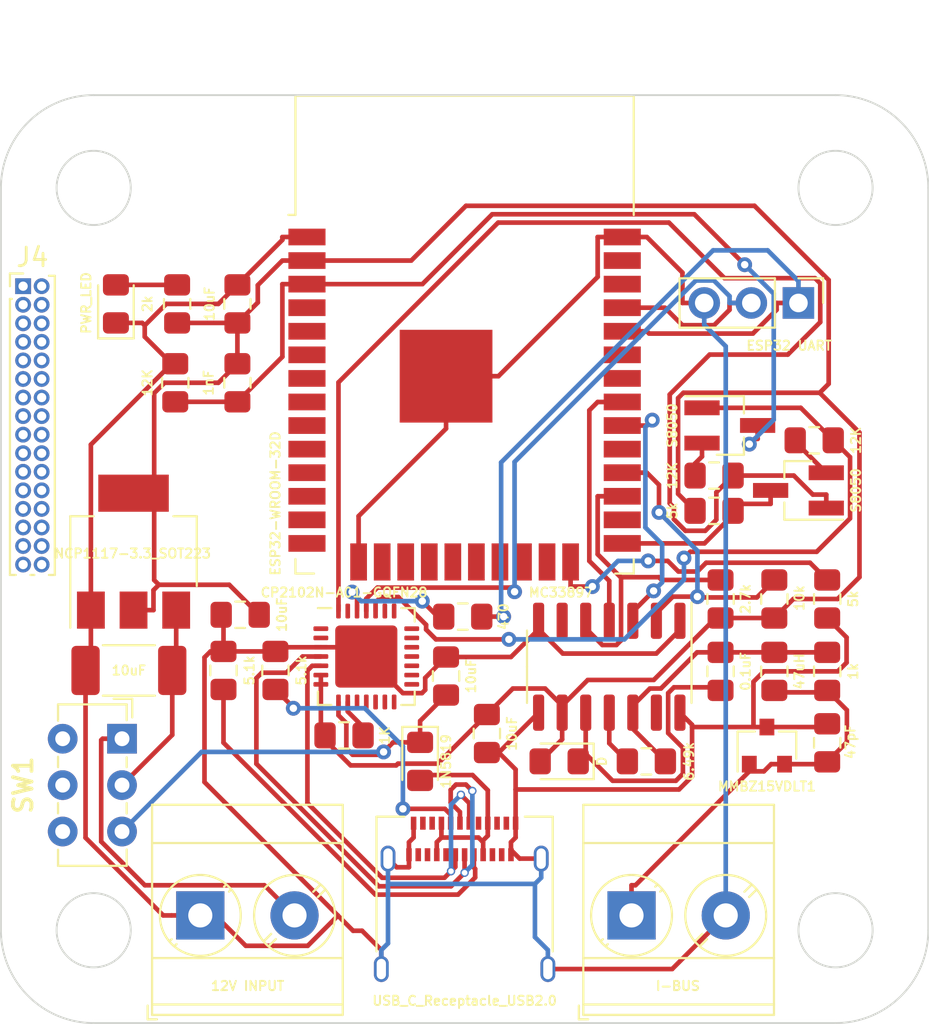
<source format=kicad_pcb>
(kicad_pcb (version 20171130) (host pcbnew 5.1.5-52549c5~84~ubuntu19.04.1)

  (general
    (thickness 1.6)
    (drawings 22)
    (tracks 456)
    (zones 0)
    (modules 39)
    (nets 77)
  )

  (page A4)
  (layers
    (0 F.Cu signal)
    (31 B.Cu signal)
    (32 B.Adhes user)
    (33 F.Adhes user)
    (34 B.Paste user)
    (35 F.Paste user)
    (36 B.SilkS user)
    (37 F.SilkS user)
    (38 B.Mask user)
    (39 F.Mask user)
    (40 Dwgs.User user)
    (41 Cmts.User user)
    (42 Eco1.User user)
    (43 Eco2.User user)
    (44 Edge.Cuts user)
    (45 Margin user hide)
    (46 B.CrtYd user hide)
    (47 F.CrtYd user)
    (48 B.Fab user)
    (49 F.Fab user hide)
  )

  (setup
    (last_trace_width 0.25)
    (user_trace_width 0.508)
    (trace_clearance 0.2)
    (zone_clearance 0.508)
    (zone_45_only yes)
    (trace_min 0.2)
    (via_size 0.8)
    (via_drill 0.4)
    (via_min_size 0.4)
    (via_min_drill 0.3)
    (user_via 0.45 0.3)
    (uvia_size 0.3)
    (uvia_drill 0.1)
    (uvias_allowed no)
    (uvia_min_size 0.2)
    (uvia_min_drill 0.1)
    (edge_width 0.1)
    (segment_width 0.2)
    (pcb_text_width 0.3)
    (pcb_text_size 1.5 1.5)
    (mod_edge_width 0.15)
    (mod_text_size 1 1)
    (mod_text_width 0.15)
    (pad_size 1.524 1.524)
    (pad_drill 0.762)
    (pad_to_mask_clearance 0)
    (aux_axis_origin 0 0)
    (visible_elements FFFFFF7F)
    (pcbplotparams
      (layerselection 0x010fc_ffffffff)
      (usegerberextensions false)
      (usegerberattributes false)
      (usegerberadvancedattributes false)
      (creategerberjobfile false)
      (excludeedgelayer true)
      (linewidth 0.100000)
      (plotframeref false)
      (viasonmask false)
      (mode 1)
      (useauxorigin false)
      (hpglpennumber 1)
      (hpglpenspeed 20)
      (hpglpendiameter 15.000000)
      (psnegative false)
      (psa4output false)
      (plotreference true)
      (plotvalue true)
      (plotinvisibletext false)
      (padsonsilk false)
      (subtractmaskfromsilk false)
      (outputformat 1)
      (mirror false)
      (drillshape 0)
      (scaleselection 1)
      (outputdirectory "plot/"))
  )

  (net 0 "")
  (net 1 "Net-(C1-Pad1)")
  (net 2 GND)
  (net 3 3.3V)
  (net 4 "Net-(C4-Pad1)")
  (net 5 "Net-(C4-Pad2)")
  (net 6 SW_CAN)
  (net 7 MC33_TX)
  (net 8 MC33_RX)
  (net 9 "Net-(R9-Pad2)")
  (net 10 MC33_MODE0)
  (net 11 MC33_MODE1)
  (net 12 ESP32_EN)
  (net 13 "Net-(D2-Pad2)")
  (net 14 USB_VBUS)
  (net 15 "Net-(D4-Pad2)")
  (net 16 "Net-(J1-Pad2)")
  (net 17 ESP32_RX)
  (net 18 ESP32_TX)
  (net 19 USB_CC1)
  (net 20 USB_D+)
  (net 21 USB_D-)
  (net 22 USB_CC2)
  (net 23 RTS)
  (net 24 "Net-(Q1-Pad2)")
  (net 25 "Net-(Q2-Pad2)")
  (net 26 ESP32_BOOT)
  (net 27 DTR)
  (net 28 "Net-(R3-Pad1)")
  (net 29 "Net-(R11-Pad1)")
  (net 30 "Net-(R12-Pad2)")
  (net 31 "Net-(J3-PadA8)")
  (net 32 "Net-(J3-PadB8)")
  (net 33 "Net-(U1-Pad4)")
  (net 34 "Net-(U1-Pad5)")
  (net 35 "Net-(U1-Pad6)")
  (net 36 "Net-(U1-Pad7)")
  (net 37 "Net-(U1-Pad8)")
  (net 38 "Net-(U1-Pad9)")
  (net 39 "Net-(U1-Pad10)")
  (net 40 "Net-(U1-Pad11)")
  (net 41 "Net-(U1-Pad12)")
  (net 42 "Net-(U1-Pad13)")
  (net 43 "Net-(U1-Pad14)")
  (net 44 "Net-(U1-Pad16)")
  (net 45 "Net-(U1-Pad17)")
  (net 46 "Net-(U1-Pad18)")
  (net 47 "Net-(U1-Pad19)")
  (net 48 "Net-(U1-Pad20)")
  (net 49 "Net-(U1-Pad21)")
  (net 50 "Net-(U1-Pad22)")
  (net 51 "Net-(U1-Pad23)")
  (net 52 "Net-(U1-Pad26)")
  (net 53 "Net-(U1-Pad29)")
  (net 54 "Net-(U1-Pad32)")
  (net 55 "Net-(U1-Pad33)")
  (net 56 "Net-(U1-Pad36)")
  (net 57 "Net-(U1-Pad37)")
  (net 58 "Net-(U3-Pad6)")
  (net 59 "Net-(U3-Pad13)")
  (net 60 "Net-(U5-Pad1)")
  (net 61 "Net-(U5-Pad2)")
  (net 62 "Net-(U5-Pad10)")
  (net 63 "Net-(U5-Pad11)")
  (net 64 "Net-(U5-Pad12)")
  (net 65 "Net-(U5-Pad13)")
  (net 66 "Net-(U5-Pad14)")
  (net 67 "Net-(U5-Pad15)")
  (net 68 "Net-(U5-Pad16)")
  (net 69 "Net-(U5-Pad17)")
  (net 70 "Net-(U5-Pad18)")
  (net 71 "Net-(U5-Pad19)")
  (net 72 "Net-(U5-Pad20)")
  (net 73 "Net-(U5-Pad21)")
  (net 74 "Net-(U5-Pad22)")
  (net 75 "Net-(U5-Pad23)")
  (net 76 "Net-(U5-Pad27)")

  (net_class Default "This is the default net class."
    (clearance 0.2)
    (trace_width 0.25)
    (via_dia 0.8)
    (via_drill 0.4)
    (uvia_dia 0.3)
    (uvia_drill 0.1)
    (add_net 3.3V)
    (add_net DTR)
    (add_net ESP32_BOOT)
    (add_net ESP32_EN)
    (add_net ESP32_RX)
    (add_net ESP32_TX)
    (add_net GND)
    (add_net MC33_MODE0)
    (add_net MC33_MODE1)
    (add_net MC33_RX)
    (add_net MC33_TX)
    (add_net "Net-(C1-Pad1)")
    (add_net "Net-(C4-Pad1)")
    (add_net "Net-(C4-Pad2)")
    (add_net "Net-(D2-Pad2)")
    (add_net "Net-(D4-Pad2)")
    (add_net "Net-(J1-Pad2)")
    (add_net "Net-(J3-PadA8)")
    (add_net "Net-(J3-PadB8)")
    (add_net "Net-(Q1-Pad2)")
    (add_net "Net-(Q2-Pad2)")
    (add_net "Net-(R11-Pad1)")
    (add_net "Net-(R12-Pad2)")
    (add_net "Net-(R3-Pad1)")
    (add_net "Net-(R9-Pad2)")
    (add_net "Net-(U1-Pad10)")
    (add_net "Net-(U1-Pad11)")
    (add_net "Net-(U1-Pad12)")
    (add_net "Net-(U1-Pad13)")
    (add_net "Net-(U1-Pad14)")
    (add_net "Net-(U1-Pad16)")
    (add_net "Net-(U1-Pad17)")
    (add_net "Net-(U1-Pad18)")
    (add_net "Net-(U1-Pad19)")
    (add_net "Net-(U1-Pad20)")
    (add_net "Net-(U1-Pad21)")
    (add_net "Net-(U1-Pad22)")
    (add_net "Net-(U1-Pad23)")
    (add_net "Net-(U1-Pad26)")
    (add_net "Net-(U1-Pad29)")
    (add_net "Net-(U1-Pad32)")
    (add_net "Net-(U1-Pad33)")
    (add_net "Net-(U1-Pad36)")
    (add_net "Net-(U1-Pad37)")
    (add_net "Net-(U1-Pad4)")
    (add_net "Net-(U1-Pad5)")
    (add_net "Net-(U1-Pad6)")
    (add_net "Net-(U1-Pad7)")
    (add_net "Net-(U1-Pad8)")
    (add_net "Net-(U1-Pad9)")
    (add_net "Net-(U3-Pad13)")
    (add_net "Net-(U3-Pad6)")
    (add_net "Net-(U5-Pad1)")
    (add_net "Net-(U5-Pad10)")
    (add_net "Net-(U5-Pad11)")
    (add_net "Net-(U5-Pad12)")
    (add_net "Net-(U5-Pad13)")
    (add_net "Net-(U5-Pad14)")
    (add_net "Net-(U5-Pad15)")
    (add_net "Net-(U5-Pad16)")
    (add_net "Net-(U5-Pad17)")
    (add_net "Net-(U5-Pad18)")
    (add_net "Net-(U5-Pad19)")
    (add_net "Net-(U5-Pad2)")
    (add_net "Net-(U5-Pad20)")
    (add_net "Net-(U5-Pad21)")
    (add_net "Net-(U5-Pad22)")
    (add_net "Net-(U5-Pad23)")
    (add_net "Net-(U5-Pad27)")
    (add_net RTS)
    (add_net SW_CAN)
    (add_net USB_CC1)
    (add_net USB_CC2)
    (add_net USB_D+)
    (add_net USB_D-)
    (add_net USB_VBUS)
  )

  (module Capacitor_SMD:C_2010_5025Metric_Pad1.52x2.65mm_HandSolder (layer F.Cu) (tedit 5B301BBE) (tstamp 5E560B41)
    (at 176.9 103 180)
    (descr "Capacitor SMD 2010 (5025 Metric), square (rectangular) end terminal, IPC_7351 nominal with elongated pad for handsoldering. (Body size source: http://www.tortai-tech.com/upload/download/2011102023233369053.pdf), generated with kicad-footprint-generator")
    (tags "capacitor handsolder")
    (path /5E4E29F0)
    (attr smd)
    (fp_text reference C1 (at 2.5 -6.25) (layer F.SilkS) hide
      (effects (font (size 0.5 0.5) (thickness 0.1)))
    )
    (fp_text value 10uF (at 0 0) (layer F.SilkS)
      (effects (font (size 0.5 0.5) (thickness 0.1)))
    )
    (fp_text user %R (at 2.5 0) (layer F.SilkS) hide
      (effects (font (size 0.5 0.5) (thickness 0.1)))
    )
    (fp_line (start 3.35 1.58) (end -3.35 1.58) (layer F.CrtYd) (width 0.05))
    (fp_line (start 3.35 -1.58) (end 3.35 1.58) (layer F.CrtYd) (width 0.05))
    (fp_line (start -3.35 -1.58) (end 3.35 -1.58) (layer F.CrtYd) (width 0.05))
    (fp_line (start -3.35 1.58) (end -3.35 -1.58) (layer F.CrtYd) (width 0.05))
    (fp_line (start -1.402064 1.36) (end 1.402064 1.36) (layer F.SilkS) (width 0.12))
    (fp_line (start -1.402064 -1.36) (end 1.402064 -1.36) (layer F.SilkS) (width 0.12))
    (fp_line (start 2.5 1.25) (end -2.5 1.25) (layer F.Fab) (width 0.1))
    (fp_line (start 2.5 -1.25) (end 2.5 1.25) (layer F.Fab) (width 0.1))
    (fp_line (start -2.5 -1.25) (end 2.5 -1.25) (layer F.Fab) (width 0.1))
    (fp_line (start -2.5 1.25) (end -2.5 -1.25) (layer F.Fab) (width 0.1))
    (pad 2 smd roundrect (at 2.3375 0 180) (size 1.525 2.65) (layers F.Cu F.Paste F.Mask) (roundrect_rratio 0.163934)
      (net 2 GND))
    (pad 1 smd roundrect (at -2.3375 0 180) (size 1.525 2.65) (layers F.Cu F.Paste F.Mask) (roundrect_rratio 0.163934)
      (net 1 "Net-(C1-Pad1)"))
    (model ${KISYS3DMOD}/Capacitor_SMD.3dshapes/C_2010_5025Metric.wrl
      (at (xyz 0 0 0))
      (scale (xyz 1 1 1))
      (rotate (xyz 0 0 0))
    )
  )

  (module Diode_SMD:D_0805_2012Metric_Pad1.15x1.40mm_HandSolder placed (layer F.Cu) (tedit 5B4B45C8) (tstamp 5E55DD2A)
    (at 192.6 107.9 270)
    (descr "Diode SMD 0805 (2012 Metric), square (rectangular) end terminal, IPC_7351 nominal, (Body size source: https://docs.google.com/spreadsheets/d/1BsfQQcO9C6DZCsRaXUlFlo91Tg2WpOkGARC1WS5S8t0/edit?usp=sharing), generated with kicad-footprint-generator")
    (tags "diode handsolder")
    (path /5E5B490D)
    (attr smd)
    (fp_text reference D4 (at 0.025 1.5 90) (layer F.SilkS) hide
      (effects (font (size 0.5 0.5) (thickness 0.1)))
    )
    (fp_text value 1N5819 (at 0 -1.4 90) (layer F.SilkS)
      (effects (font (size 0.5 0.5) (thickness 0.1)))
    )
    (fp_text user %R (at 5.47 0 90) (layer F.SilkS) hide
      (effects (font (size 0.5 0.5) (thickness 0.1)))
    )
    (fp_line (start 1.85 0.95) (end -1.85 0.95) (layer F.CrtYd) (width 0.05))
    (fp_line (start 1.85 -0.95) (end 1.85 0.95) (layer F.CrtYd) (width 0.05))
    (fp_line (start -1.85 -0.95) (end 1.85 -0.95) (layer F.CrtYd) (width 0.05))
    (fp_line (start -1.85 0.95) (end -1.85 -0.95) (layer F.CrtYd) (width 0.05))
    (fp_line (start -1.86 0.96) (end 1 0.96) (layer F.SilkS) (width 0.12))
    (fp_line (start -1.86 -0.96) (end -1.86 0.96) (layer F.SilkS) (width 0.12))
    (fp_line (start 1 -0.96) (end -1.86 -0.96) (layer F.SilkS) (width 0.12))
    (fp_line (start 1 0.6) (end 1 -0.6) (layer F.Fab) (width 0.1))
    (fp_line (start -1 0.6) (end 1 0.6) (layer F.Fab) (width 0.1))
    (fp_line (start -1 -0.3) (end -1 0.6) (layer F.Fab) (width 0.1))
    (fp_line (start -0.7 -0.6) (end -1 -0.3) (layer F.Fab) (width 0.1))
    (fp_line (start 1 -0.6) (end -0.7 -0.6) (layer F.Fab) (width 0.1))
    (fp_text user K (at 0 0) (layer F.SilkS) hide
      (effects (font (size 1 1) (thickness 0.15)))
    )
    (pad 2 smd roundrect (at 1.025 0 270) (size 1.15 1.4) (layers F.Cu F.Paste F.Mask) (roundrect_rratio 0.217391)
      (net 15 "Net-(D4-Pad2)"))
    (pad 1 smd roundrect (at -1.025 0 270) (size 1.15 1.4) (layers F.Cu F.Paste F.Mask) (roundrect_rratio 0.217391)
      (net 14 USB_VBUS))
    (model ${KISYS3DMOD}/Diode_SMD.3dshapes/D_0805_2012Metric.wrl
      (at (xyz 0 0 0))
      (scale (xyz 1 1 1))
      (rotate (xyz 0 0 0))
    )
  )

  (module Connector_USB:USB_C_Receptacle_Amphenol_12401610E4-2A placed (layer F.Cu) (tedit 5E51F215) (tstamp 5E51F57F)
    (at 195 116.25)
    (descr "USB TYPE C, RA RCPT PCB, SMT, https://www.amphenolcanada.com/StockAvailabilityPrice.aspx?From=&PartNum=12401610E4%7e2A")
    (tags "USB C Type-C Receptacle SMD")
    (path /5E53E2D6)
    (attr smd)
    (fp_text reference J3 (at 0 -6.36) (layer F.SilkS) hide
      (effects (font (size 0.5 0.5) (thickness 0.1)))
    )
    (fp_text value USB_C_Receptacle_USB2.0 (at 0 4.55) (layer F.SilkS)
      (effects (font (size 0.5 0.5) (thickness 0.1)))
    )
    (fp_text user %R (at 0 0) (layer F.SilkS) hide
      (effects (font (size 0.5 0.5) (thickness 0.1)))
    )
    (fp_line (start -5.39 5.73) (end -5.39 -5.87) (layer F.CrtYd) (width 0.05))
    (fp_line (start 5.39 5.73) (end -5.39 5.73) (layer F.CrtYd) (width 0.05))
    (fp_line (start 5.39 -5.87) (end 5.39 5.73) (layer F.CrtYd) (width 0.05))
    (fp_line (start -5.39 -5.87) (end 5.39 -5.87) (layer F.CrtYd) (width 0.05))
    (fp_line (start 4.6 5.23) (end 4.6 -5.22) (layer F.Fab) (width 0.1))
    (fp_line (start -4.6 5.23) (end 4.6 5.23) (layer F.Fab) (width 0.1))
    (fp_line (start 3.25 -5.37) (end 4.75 -5.37) (layer F.SilkS) (width 0.12))
    (fp_line (start 4.75 -5.37) (end 4.75 1.89) (layer F.SilkS) (width 0.12))
    (fp_line (start -4.75 -5.37) (end -4.75 1.89) (layer F.SilkS) (width 0.12))
    (fp_line (start -4.75 -5.37) (end -3.25 -5.37) (layer F.SilkS) (width 0.12))
    (fp_line (start -4.6 -5.22) (end 4.6 -5.22) (layer F.Fab) (width 0.1))
    (fp_line (start -4.6 5.23) (end -4.6 -5.22) (layer F.Fab) (width 0.1))
    (pad S1 thru_hole oval (at -4.13 -3.11) (size 0.8 1.4) (drill oval 0.5 1.1) (layers *.Cu *.Mask)
      (net 2 GND))
    (pad A1 smd rect (at -2.75 -5.02) (size 0.3 0.7) (layers F.Cu F.Paste F.Mask)
      (net 2 GND))
    (pad A2 smd rect (at -2.25 -5.02) (size 0.3 0.7) (layers F.Cu F.Paste F.Mask))
    (pad A3 smd rect (at -1.75 -5.02) (size 0.3 0.7) (layers F.Cu F.Paste F.Mask))
    (pad A4 smd rect (at -1.25 -5.02) (size 0.3 0.7) (layers F.Cu F.Paste F.Mask)
      (net 15 "Net-(D4-Pad2)"))
    (pad A5 smd rect (at -0.75 -5.02) (size 0.3 0.7) (layers F.Cu F.Paste F.Mask)
      (net 19 USB_CC1))
    (pad A6 smd rect (at -0.25 -5.02) (size 0.3 0.7) (layers F.Cu F.Paste F.Mask)
      (net 20 USB_D+))
    (pad A7 smd rect (at 0.25 -5.02) (size 0.3 0.7) (layers F.Cu F.Paste F.Mask)
      (net 21 USB_D-))
    (pad A12 smd rect (at 2.75 -5.02) (size 0.3 0.7) (layers F.Cu F.Paste F.Mask)
      (net 2 GND))
    (pad A10 smd rect (at 1.75 -5.02) (size 0.3 0.7) (layers F.Cu F.Paste F.Mask))
    (pad A9 smd rect (at 1.25 -5.02) (size 0.3 0.7) (layers F.Cu F.Paste F.Mask)
      (net 15 "Net-(D4-Pad2)"))
    (pad A8 smd rect (at 0.75 -5.02) (size 0.3 0.7) (layers F.Cu F.Paste F.Mask)
      (net 31 "Net-(J3-PadA8)"))
    (pad A11 smd rect (at 2.25 -5.02) (size 0.3 0.7) (layers F.Cu F.Paste F.Mask))
    (pad B1 smd rect (at 2.5 -3.32) (size 0.3 0.7) (layers F.Cu F.Paste F.Mask)
      (net 2 GND))
    (pad S1 thru_hole oval (at 4.13 -3.11) (size 0.8 1.4) (drill oval 0.5 1.1) (layers *.Cu *.Mask)
      (net 2 GND))
    (pad S1 thru_hole oval (at 4.49 2.84) (size 0.8 1.4) (drill oval 0.5 1.1) (layers *.Cu *.Mask)
      (net 2 GND))
    (pad S1 thru_hole oval (at -4.49 2.84) (size 0.8 1.4) (drill oval 0.5 1.1) (layers *.Cu *.Mask)
      (net 2 GND))
    (pad "" np_thru_hole oval (at 3.6 -4.36) (size 0.95 0.65) (drill oval 0.95 0.65) (layers *.Cu *.Mask))
    (pad "" np_thru_hole circle (at -3.6 -4.36) (size 0.65 0.65) (drill 0.65) (layers *.Cu *.Mask))
    (pad B2 smd rect (at 2 -3.32) (size 0.3 0.7) (layers F.Cu F.Paste F.Mask))
    (pad B3 smd rect (at 1.5 -3.32) (size 0.3 0.7) (layers F.Cu F.Paste F.Mask))
    (pad B4 smd rect (at 1 -3.32) (size 0.3 0.7) (layers F.Cu F.Paste F.Mask)
      (net 15 "Net-(D4-Pad2)"))
    (pad B5 smd rect (at 0.5 -3.32) (size 0.3 0.7) (layers F.Cu F.Paste F.Mask)
      (net 22 USB_CC2))
    (pad B6 smd rect (at 0 -3.32) (size 0.3 0.7) (layers F.Cu F.Paste F.Mask)
      (net 20 USB_D+))
    (pad B7 smd rect (at -0.5 -3.32) (size 0.3 0.7) (layers F.Cu F.Paste F.Mask)
      (net 21 USB_D-))
    (pad B8 smd rect (at -1 -3.32) (size 0.3 0.7) (layers F.Cu F.Paste F.Mask)
      (net 32 "Net-(J3-PadB8)"))
    (pad B9 smd rect (at -1.5 -3.32) (size 0.3 0.7) (layers F.Cu F.Paste F.Mask)
      (net 15 "Net-(D4-Pad2)"))
    (pad B10 smd rect (at -2 -3.32) (size 0.3 0.7) (layers F.Cu F.Paste F.Mask))
    (pad B11 smd rect (at -2.5 -3.32) (size 0.3 0.7) (layers F.Cu F.Paste F.Mask))
    (pad B12 smd rect (at -3 -3.32) (size 0.3 0.7) (layers F.Cu F.Paste F.Mask)
      (net 2 GND))
    (model ${KISYS3DMOD}/Connector_USB.3dshapes/USB_C_Receptacle_Amphenol_12401610E4-2A.wrl
      (at (xyz 0 0 0))
      (scale (xyz 1 1 1))
      (rotate (xyz 0 0 0))
    )
    (model ${KIPRJMOD}/3d_models/12401610E4#2A--3DModel-STEP-56544.STEP
      (offset (xyz 0 -5.25 1.5))
      (scale (xyz 1 1 1))
      (rotate (xyz -90 0 0))
    )
  )

  (module Capacitor_SMD:C_0805_2012Metric_Pad1.15x1.40mm_HandSolder placed (layer F.Cu) (tedit 5B36C52B) (tstamp 5E50D52A)
    (at 182.9 100 180)
    (descr "Capacitor SMD 0805 (2012 Metric), square (rectangular) end terminal, IPC_7351 nominal with elongated pad for handsoldering. (Body size source: https://docs.google.com/spreadsheets/d/1BsfQQcO9C6DZCsRaXUlFlo91Tg2WpOkGARC1WS5S8t0/edit?usp=sharing), generated with kicad-footprint-generator")
    (tags "capacitor handsolder")
    (path /5E3AE258)
    (attr smd)
    (fp_text reference C2 (at 0 0) (layer F.SilkS) hide
      (effects (font (size 0.5 0.5) (thickness 0.1)))
    )
    (fp_text value 10uF (at -2.25 0 90) (layer F.SilkS)
      (effects (font (size 0.5 0.5) (thickness 0.1)))
    )
    (fp_line (start -1 0.6) (end -1 -0.6) (layer F.Fab) (width 0.1))
    (fp_line (start -1 -0.6) (end 1 -0.6) (layer F.Fab) (width 0.1))
    (fp_line (start 1 -0.6) (end 1 0.6) (layer F.Fab) (width 0.1))
    (fp_line (start 1 0.6) (end -1 0.6) (layer F.Fab) (width 0.1))
    (fp_line (start -0.261252 -0.71) (end 0.261252 -0.71) (layer F.SilkS) (width 0.12))
    (fp_line (start -0.261252 0.71) (end 0.261252 0.71) (layer F.SilkS) (width 0.12))
    (fp_line (start -1.85 0.95) (end -1.85 -0.95) (layer F.CrtYd) (width 0.05))
    (fp_line (start -1.85 -0.95) (end 1.85 -0.95) (layer F.CrtYd) (width 0.05))
    (fp_line (start 1.85 -0.95) (end 1.85 0.95) (layer F.CrtYd) (width 0.05))
    (fp_line (start 1.85 0.95) (end -1.85 0.95) (layer F.CrtYd) (width 0.05))
    (fp_text user %R (at 0 0) (layer F.SilkS) hide
      (effects (font (size 0.5 0.5) (thickness 0.1)))
    )
    (pad 1 smd roundrect (at -1.025 0 180) (size 1.15 1.4) (layers F.Cu F.Paste F.Mask) (roundrect_rratio 0.217391)
      (net 3 3.3V))
    (pad 2 smd roundrect (at 1.025 0 180) (size 1.15 1.4) (layers F.Cu F.Paste F.Mask) (roundrect_rratio 0.217391)
      (net 2 GND))
    (model ${KISYS3DMOD}/Capacitor_SMD.3dshapes/C_0805_2012Metric.wrl
      (at (xyz 0 0 0))
      (scale (xyz 1 1 1))
      (rotate (xyz 0 0 0))
    )
  )

  (module Capacitor_SMD:C_0805_2012Metric_Pad1.15x1.40mm_HandSolder placed (layer F.Cu) (tedit 5B36C52B) (tstamp 5E55EEEA)
    (at 208.8 103.05 90)
    (descr "Capacitor SMD 0805 (2012 Metric), square (rectangular) end terminal, IPC_7351 nominal with elongated pad for handsoldering. (Body size source: https://docs.google.com/spreadsheets/d/1BsfQQcO9C6DZCsRaXUlFlo91Tg2WpOkGARC1WS5S8t0/edit?usp=sharing), generated with kicad-footprint-generator")
    (tags "capacitor handsolder")
    (path /5E410D36)
    (attr smd)
    (fp_text reference C4 (at 0 -1.65 90) (layer F.SilkS) hide
      (effects (font (size 0.5 0.5) (thickness 0.1)))
    )
    (fp_text value 0.1uF (at 0 1.35 90) (layer F.SilkS)
      (effects (font (size 0.5 0.5) (thickness 0.1)))
    )
    (fp_line (start -1 0.6) (end -1 -0.6) (layer F.Fab) (width 0.1))
    (fp_line (start -1 -0.6) (end 1 -0.6) (layer F.Fab) (width 0.1))
    (fp_line (start 1 -0.6) (end 1 0.6) (layer F.Fab) (width 0.1))
    (fp_line (start 1 0.6) (end -1 0.6) (layer F.Fab) (width 0.1))
    (fp_line (start -0.261252 -0.71) (end 0.261252 -0.71) (layer F.SilkS) (width 0.12))
    (fp_line (start -0.261252 0.71) (end 0.261252 0.71) (layer F.SilkS) (width 0.12))
    (fp_line (start -1.85 0.95) (end -1.85 -0.95) (layer F.CrtYd) (width 0.05))
    (fp_line (start -1.85 -0.95) (end 1.85 -0.95) (layer F.CrtYd) (width 0.05))
    (fp_line (start 1.85 -0.95) (end 1.85 0.95) (layer F.CrtYd) (width 0.05))
    (fp_line (start 1.85 0.95) (end -1.85 0.95) (layer F.CrtYd) (width 0.05))
    (fp_text user %R (at 0 0 90) (layer F.SilkS) hide
      (effects (font (size 0.5 0.5) (thickness 0.1)))
    )
    (pad 1 smd roundrect (at -1.025 0 90) (size 1.15 1.4) (layers F.Cu F.Paste F.Mask) (roundrect_rratio 0.217391)
      (net 4 "Net-(C4-Pad1)"))
    (pad 2 smd roundrect (at 1.025 0 90) (size 1.15 1.4) (layers F.Cu F.Paste F.Mask) (roundrect_rratio 0.217391)
      (net 5 "Net-(C4-Pad2)"))
    (model ${KISYS3DMOD}/Capacitor_SMD.3dshapes/C_0805_2012Metric.wrl
      (at (xyz 0 0 0))
      (scale (xyz 1 1 1))
      (rotate (xyz 0 0 0))
    )
  )

  (module Capacitor_SMD:C_0805_2012Metric_Pad1.15x1.40mm_HandSolder placed (layer F.Cu) (tedit 5B36C52B) (tstamp 5E50D54C)
    (at 214.55 106.9 270)
    (descr "Capacitor SMD 0805 (2012 Metric), square (rectangular) end terminal, IPC_7351 nominal with elongated pad for handsoldering. (Body size source: https://docs.google.com/spreadsheets/d/1BsfQQcO9C6DZCsRaXUlFlo91Tg2WpOkGARC1WS5S8t0/edit?usp=sharing), generated with kicad-footprint-generator")
    (tags "capacitor handsolder")
    (path /5E42115E)
    (attr smd)
    (fp_text reference C5 (at 0 -1.65 90) (layer F.SilkS) hide
      (effects (font (size 0.5 0.5) (thickness 0.1)))
    )
    (fp_text value 47pF (at -0.05 -1.25 90) (layer F.SilkS)
      (effects (font (size 0.5 0.5) (thickness 0.1)))
    )
    (fp_text user %R (at 0 0 90) (layer F.SilkS) hide
      (effects (font (size 0.5 0.5) (thickness 0.1)))
    )
    (fp_line (start 1.85 0.95) (end -1.85 0.95) (layer F.CrtYd) (width 0.05))
    (fp_line (start 1.85 -0.95) (end 1.85 0.95) (layer F.CrtYd) (width 0.05))
    (fp_line (start -1.85 -0.95) (end 1.85 -0.95) (layer F.CrtYd) (width 0.05))
    (fp_line (start -1.85 0.95) (end -1.85 -0.95) (layer F.CrtYd) (width 0.05))
    (fp_line (start -0.261252 0.71) (end 0.261252 0.71) (layer F.SilkS) (width 0.12))
    (fp_line (start -0.261252 -0.71) (end 0.261252 -0.71) (layer F.SilkS) (width 0.12))
    (fp_line (start 1 0.6) (end -1 0.6) (layer F.Fab) (width 0.1))
    (fp_line (start 1 -0.6) (end 1 0.6) (layer F.Fab) (width 0.1))
    (fp_line (start -1 -0.6) (end 1 -0.6) (layer F.Fab) (width 0.1))
    (fp_line (start -1 0.6) (end -1 -0.6) (layer F.Fab) (width 0.1))
    (pad 2 smd roundrect (at 1.025 0 270) (size 1.15 1.4) (layers F.Cu F.Paste F.Mask) (roundrect_rratio 0.217391)
      (net 6 SW_CAN))
    (pad 1 smd roundrect (at -1.025 0 270) (size 1.15 1.4) (layers F.Cu F.Paste F.Mask) (roundrect_rratio 0.217391)
      (net 2 GND))
    (model ${KISYS3DMOD}/Capacitor_SMD.3dshapes/C_0805_2012Metric.wrl
      (at (xyz 0 0 0))
      (scale (xyz 1 1 1))
      (rotate (xyz 0 0 0))
    )
  )

  (module Diode_SMD:D_0805_2012Metric_Pad1.15x1.40mm_HandSolder placed (layer F.Cu) (tedit 5B4B45C8) (tstamp 5E50D55F)
    (at 200.1 107.9 180)
    (descr "Diode SMD 0805 (2012 Metric), square (rectangular) end terminal, IPC_7351 nominal, (Body size source: https://docs.google.com/spreadsheets/d/1BsfQQcO9C6DZCsRaXUlFlo91Tg2WpOkGARC1WS5S8t0/edit?usp=sharing), generated with kicad-footprint-generator")
    (tags "diode handsolder")
    (path /5E40BAD4)
    (attr smd)
    (fp_text reference D1 (at 0 -1.65) (layer F.SilkS) hide
      (effects (font (size 0.5 0.5) (thickness 0.1)))
    )
    (fp_text value D (at -2.3 0 90) (layer F.SilkS)
      (effects (font (size 0.5 0.5) (thickness 0.1)))
    )
    (fp_line (start 1 -0.6) (end -0.7 -0.6) (layer F.Fab) (width 0.1))
    (fp_line (start -0.7 -0.6) (end -1 -0.3) (layer F.Fab) (width 0.1))
    (fp_line (start -1 -0.3) (end -1 0.6) (layer F.Fab) (width 0.1))
    (fp_line (start -1 0.6) (end 1 0.6) (layer F.Fab) (width 0.1))
    (fp_line (start 1 0.6) (end 1 -0.6) (layer F.Fab) (width 0.1))
    (fp_line (start 1 -0.96) (end -1.86 -0.96) (layer F.SilkS) (width 0.12))
    (fp_line (start -1.86 -0.96) (end -1.86 0.96) (layer F.SilkS) (width 0.12))
    (fp_line (start -1.86 0.96) (end 1 0.96) (layer F.SilkS) (width 0.12))
    (fp_line (start -1.85 0.95) (end -1.85 -0.95) (layer F.CrtYd) (width 0.05))
    (fp_line (start -1.85 -0.95) (end 1.85 -0.95) (layer F.CrtYd) (width 0.05))
    (fp_line (start 1.85 -0.95) (end 1.85 0.95) (layer F.CrtYd) (width 0.05))
    (fp_line (start 1.85 0.95) (end -1.85 0.95) (layer F.CrtYd) (width 0.05))
    (fp_text user %R (at 0 0) (layer F.SilkS) hide
      (effects (font (size 0.5 0.5) (thickness 0.1)))
    )
    (pad 1 smd roundrect (at -1.025 0 180) (size 1.15 1.4) (layers F.Cu F.Paste F.Mask) (roundrect_rratio 0.217391)
      (net 4 "Net-(C4-Pad1)"))
    (pad 2 smd roundrect (at 1.025 0 180) (size 1.15 1.4) (layers F.Cu F.Paste F.Mask) (roundrect_rratio 0.217391)
      (net 3 3.3V))
    (model ${KISYS3DMOD}/Diode_SMD.3dshapes/D_0805_2012Metric.wrl
      (at (xyz 0 0 0))
      (scale (xyz 1 1 1))
      (rotate (xyz 0 0 0))
    )
  )

  (module Package_TO_SOT_SMD:SOT-23 placed (layer F.Cu) (tedit 5A02FF57) (tstamp 5E50D574)
    (at 211.3 107.05 90)
    (descr "SOT-23, Standard")
    (tags SOT-23)
    (path /5E40B3B3)
    (attr smd)
    (fp_text reference D3 (at 0 -2.5 90) (layer F.SilkS) hide
      (effects (font (size 0.5 0.5) (thickness 0.1)))
    )
    (fp_text value MMBZ15VDLT1 (at -2.2 0 180) (layer F.SilkS)
      (effects (font (size 0.5 0.5) (thickness 0.1)))
    )
    (fp_text user %R (at 0 0) (layer F.SilkS) hide
      (effects (font (size 0.5 0.5) (thickness 0.1)))
    )
    (fp_line (start -0.7 -0.95) (end -0.7 1.5) (layer F.Fab) (width 0.1))
    (fp_line (start -0.15 -1.52) (end 0.7 -1.52) (layer F.Fab) (width 0.1))
    (fp_line (start -0.7 -0.95) (end -0.15 -1.52) (layer F.Fab) (width 0.1))
    (fp_line (start 0.7 -1.52) (end 0.7 1.52) (layer F.Fab) (width 0.1))
    (fp_line (start -0.7 1.52) (end 0.7 1.52) (layer F.Fab) (width 0.1))
    (fp_line (start 0.76 1.58) (end 0.76 0.65) (layer F.SilkS) (width 0.12))
    (fp_line (start 0.76 -1.58) (end 0.76 -0.65) (layer F.SilkS) (width 0.12))
    (fp_line (start -1.7 -1.75) (end 1.7 -1.75) (layer F.CrtYd) (width 0.05))
    (fp_line (start 1.7 -1.75) (end 1.7 1.75) (layer F.CrtYd) (width 0.05))
    (fp_line (start 1.7 1.75) (end -1.7 1.75) (layer F.CrtYd) (width 0.05))
    (fp_line (start -1.7 1.75) (end -1.7 -1.75) (layer F.CrtYd) (width 0.05))
    (fp_line (start 0.76 -1.58) (end -1.4 -1.58) (layer F.SilkS) (width 0.12))
    (fp_line (start 0.76 1.58) (end -0.7 1.58) (layer F.SilkS) (width 0.12))
    (pad 1 smd rect (at -1 -0.95 90) (size 0.9 0.8) (layers F.Cu F.Paste F.Mask)
      (net 6 SW_CAN))
    (pad 2 smd rect (at -1 0.95 90) (size 0.9 0.8) (layers F.Cu F.Paste F.Mask)
      (net 6 SW_CAN))
    (pad 3 smd rect (at 1 0 90) (size 0.9 0.8) (layers F.Cu F.Paste F.Mask)
      (net 2 GND))
    (model ${KISYS3DMOD}/Package_TO_SOT_SMD.3dshapes/SOT-23.wrl
      (at (xyz 0 0 0))
      (scale (xyz 1 1 1))
      (rotate (xyz 0 0 0))
    )
  )

  (module TerminalBlock_Phoenix:TerminalBlock_Phoenix_MKDS-3-2-5.08_1x02_P5.08mm_Horizontal locked placed (layer F.Cu) (tedit 5B294F11) (tstamp 5E50D5A0)
    (at 180.75 116.2)
    (descr "Terminal Block Phoenix MKDS-3-2-5.08, 2 pins, pitch 5.08mm, size 10.2x11.2mm^2, drill diamater 1.3mm, pad diameter 2.6mm, see http://www.farnell.com/datasheets/2138224.pdf, script-generated using https://github.com/pointhi/kicad-footprint-generator/scripts/TerminalBlock_Phoenix")
    (tags "THT Terminal Block Phoenix MKDS-3-2-5.08 pitch 5.08mm size 10.2x11.2mm^2 drill 1.3mm pad 2.6mm")
    (path /5E3B2A1D)
    (fp_text reference J1 (at 2.54 -6.96) (layer F.SilkS) hide
      (effects (font (size 0.5 0.5) (thickness 0.1)))
    )
    (fp_text value "12V INPUT" (at 2.55 3.8) (layer F.SilkS)
      (effects (font (size 0.5 0.5) (thickness 0.1)))
    )
    (fp_text user %R (at 2.54 3.1) (layer F.SilkS) hide
      (effects (font (size 0.5 0.5) (thickness 0.1)))
    )
    (fp_line (start 8.13 -6.4) (end -3.04 -6.4) (layer F.CrtYd) (width 0.05))
    (fp_line (start 8.13 5.8) (end 8.13 -6.4) (layer F.CrtYd) (width 0.05))
    (fp_line (start -3.04 5.8) (end 8.13 5.8) (layer F.CrtYd) (width 0.05))
    (fp_line (start -3.04 -6.4) (end -3.04 5.8) (layer F.CrtYd) (width 0.05))
    (fp_line (start -2.84 5.6) (end -2.34 5.6) (layer F.SilkS) (width 0.12))
    (fp_line (start -2.84 4.86) (end -2.84 5.6) (layer F.SilkS) (width 0.12))
    (fp_line (start 3.822 0.992) (end 3.427 1.388) (layer F.SilkS) (width 0.12))
    (fp_line (start 6.468 -1.654) (end 6.088 -1.274) (layer F.SilkS) (width 0.12))
    (fp_line (start 4.073 1.274) (end 3.693 1.654) (layer F.SilkS) (width 0.12))
    (fp_line (start 6.734 -1.388) (end 6.339 -0.992) (layer F.SilkS) (width 0.12))
    (fp_line (start 6.353 -1.517) (end 3.564 1.273) (layer F.Fab) (width 0.1))
    (fp_line (start 6.597 -1.273) (end 3.808 1.517) (layer F.Fab) (width 0.1))
    (fp_line (start -1.548 1.281) (end -1.654 1.388) (layer F.SilkS) (width 0.12))
    (fp_line (start 1.388 -1.654) (end 1.281 -1.547) (layer F.SilkS) (width 0.12))
    (fp_line (start -1.282 1.547) (end -1.388 1.654) (layer F.SilkS) (width 0.12))
    (fp_line (start 1.654 -1.388) (end 1.547 -1.281) (layer F.SilkS) (width 0.12))
    (fp_line (start 1.273 -1.517) (end -1.517 1.273) (layer F.Fab) (width 0.1))
    (fp_line (start 1.517 -1.273) (end -1.273 1.517) (layer F.Fab) (width 0.1))
    (fp_line (start 7.68 -5.96) (end 7.68 5.36) (layer F.SilkS) (width 0.12))
    (fp_line (start -2.6 -5.96) (end -2.6 5.36) (layer F.SilkS) (width 0.12))
    (fp_line (start -2.6 5.36) (end 7.68 5.36) (layer F.SilkS) (width 0.12))
    (fp_line (start -2.6 -5.96) (end 7.68 -5.96) (layer F.SilkS) (width 0.12))
    (fp_line (start -2.6 -3.9) (end 7.68 -3.9) (layer F.SilkS) (width 0.12))
    (fp_line (start -2.54 -3.9) (end 7.62 -3.9) (layer F.Fab) (width 0.1))
    (fp_line (start -2.6 2.3) (end 7.68 2.3) (layer F.SilkS) (width 0.12))
    (fp_line (start -2.54 2.3) (end 7.62 2.3) (layer F.Fab) (width 0.1))
    (fp_line (start -2.6 4.8) (end 7.68 4.8) (layer F.SilkS) (width 0.12))
    (fp_line (start -2.54 4.8) (end 7.62 4.8) (layer F.Fab) (width 0.1))
    (fp_line (start -2.54 4.8) (end -2.54 -5.9) (layer F.Fab) (width 0.1))
    (fp_line (start -2.04 5.3) (end -2.54 4.8) (layer F.Fab) (width 0.1))
    (fp_line (start 7.62 5.3) (end -2.04 5.3) (layer F.Fab) (width 0.1))
    (fp_line (start 7.62 -5.9) (end 7.62 5.3) (layer F.Fab) (width 0.1))
    (fp_line (start -2.54 -5.9) (end 7.62 -5.9) (layer F.Fab) (width 0.1))
    (fp_circle (center 5.08 0) (end 7.26 0) (layer F.SilkS) (width 0.12))
    (fp_circle (center 5.08 0) (end 7.08 0) (layer F.Fab) (width 0.1))
    (fp_circle (center 0 0) (end 2.18 0) (layer F.SilkS) (width 0.12))
    (fp_circle (center 0 0) (end 2 0) (layer F.Fab) (width 0.1))
    (pad 2 thru_hole circle (at 5.08 0) (size 2.6 2.6) (drill 1.3) (layers *.Cu *.Mask)
      (net 16 "Net-(J1-Pad2)"))
    (pad 1 thru_hole rect (at 0 0) (size 2.6 2.6) (drill 1.3) (layers *.Cu *.Mask)
      (net 2 GND))
    (model ${KISYS3DMOD}/TerminalBlock_Phoenix.3dshapes/TerminalBlock_Phoenix_MKDS-3-2-5.08_1x02_P5.08mm_Horizontal.wrl
      (at (xyz 0 0 0))
      (scale (xyz 1 1 1))
      (rotate (xyz 0 0 0))
    )
  )

  (module TerminalBlock_Phoenix:TerminalBlock_Phoenix_MKDS-3-2-5.08_1x02_P5.08mm_Horizontal placed (layer F.Cu) (tedit 5B294F11) (tstamp 5E50D5FB)
    (at 204 116.2)
    (descr "Terminal Block Phoenix MKDS-3-2-5.08, 2 pins, pitch 5.08mm, size 10.2x11.2mm^2, drill diamater 1.3mm, pad diameter 2.6mm, see http://www.farnell.com/datasheets/2138224.pdf, script-generated using https://github.com/pointhi/kicad-footprint-generator/scripts/TerminalBlock_Phoenix")
    (tags "THT Terminal Block Phoenix MKDS-3-2-5.08 pitch 5.08mm size 10.2x11.2mm^2 drill 1.3mm pad 2.6mm")
    (path /5E3B5EB6)
    (fp_text reference J7 (at 2.54 -6.96) (layer F.SilkS) hide
      (effects (font (size 0.5 0.5) (thickness 0.1)))
    )
    (fp_text value I-BUS (at 2.5 3.8) (layer F.SilkS)
      (effects (font (size 0.5 0.5) (thickness 0.1)))
    )
    (fp_circle (center 0 0) (end 2 0) (layer F.Fab) (width 0.1))
    (fp_circle (center 0 0) (end 2.18 0) (layer F.SilkS) (width 0.12))
    (fp_circle (center 5.08 0) (end 7.08 0) (layer F.Fab) (width 0.1))
    (fp_circle (center 5.08 0) (end 7.26 0) (layer F.SilkS) (width 0.12))
    (fp_line (start -2.54 -5.9) (end 7.62 -5.9) (layer F.Fab) (width 0.1))
    (fp_line (start 7.62 -5.9) (end 7.62 5.3) (layer F.Fab) (width 0.1))
    (fp_line (start 7.62 5.3) (end -2.04 5.3) (layer F.Fab) (width 0.1))
    (fp_line (start -2.04 5.3) (end -2.54 4.8) (layer F.Fab) (width 0.1))
    (fp_line (start -2.54 4.8) (end -2.54 -5.9) (layer F.Fab) (width 0.1))
    (fp_line (start -2.54 4.8) (end 7.62 4.8) (layer F.Fab) (width 0.1))
    (fp_line (start -2.6 4.8) (end 7.68 4.8) (layer F.SilkS) (width 0.12))
    (fp_line (start -2.54 2.3) (end 7.62 2.3) (layer F.Fab) (width 0.1))
    (fp_line (start -2.6 2.3) (end 7.68 2.3) (layer F.SilkS) (width 0.12))
    (fp_line (start -2.54 -3.9) (end 7.62 -3.9) (layer F.Fab) (width 0.1))
    (fp_line (start -2.6 -3.9) (end 7.68 -3.9) (layer F.SilkS) (width 0.12))
    (fp_line (start -2.6 -5.96) (end 7.68 -5.96) (layer F.SilkS) (width 0.12))
    (fp_line (start -2.6 5.36) (end 7.68 5.36) (layer F.SilkS) (width 0.12))
    (fp_line (start -2.6 -5.96) (end -2.6 5.36) (layer F.SilkS) (width 0.12))
    (fp_line (start 7.68 -5.96) (end 7.68 5.36) (layer F.SilkS) (width 0.12))
    (fp_line (start 1.517 -1.273) (end -1.273 1.517) (layer F.Fab) (width 0.1))
    (fp_line (start 1.273 -1.517) (end -1.517 1.273) (layer F.Fab) (width 0.1))
    (fp_line (start 1.654 -1.388) (end 1.547 -1.281) (layer F.SilkS) (width 0.12))
    (fp_line (start -1.282 1.547) (end -1.388 1.654) (layer F.SilkS) (width 0.12))
    (fp_line (start 1.388 -1.654) (end 1.281 -1.547) (layer F.SilkS) (width 0.12))
    (fp_line (start -1.548 1.281) (end -1.654 1.388) (layer F.SilkS) (width 0.12))
    (fp_line (start 6.597 -1.273) (end 3.808 1.517) (layer F.Fab) (width 0.1))
    (fp_line (start 6.353 -1.517) (end 3.564 1.273) (layer F.Fab) (width 0.1))
    (fp_line (start 6.734 -1.388) (end 6.339 -0.992) (layer F.SilkS) (width 0.12))
    (fp_line (start 4.073 1.274) (end 3.693 1.654) (layer F.SilkS) (width 0.12))
    (fp_line (start 6.468 -1.654) (end 6.088 -1.274) (layer F.SilkS) (width 0.12))
    (fp_line (start 3.822 0.992) (end 3.427 1.388) (layer F.SilkS) (width 0.12))
    (fp_line (start -2.84 4.86) (end -2.84 5.6) (layer F.SilkS) (width 0.12))
    (fp_line (start -2.84 5.6) (end -2.34 5.6) (layer F.SilkS) (width 0.12))
    (fp_line (start -3.04 -6.4) (end -3.04 5.8) (layer F.CrtYd) (width 0.05))
    (fp_line (start -3.04 5.8) (end 8.13 5.8) (layer F.CrtYd) (width 0.05))
    (fp_line (start 8.13 5.8) (end 8.13 -6.4) (layer F.CrtYd) (width 0.05))
    (fp_line (start 8.13 -6.4) (end -3.04 -6.4) (layer F.CrtYd) (width 0.05))
    (fp_text user %R (at 2.54 3.1) (layer F.SilkS) hide
      (effects (font (size 0.5 0.5) (thickness 0.1)))
    )
    (pad 1 thru_hole rect (at 0 0) (size 2.6 2.6) (drill 1.3) (layers *.Cu *.Mask)
      (net 6 SW_CAN))
    (pad 2 thru_hole circle (at 5.08 0) (size 2.6 2.6) (drill 1.3) (layers *.Cu *.Mask)
      (net 2 GND))
    (model ${KISYS3DMOD}/TerminalBlock_Phoenix.3dshapes/TerminalBlock_Phoenix_MKDS-3-2-5.08_1x02_P5.08mm_Horizontal.wrl
      (at (xyz 0 0 0))
      (scale (xyz 1 1 1))
      (rotate (xyz 0 0 0))
    )
  )

  (module Inductor_SMD:L_0805_2012Metric_Pad1.15x1.40mm_HandSolder placed (layer F.Cu) (tedit 5B36C52B) (tstamp 5E55EE5A)
    (at 211.7 103.05 270)
    (descr "Capacitor SMD 0805 (2012 Metric), square (rectangular) end terminal, IPC_7351 nominal with elongated pad for handsoldering. (Body size source: https://docs.google.com/spreadsheets/d/1BsfQQcO9C6DZCsRaXUlFlo91Tg2WpOkGARC1WS5S8t0/edit?usp=sharing), generated with kicad-footprint-generator")
    (tags "inductor handsolder")
    (path /5E40E59B)
    (attr smd)
    (fp_text reference L1 (at 0 -1.65 90) (layer F.SilkS) hide
      (effects (font (size 0.5 0.5) (thickness 0.1)))
    )
    (fp_text value 47uH (at 0 -1.35 90) (layer F.SilkS)
      (effects (font (size 0.5 0.5) (thickness 0.1)))
    )
    (fp_line (start -1 0.6) (end -1 -0.6) (layer F.Fab) (width 0.1))
    (fp_line (start -1 -0.6) (end 1 -0.6) (layer F.Fab) (width 0.1))
    (fp_line (start 1 -0.6) (end 1 0.6) (layer F.Fab) (width 0.1))
    (fp_line (start 1 0.6) (end -1 0.6) (layer F.Fab) (width 0.1))
    (fp_line (start -0.261252 -0.71) (end 0.261252 -0.71) (layer F.SilkS) (width 0.12))
    (fp_line (start -0.261252 0.71) (end 0.261252 0.71) (layer F.SilkS) (width 0.12))
    (fp_line (start -1.85 0.95) (end -1.85 -0.95) (layer F.CrtYd) (width 0.05))
    (fp_line (start -1.85 -0.95) (end 1.85 -0.95) (layer F.CrtYd) (width 0.05))
    (fp_line (start 1.85 -0.95) (end 1.85 0.95) (layer F.CrtYd) (width 0.05))
    (fp_line (start 1.85 0.95) (end -1.85 0.95) (layer F.CrtYd) (width 0.05))
    (fp_text user %R (at 0 0 90) (layer F.SilkS) hide
      (effects (font (size 0.5 0.5) (thickness 0.1)))
    )
    (pad 1 smd roundrect (at -1.025 0 270) (size 1.15 1.4) (layers F.Cu F.Paste F.Mask) (roundrect_rratio 0.217391)
      (net 5 "Net-(C4-Pad2)"))
    (pad 2 smd roundrect (at 1.025 0 270) (size 1.15 1.4) (layers F.Cu F.Paste F.Mask) (roundrect_rratio 0.217391)
      (net 6 SW_CAN))
    (model ${KISYS3DMOD}/Inductor_SMD.3dshapes/L_0805_2012Metric.wrl
      (at (xyz 0 0 0))
      (scale (xyz 1 1 1))
      (rotate (xyz 0 0 0))
    )
  )

  (module Resistor_SMD:R_0805_2012Metric_Pad1.15x1.40mm_HandSolder placed (layer F.Cu) (tedit 5B36C52B) (tstamp 5E55EDFA)
    (at 211.7 99.15 90)
    (descr "Resistor SMD 0805 (2012 Metric), square (rectangular) end terminal, IPC_7351 nominal with elongated pad for handsoldering. (Body size source: https://docs.google.com/spreadsheets/d/1BsfQQcO9C6DZCsRaXUlFlo91Tg2WpOkGARC1WS5S8t0/edit?usp=sharing), generated with kicad-footprint-generator")
    (tags "resistor handsolder")
    (path /5E3FEC80)
    (attr smd)
    (fp_text reference R6 (at 0 -1.65 90) (layer F.SilkS) hide
      (effects (font (size 0.5 0.5) (thickness 0.1)))
    )
    (fp_text value 10k (at 0.05 1.35 90) (layer F.SilkS)
      (effects (font (size 0.5 0.5) (thickness 0.1)))
    )
    (fp_text user %R (at 0 0 90) (layer F.SilkS) hide
      (effects (font (size 0.5 0.5) (thickness 0.1)))
    )
    (fp_line (start 1.85 0.95) (end -1.85 0.95) (layer F.CrtYd) (width 0.05))
    (fp_line (start 1.85 -0.95) (end 1.85 0.95) (layer F.CrtYd) (width 0.05))
    (fp_line (start -1.85 -0.95) (end 1.85 -0.95) (layer F.CrtYd) (width 0.05))
    (fp_line (start -1.85 0.95) (end -1.85 -0.95) (layer F.CrtYd) (width 0.05))
    (fp_line (start -0.261252 0.71) (end 0.261252 0.71) (layer F.SilkS) (width 0.12))
    (fp_line (start -0.261252 -0.71) (end 0.261252 -0.71) (layer F.SilkS) (width 0.12))
    (fp_line (start 1 0.6) (end -1 0.6) (layer F.Fab) (width 0.1))
    (fp_line (start 1 -0.6) (end 1 0.6) (layer F.Fab) (width 0.1))
    (fp_line (start -1 -0.6) (end 1 -0.6) (layer F.Fab) (width 0.1))
    (fp_line (start -1 0.6) (end -1 -0.6) (layer F.Fab) (width 0.1))
    (pad 2 smd roundrect (at 1.025 0 90) (size 1.15 1.4) (layers F.Cu F.Paste F.Mask) (roundrect_rratio 0.217391)
      (net 7 MC33_TX))
    (pad 1 smd roundrect (at -1.025 0 90) (size 1.15 1.4) (layers F.Cu F.Paste F.Mask) (roundrect_rratio 0.217391)
      (net 3 3.3V))
    (model ${KISYS3DMOD}/Resistor_SMD.3dshapes/R_0805_2012Metric.wrl
      (at (xyz 0 0 0))
      (scale (xyz 1 1 1))
      (rotate (xyz 0 0 0))
    )
  )

  (module Resistor_SMD:R_0805_2012Metric_Pad1.15x1.40mm_HandSolder placed (layer F.Cu) (tedit 5B36C52B) (tstamp 5E55EE8A)
    (at 208.8 99.15 270)
    (descr "Resistor SMD 0805 (2012 Metric), square (rectangular) end terminal, IPC_7351 nominal with elongated pad for handsoldering. (Body size source: https://docs.google.com/spreadsheets/d/1BsfQQcO9C6DZCsRaXUlFlo91Tg2WpOkGARC1WS5S8t0/edit?usp=sharing), generated with kicad-footprint-generator")
    (tags "resistor handsolder")
    (path /5E3FEA50)
    (attr smd)
    (fp_text reference R7 (at 0 -2.3 90) (layer F.SilkS) hide
      (effects (font (size 0.5 0.5) (thickness 0.1)))
    )
    (fp_text value 2.7k (at 0 -1.35 90) (layer F.SilkS)
      (effects (font (size 0.5 0.5) (thickness 0.1)))
    )
    (fp_line (start -1 0.6) (end -1 -0.6) (layer F.Fab) (width 0.1))
    (fp_line (start -1 -0.6) (end 1 -0.6) (layer F.Fab) (width 0.1))
    (fp_line (start 1 -0.6) (end 1 0.6) (layer F.Fab) (width 0.1))
    (fp_line (start 1 0.6) (end -1 0.6) (layer F.Fab) (width 0.1))
    (fp_line (start -0.261252 -0.71) (end 0.261252 -0.71) (layer F.SilkS) (width 0.12))
    (fp_line (start -0.261252 0.71) (end 0.261252 0.71) (layer F.SilkS) (width 0.12))
    (fp_line (start -1.85 0.95) (end -1.85 -0.95) (layer F.CrtYd) (width 0.05))
    (fp_line (start -1.85 -0.95) (end 1.85 -0.95) (layer F.CrtYd) (width 0.05))
    (fp_line (start 1.85 -0.95) (end 1.85 0.95) (layer F.CrtYd) (width 0.05))
    (fp_line (start 1.85 0.95) (end -1.85 0.95) (layer F.CrtYd) (width 0.05))
    (fp_text user %R (at 0 0 90) (layer F.SilkS) hide
      (effects (font (size 0.5 0.5) (thickness 0.1)))
    )
    (pad 1 smd roundrect (at -1.025 0 270) (size 1.15 1.4) (layers F.Cu F.Paste F.Mask) (roundrect_rratio 0.217391)
      (net 8 MC33_RX))
    (pad 2 smd roundrect (at 1.025 0 270) (size 1.15 1.4) (layers F.Cu F.Paste F.Mask) (roundrect_rratio 0.217391)
      (net 3 3.3V))
    (model ${KISYS3DMOD}/Resistor_SMD.3dshapes/R_0805_2012Metric.wrl
      (at (xyz 0 0 0))
      (scale (xyz 1 1 1))
      (rotate (xyz 0 0 0))
    )
  )

  (module Resistor_SMD:R_0805_2012Metric_Pad1.15x1.40mm_HandSolder placed (layer F.Cu) (tedit 5B36C52B) (tstamp 5E50D694)
    (at 204.8 107.9 180)
    (descr "Resistor SMD 0805 (2012 Metric), square (rectangular) end terminal, IPC_7351 nominal with elongated pad for handsoldering. (Body size source: https://docs.google.com/spreadsheets/d/1BsfQQcO9C6DZCsRaXUlFlo91Tg2WpOkGARC1WS5S8t0/edit?usp=sharing), generated with kicad-footprint-generator")
    (tags "resistor handsolder")
    (path /5E40C9A1)
    (attr smd)
    (fp_text reference R9 (at 0 -1.65) (layer F.SilkS) hide
      (effects (font (size 0.5 0.5) (thickness 0.1)))
    )
    (fp_text value 6.49k (at -2.3 0 90) (layer F.SilkS)
      (effects (font (size 0.5 0.5) (thickness 0.1)))
    )
    (fp_line (start -1 0.6) (end -1 -0.6) (layer F.Fab) (width 0.1))
    (fp_line (start -1 -0.6) (end 1 -0.6) (layer F.Fab) (width 0.1))
    (fp_line (start 1 -0.6) (end 1 0.6) (layer F.Fab) (width 0.1))
    (fp_line (start 1 0.6) (end -1 0.6) (layer F.Fab) (width 0.1))
    (fp_line (start -0.261252 -0.71) (end 0.261252 -0.71) (layer F.SilkS) (width 0.12))
    (fp_line (start -0.261252 0.71) (end 0.261252 0.71) (layer F.SilkS) (width 0.12))
    (fp_line (start -1.85 0.95) (end -1.85 -0.95) (layer F.CrtYd) (width 0.05))
    (fp_line (start -1.85 -0.95) (end 1.85 -0.95) (layer F.CrtYd) (width 0.05))
    (fp_line (start 1.85 -0.95) (end 1.85 0.95) (layer F.CrtYd) (width 0.05))
    (fp_line (start 1.85 0.95) (end -1.85 0.95) (layer F.CrtYd) (width 0.05))
    (fp_text user %R (at 0 0) (layer F.SilkS) hide
      (effects (font (size 0.5 0.5) (thickness 0.1)))
    )
    (pad 1 smd roundrect (at -1.025 0 180) (size 1.15 1.4) (layers F.Cu F.Paste F.Mask) (roundrect_rratio 0.217391)
      (net 5 "Net-(C4-Pad2)"))
    (pad 2 smd roundrect (at 1.025 0 180) (size 1.15 1.4) (layers F.Cu F.Paste F.Mask) (roundrect_rratio 0.217391)
      (net 9 "Net-(R9-Pad2)"))
    (model ${KISYS3DMOD}/Resistor_SMD.3dshapes/R_0805_2012Metric.wrl
      (at (xyz 0 0 0))
      (scale (xyz 1 1 1))
      (rotate (xyz 0 0 0))
    )
  )

  (module Resistor_SMD:R_0805_2012Metric_Pad1.15x1.40mm_HandSolder placed (layer F.Cu) (tedit 5B36C52B) (tstamp 5E55EE2A)
    (at 214.55 103.05 270)
    (descr "Resistor SMD 0805 (2012 Metric), square (rectangular) end terminal, IPC_7351 nominal with elongated pad for handsoldering. (Body size source: https://docs.google.com/spreadsheets/d/1BsfQQcO9C6DZCsRaXUlFlo91Tg2WpOkGARC1WS5S8t0/edit?usp=sharing), generated with kicad-footprint-generator")
    (tags "resistor handsolder")
    (path /5E40EAF0)
    (attr smd)
    (fp_text reference R10 (at 0 -1.65 90) (layer F.SilkS) hide
      (effects (font (size 0.5 0.5) (thickness 0.1)))
    )
    (fp_text value 1k (at 0 -1.4 90) (layer F.SilkS)
      (effects (font (size 0.5 0.5) (thickness 0.1)))
    )
    (fp_line (start -1 0.6) (end -1 -0.6) (layer F.Fab) (width 0.1))
    (fp_line (start -1 -0.6) (end 1 -0.6) (layer F.Fab) (width 0.1))
    (fp_line (start 1 -0.6) (end 1 0.6) (layer F.Fab) (width 0.1))
    (fp_line (start 1 0.6) (end -1 0.6) (layer F.Fab) (width 0.1))
    (fp_line (start -0.261252 -0.71) (end 0.261252 -0.71) (layer F.SilkS) (width 0.12))
    (fp_line (start -0.261252 0.71) (end 0.261252 0.71) (layer F.SilkS) (width 0.12))
    (fp_line (start -1.85 0.95) (end -1.85 -0.95) (layer F.CrtYd) (width 0.05))
    (fp_line (start -1.85 -0.95) (end 1.85 -0.95) (layer F.CrtYd) (width 0.05))
    (fp_line (start 1.85 -0.95) (end 1.85 0.95) (layer F.CrtYd) (width 0.05))
    (fp_line (start 1.85 0.95) (end -1.85 0.95) (layer F.CrtYd) (width 0.05))
    (fp_text user %R (at 0 0 90) (layer F.SilkS) hide
      (effects (font (size 0.5 0.5) (thickness 0.1)))
    )
    (pad 1 smd roundrect (at -1.025 0 270) (size 1.15 1.4) (layers F.Cu F.Paste F.Mask) (roundrect_rratio 0.217391)
      (net 5 "Net-(C4-Pad2)"))
    (pad 2 smd roundrect (at 1.025 0 270) (size 1.15 1.4) (layers F.Cu F.Paste F.Mask) (roundrect_rratio 0.217391)
      (net 6 SW_CAN))
    (model ${KISYS3DMOD}/Resistor_SMD.3dshapes/R_0805_2012Metric.wrl
      (at (xyz 0 0 0))
      (scale (xyz 1 1 1))
      (rotate (xyz 0 0 0))
    )
  )

  (module RF_Module:ESP32-WROOM-32 locked placed (layer F.Cu) (tedit 5B5B4654) (tstamp 5E53C787)
    (at 195 87.9)
    (descr "Single 2.4 GHz Wi-Fi and Bluetooth combo chip https://www.espressif.com/sites/default/files/documentation/esp32-wroom-32_datasheet_en.pdf")
    (tags "Single 2.4 GHz Wi-Fi and Bluetooth combo  chip")
    (path /5E395DE5)
    (attr smd)
    (fp_text reference U1 (at -10.61 8.43 90) (layer F.SilkS) hide
      (effects (font (size 0.5 0.5) (thickness 0.1)))
    )
    (fp_text value ESP32-WROOM-32D (at -10.2 6.1 90) (layer F.SilkS)
      (effects (font (size 0.5 0.5) (thickness 0.1)))
    )
    (fp_text user %R (at 0 0) (layer F.SilkS) hide
      (effects (font (size 0.5 0.5) (thickness 0.1)))
    )
    (fp_text user "KEEP-OUT ZONE" (at 0 -19) (layer Cmts.User)
      (effects (font (size 1 1) (thickness 0.15)))
    )
    (fp_text user Antenna (at 0 -13) (layer Cmts.User)
      (effects (font (size 1 1) (thickness 0.15)))
    )
    (fp_text user "5 mm" (at 11.8 -14.375) (layer Cmts.User)
      (effects (font (size 0.5 0.5) (thickness 0.1)))
    )
    (fp_text user "5 mm" (at -11.2 -14.375) (layer Cmts.User)
      (effects (font (size 0.5 0.5) (thickness 0.1)))
    )
    (fp_text user "5 mm" (at 7.8 -19.075 90) (layer Cmts.User)
      (effects (font (size 0.5 0.5) (thickness 0.1)))
    )
    (fp_line (start -14 -9.97) (end -14 -20.75) (layer Dwgs.User) (width 0.1))
    (fp_line (start 9 9.76) (end 9 -15.745) (layer F.Fab) (width 0.1))
    (fp_line (start -9 9.76) (end 9 9.76) (layer F.Fab) (width 0.1))
    (fp_line (start -9 -15.745) (end -9 -10.02) (layer F.Fab) (width 0.1))
    (fp_line (start -9 -15.745) (end 9 -15.745) (layer F.Fab) (width 0.1))
    (fp_line (start -9.75 10.5) (end -9.75 -9.72) (layer F.CrtYd) (width 0.05))
    (fp_line (start -9.75 10.5) (end 9.75 10.5) (layer F.CrtYd) (width 0.05))
    (fp_line (start 9.75 -9.72) (end 9.75 10.5) (layer F.CrtYd) (width 0.05))
    (fp_line (start -14.25 -21) (end 14.25 -21) (layer F.CrtYd) (width 0.05))
    (fp_line (start -9 -9.02) (end -9 9.76) (layer F.Fab) (width 0.1))
    (fp_line (start -8.5 -9.52) (end -9 -10.02) (layer F.Fab) (width 0.1))
    (fp_line (start -9 -9.02) (end -8.5 -9.52) (layer F.Fab) (width 0.1))
    (fp_line (start 14 -9.97) (end -14 -9.97) (layer Dwgs.User) (width 0.1))
    (fp_line (start 14 -9.97) (end 14 -20.75) (layer Dwgs.User) (width 0.1))
    (fp_line (start 14 -20.75) (end -14 -20.75) (layer Dwgs.User) (width 0.1))
    (fp_line (start -14.25 -21) (end -14.25 -9.72) (layer F.CrtYd) (width 0.05))
    (fp_line (start 14.25 -21) (end 14.25 -9.72) (layer F.CrtYd) (width 0.05))
    (fp_line (start -14.25 -9.72) (end -9.75 -9.72) (layer F.CrtYd) (width 0.05))
    (fp_line (start 9.75 -9.72) (end 14.25 -9.72) (layer F.CrtYd) (width 0.05))
    (fp_line (start -12.525 -20.75) (end -14 -19.66) (layer Dwgs.User) (width 0.1))
    (fp_line (start -10.525 -20.75) (end -14 -18.045) (layer Dwgs.User) (width 0.1))
    (fp_line (start -8.525 -20.75) (end -14 -16.43) (layer Dwgs.User) (width 0.1))
    (fp_line (start -6.525 -20.75) (end -14 -14.815) (layer Dwgs.User) (width 0.1))
    (fp_line (start -4.525 -20.75) (end -14 -13.2) (layer Dwgs.User) (width 0.1))
    (fp_line (start -2.525 -20.75) (end -14 -11.585) (layer Dwgs.User) (width 0.1))
    (fp_line (start -0.525 -20.75) (end -14 -9.97) (layer Dwgs.User) (width 0.1))
    (fp_line (start 1.475 -20.75) (end -12 -9.97) (layer Dwgs.User) (width 0.1))
    (fp_line (start 3.475 -20.75) (end -10 -9.97) (layer Dwgs.User) (width 0.1))
    (fp_line (start -8 -9.97) (end 5.475 -20.75) (layer Dwgs.User) (width 0.1))
    (fp_line (start 7.475 -20.75) (end -6 -9.97) (layer Dwgs.User) (width 0.1))
    (fp_line (start 9.475 -20.75) (end -4 -9.97) (layer Dwgs.User) (width 0.1))
    (fp_line (start 11.475 -20.75) (end -2 -9.97) (layer Dwgs.User) (width 0.1))
    (fp_line (start 13.475 -20.75) (end 0 -9.97) (layer Dwgs.User) (width 0.1))
    (fp_line (start 14 -19.66) (end 2 -9.97) (layer Dwgs.User) (width 0.1))
    (fp_line (start 14 -18.045) (end 4 -9.97) (layer Dwgs.User) (width 0.1))
    (fp_line (start 14 -16.43) (end 6 -9.97) (layer Dwgs.User) (width 0.1))
    (fp_line (start 14 -14.815) (end 8 -9.97) (layer Dwgs.User) (width 0.1))
    (fp_line (start 14 -13.2) (end 10 -9.97) (layer Dwgs.User) (width 0.1))
    (fp_line (start 14 -11.585) (end 12 -9.97) (layer Dwgs.User) (width 0.1))
    (fp_line (start 9.2 -13.875) (end 13.8 -13.875) (layer Cmts.User) (width 0.1))
    (fp_line (start 13.8 -13.875) (end 13.6 -14.075) (layer Cmts.User) (width 0.1))
    (fp_line (start 13.8 -13.875) (end 13.6 -13.675) (layer Cmts.User) (width 0.1))
    (fp_line (start 9.2 -13.875) (end 9.4 -14.075) (layer Cmts.User) (width 0.1))
    (fp_line (start 9.2 -13.875) (end 9.4 -13.675) (layer Cmts.User) (width 0.1))
    (fp_line (start -13.8 -13.875) (end -13.6 -14.075) (layer Cmts.User) (width 0.1))
    (fp_line (start -13.8 -13.875) (end -13.6 -13.675) (layer Cmts.User) (width 0.1))
    (fp_line (start -9.2 -13.875) (end -9.4 -13.675) (layer Cmts.User) (width 0.1))
    (fp_line (start -13.8 -13.875) (end -9.2 -13.875) (layer Cmts.User) (width 0.1))
    (fp_line (start -9.2 -13.875) (end -9.4 -14.075) (layer Cmts.User) (width 0.1))
    (fp_line (start 8.4 -16) (end 8.2 -16.2) (layer Cmts.User) (width 0.1))
    (fp_line (start 8.4 -16) (end 8.6 -16.2) (layer Cmts.User) (width 0.1))
    (fp_line (start 8.4 -20.6) (end 8.6 -20.4) (layer Cmts.User) (width 0.1))
    (fp_line (start 8.4 -16) (end 8.4 -20.6) (layer Cmts.User) (width 0.1))
    (fp_line (start 8.4 -20.6) (end 8.2 -20.4) (layer Cmts.User) (width 0.1))
    (fp_line (start -9.12 9.1) (end -9.12 9.88) (layer F.SilkS) (width 0.12))
    (fp_line (start -9.12 9.88) (end -8.12 9.88) (layer F.SilkS) (width 0.12))
    (fp_line (start 9.12 9.1) (end 9.12 9.88) (layer F.SilkS) (width 0.12))
    (fp_line (start 9.12 9.88) (end 8.12 9.88) (layer F.SilkS) (width 0.12))
    (fp_line (start -9.12 -15.865) (end 9.12 -15.865) (layer F.SilkS) (width 0.12))
    (fp_line (start 9.12 -15.865) (end 9.12 -9.445) (layer F.SilkS) (width 0.12))
    (fp_line (start -9.12 -15.865) (end -9.12 -9.445) (layer F.SilkS) (width 0.12))
    (fp_line (start -9.12 -9.445) (end -9.5 -9.445) (layer F.SilkS) (width 0.12))
    (pad 39 smd rect (at -1 -0.755) (size 5 5) (layers F.Cu F.Paste F.Mask)
      (net 2 GND))
    (pad 1 smd rect (at -8.5 -8.255) (size 2 0.9) (layers F.Cu F.Paste F.Mask)
      (net 2 GND))
    (pad 2 smd rect (at -8.5 -6.985) (size 2 0.9) (layers F.Cu F.Paste F.Mask)
      (net 3 3.3V))
    (pad 3 smd rect (at -8.5 -5.715) (size 2 0.9) (layers F.Cu F.Paste F.Mask)
      (net 12 ESP32_EN))
    (pad 4 smd rect (at -8.5 -4.445) (size 2 0.9) (layers F.Cu F.Paste F.Mask)
      (net 33 "Net-(U1-Pad4)"))
    (pad 5 smd rect (at -8.5 -3.175) (size 2 0.9) (layers F.Cu F.Paste F.Mask)
      (net 34 "Net-(U1-Pad5)"))
    (pad 6 smd rect (at -8.5 -1.905) (size 2 0.9) (layers F.Cu F.Paste F.Mask)
      (net 35 "Net-(U1-Pad6)"))
    (pad 7 smd rect (at -8.5 -0.635) (size 2 0.9) (layers F.Cu F.Paste F.Mask)
      (net 36 "Net-(U1-Pad7)"))
    (pad 8 smd rect (at -8.5 0.635) (size 2 0.9) (layers F.Cu F.Paste F.Mask)
      (net 37 "Net-(U1-Pad8)"))
    (pad 9 smd rect (at -8.5 1.905) (size 2 0.9) (layers F.Cu F.Paste F.Mask)
      (net 38 "Net-(U1-Pad9)"))
    (pad 10 smd rect (at -8.5 3.175) (size 2 0.9) (layers F.Cu F.Paste F.Mask)
      (net 39 "Net-(U1-Pad10)"))
    (pad 11 smd rect (at -8.5 4.445) (size 2 0.9) (layers F.Cu F.Paste F.Mask)
      (net 40 "Net-(U1-Pad11)"))
    (pad 12 smd rect (at -8.5 5.715) (size 2 0.9) (layers F.Cu F.Paste F.Mask)
      (net 41 "Net-(U1-Pad12)"))
    (pad 13 smd rect (at -8.5 6.985) (size 2 0.9) (layers F.Cu F.Paste F.Mask)
      (net 42 "Net-(U1-Pad13)"))
    (pad 14 smd rect (at -8.5 8.255) (size 2 0.9) (layers F.Cu F.Paste F.Mask)
      (net 43 "Net-(U1-Pad14)"))
    (pad 15 smd rect (at -5.715 9.255 90) (size 2 0.9) (layers F.Cu F.Paste F.Mask)
      (net 2 GND))
    (pad 16 smd rect (at -4.445 9.255 90) (size 2 0.9) (layers F.Cu F.Paste F.Mask)
      (net 44 "Net-(U1-Pad16)"))
    (pad 17 smd rect (at -3.175 9.255 90) (size 2 0.9) (layers F.Cu F.Paste F.Mask)
      (net 45 "Net-(U1-Pad17)"))
    (pad 18 smd rect (at -1.905 9.255 90) (size 2 0.9) (layers F.Cu F.Paste F.Mask)
      (net 46 "Net-(U1-Pad18)"))
    (pad 19 smd rect (at -0.635 9.255 90) (size 2 0.9) (layers F.Cu F.Paste F.Mask)
      (net 47 "Net-(U1-Pad19)"))
    (pad 20 smd rect (at 0.635 9.255 90) (size 2 0.9) (layers F.Cu F.Paste F.Mask)
      (net 48 "Net-(U1-Pad20)"))
    (pad 21 smd rect (at 1.905 9.255 90) (size 2 0.9) (layers F.Cu F.Paste F.Mask)
      (net 49 "Net-(U1-Pad21)"))
    (pad 22 smd rect (at 3.175 9.255 90) (size 2 0.9) (layers F.Cu F.Paste F.Mask)
      (net 50 "Net-(U1-Pad22)"))
    (pad 23 smd rect (at 4.445 9.255 90) (size 2 0.9) (layers F.Cu F.Paste F.Mask)
      (net 51 "Net-(U1-Pad23)"))
    (pad 24 smd rect (at 5.715 9.255 90) (size 2 0.9) (layers F.Cu F.Paste F.Mask)
      (net 28 "Net-(R3-Pad1)"))
    (pad 25 smd rect (at 8.5 8.255) (size 2 0.9) (layers F.Cu F.Paste F.Mask)
      (net 26 ESP32_BOOT))
    (pad 26 smd rect (at 8.5 6.985) (size 2 0.9) (layers F.Cu F.Paste F.Mask)
      (net 52 "Net-(U1-Pad26)"))
    (pad 27 smd rect (at 8.5 5.715) (size 2 0.9) (layers F.Cu F.Paste F.Mask)
      (net 8 MC33_RX))
    (pad 28 smd rect (at 8.5 4.445) (size 2 0.9) (layers F.Cu F.Paste F.Mask)
      (net 7 MC33_TX))
    (pad 29 smd rect (at 8.5 3.175) (size 2 0.9) (layers F.Cu F.Paste F.Mask)
      (net 53 "Net-(U1-Pad29)"))
    (pad 30 smd rect (at 8.5 1.905) (size 2 0.9) (layers F.Cu F.Paste F.Mask)
      (net 10 MC33_MODE0))
    (pad 31 smd rect (at 8.5 0.635) (size 2 0.9) (layers F.Cu F.Paste F.Mask)
      (net 11 MC33_MODE1))
    (pad 32 smd rect (at 8.5 -0.635) (size 2 0.9) (layers F.Cu F.Paste F.Mask)
      (net 54 "Net-(U1-Pad32)"))
    (pad 33 smd rect (at 8.5 -1.905) (size 2 0.9) (layers F.Cu F.Paste F.Mask)
      (net 55 "Net-(U1-Pad33)"))
    (pad 34 smd rect (at 8.5 -3.175) (size 2 0.9) (layers F.Cu F.Paste F.Mask)
      (net 17 ESP32_RX))
    (pad 35 smd rect (at 8.5 -4.445) (size 2 0.9) (layers F.Cu F.Paste F.Mask)
      (net 18 ESP32_TX))
    (pad 36 smd rect (at 8.5 -5.715) (size 2 0.9) (layers F.Cu F.Paste F.Mask)
      (net 56 "Net-(U1-Pad36)"))
    (pad 37 smd rect (at 8.5 -6.985) (size 2 0.9) (layers F.Cu F.Paste F.Mask)
      (net 57 "Net-(U1-Pad37)"))
    (pad 38 smd rect (at 8.5 -8.255) (size 2 0.9) (layers F.Cu F.Paste F.Mask)
      (net 2 GND))
    (model ${KISYS3DMOD}/RF_Module.3dshapes/ESP32-WROOM-32.wrl
      (at (xyz 0 0 0))
      (scale (xyz 1 1 1))
      (rotate (xyz 0 0 0))
    )
  )

  (module Package_SO:SOIC-14_3.9x8.7mm_P1.27mm placed (layer F.Cu) (tedit 5C97300E) (tstamp 5E50D776)
    (at 202.8 102.8 270)
    (descr "SOIC, 14 Pin (JEDEC MS-012AB, https://www.analog.com/media/en/package-pcb-resources/package/pkg_pdf/soic_narrow-r/r_14.pdf), generated with kicad-footprint-generator ipc_gullwing_generator.py")
    (tags "SOIC SO")
    (path /5E397DCA)
    (attr smd)
    (fp_text reference U3 (at 0 -5.28 90) (layer F.SilkS) hide
      (effects (font (size 0.5 0.5) (thickness 0.1)))
    )
    (fp_text value MC33897 (at -4 2.6 180) (layer F.SilkS)
      (effects (font (size 0.5 0.5) (thickness 0.1)))
    )
    (fp_line (start 0 4.435) (end 1.95 4.435) (layer F.SilkS) (width 0.12))
    (fp_line (start 0 4.435) (end -1.95 4.435) (layer F.SilkS) (width 0.12))
    (fp_line (start 0 -4.435) (end 1.95 -4.435) (layer F.SilkS) (width 0.12))
    (fp_line (start 0 -4.435) (end -3.45 -4.435) (layer F.SilkS) (width 0.12))
    (fp_line (start -0.975 -4.325) (end 1.95 -4.325) (layer F.Fab) (width 0.1))
    (fp_line (start 1.95 -4.325) (end 1.95 4.325) (layer F.Fab) (width 0.1))
    (fp_line (start 1.95 4.325) (end -1.95 4.325) (layer F.Fab) (width 0.1))
    (fp_line (start -1.95 4.325) (end -1.95 -3.35) (layer F.Fab) (width 0.1))
    (fp_line (start -1.95 -3.35) (end -0.975 -4.325) (layer F.Fab) (width 0.1))
    (fp_line (start -3.7 -4.58) (end -3.7 4.58) (layer F.CrtYd) (width 0.05))
    (fp_line (start -3.7 4.58) (end 3.7 4.58) (layer F.CrtYd) (width 0.05))
    (fp_line (start 3.7 4.58) (end 3.7 -4.58) (layer F.CrtYd) (width 0.05))
    (fp_line (start 3.7 -4.58) (end -3.7 -4.58) (layer F.CrtYd) (width 0.05))
    (fp_text user %R (at 0 0 90) (layer F.SilkS) hide
      (effects (font (size 0.5 0.5) (thickness 0.1)))
    )
    (pad 1 smd roundrect (at -2.475 -3.81 270) (size 1.95 0.6) (layers F.Cu F.Paste F.Mask) (roundrect_rratio 0.25)
      (net 2 GND))
    (pad 2 smd roundrect (at -2.475 -2.54 270) (size 1.95 0.6) (layers F.Cu F.Paste F.Mask) (roundrect_rratio 0.25)
      (net 7 MC33_TX))
    (pad 3 smd roundrect (at -2.475 -1.27 270) (size 1.95 0.6) (layers F.Cu F.Paste F.Mask) (roundrect_rratio 0.25)
      (net 10 MC33_MODE0))
    (pad 4 smd roundrect (at -2.475 0 270) (size 1.95 0.6) (layers F.Cu F.Paste F.Mask) (roundrect_rratio 0.25)
      (net 11 MC33_MODE1))
    (pad 5 smd roundrect (at -2.475 1.27 270) (size 1.95 0.6) (layers F.Cu F.Paste F.Mask) (roundrect_rratio 0.25)
      (net 8 MC33_RX))
    (pad 6 smd roundrect (at -2.475 2.54 270) (size 1.95 0.6) (layers F.Cu F.Paste F.Mask) (roundrect_rratio 0.25)
      (net 58 "Net-(U3-Pad6)"))
    (pad 7 smd roundrect (at -2.475 3.81 270) (size 1.95 0.6) (layers F.Cu F.Paste F.Mask) (roundrect_rratio 0.25)
      (net 2 GND))
    (pad 8 smd roundrect (at 2.475 3.81 270) (size 1.95 0.6) (layers F.Cu F.Paste F.Mask) (roundrect_rratio 0.25)
      (net 2 GND))
    (pad 9 smd roundrect (at 2.475 2.54 270) (size 1.95 0.6) (layers F.Cu F.Paste F.Mask) (roundrect_rratio 0.25)
      (net 3 3.3V))
    (pad 10 smd roundrect (at 2.475 1.27 270) (size 1.95 0.6) (layers F.Cu F.Paste F.Mask) (roundrect_rratio 0.25)
      (net 4 "Net-(C4-Pad1)"))
    (pad 11 smd roundrect (at 2.475 0 270) (size 1.95 0.6) (layers F.Cu F.Paste F.Mask) (roundrect_rratio 0.25)
      (net 9 "Net-(R9-Pad2)"))
    (pad 12 smd roundrect (at 2.475 -1.27 270) (size 1.95 0.6) (layers F.Cu F.Paste F.Mask) (roundrect_rratio 0.25)
      (net 5 "Net-(C4-Pad2)"))
    (pad 13 smd roundrect (at 2.475 -2.54 270) (size 1.95 0.6) (layers F.Cu F.Paste F.Mask) (roundrect_rratio 0.25)
      (net 59 "Net-(U3-Pad13)"))
    (pad 14 smd roundrect (at 2.475 -3.81 270) (size 1.95 0.6) (layers F.Cu F.Paste F.Mask) (roundrect_rratio 0.25)
      (net 2 GND))
    (model ${KISYS3DMOD}/Package_SO.3dshapes/SOIC-14_3.9x8.7mm_P1.27mm.wrl
      (at (xyz 0 0 0))
      (scale (xyz 1 1 1))
      (rotate (xyz 0 0 0))
    )
  )

  (module Package_DFN_QFN:QFN-28-1EP_5x5mm_P0.5mm_EP3.35x3.35mm placed (layer F.Cu) (tedit 5C1FD453) (tstamp 5E51F3F0)
    (at 189.7 102.25)
    (descr "QFN, 28 Pin (http://ww1.microchip.com/downloads/en/PackagingSpec/00000049BQ.pdf#page=283), generated with kicad-footprint-generator ipc_dfn_qfn_generator.py")
    (tags "QFN DFN_QFN")
    (path /5E52271F)
    (attr smd)
    (fp_text reference U5 (at 0 -3.8) (layer F.SilkS) hide
      (effects (font (size 0.5 0.5) (thickness 0.1)))
    )
    (fp_text value CP2102N-A01-GQFN28 (at -1.2 -3.45 180) (layer F.SilkS)
      (effects (font (size 0.5 0.5) (thickness 0.1)))
    )
    (fp_line (start 1.885 -2.61) (end 2.61 -2.61) (layer F.SilkS) (width 0.12))
    (fp_line (start 2.61 -2.61) (end 2.61 -1.885) (layer F.SilkS) (width 0.12))
    (fp_line (start -1.885 2.61) (end -2.61 2.61) (layer F.SilkS) (width 0.12))
    (fp_line (start -2.61 2.61) (end -2.61 1.885) (layer F.SilkS) (width 0.12))
    (fp_line (start 1.885 2.61) (end 2.61 2.61) (layer F.SilkS) (width 0.12))
    (fp_line (start 2.61 2.61) (end 2.61 1.885) (layer F.SilkS) (width 0.12))
    (fp_line (start -1.885 -2.61) (end -2.61 -2.61) (layer F.SilkS) (width 0.12))
    (fp_line (start -1.5 -2.5) (end 2.5 -2.5) (layer F.Fab) (width 0.1))
    (fp_line (start 2.5 -2.5) (end 2.5 2.5) (layer F.Fab) (width 0.1))
    (fp_line (start 2.5 2.5) (end -2.5 2.5) (layer F.Fab) (width 0.1))
    (fp_line (start -2.5 2.5) (end -2.5 -1.5) (layer F.Fab) (width 0.1))
    (fp_line (start -2.5 -1.5) (end -1.5 -2.5) (layer F.Fab) (width 0.1))
    (fp_line (start -3.1 -3.1) (end -3.1 3.1) (layer F.CrtYd) (width 0.05))
    (fp_line (start -3.1 3.1) (end 3.1 3.1) (layer F.CrtYd) (width 0.05))
    (fp_line (start 3.1 3.1) (end 3.1 -3.1) (layer F.CrtYd) (width 0.05))
    (fp_line (start 3.1 -3.1) (end -3.1 -3.1) (layer F.CrtYd) (width 0.05))
    (fp_text user %R (at 0 0) (layer F.SilkS) hide
      (effects (font (size 0.5 0.5) (thickness 0.1)))
    )
    (pad 29 smd roundrect (at 0 0) (size 3.35 3.35) (layers F.Cu F.Mask) (roundrect_rratio 0.074627)
      (net 2 GND))
    (pad "" smd roundrect (at -1.12 -1.12) (size 0.9 0.9) (layers F.Paste) (roundrect_rratio 0.25))
    (pad "" smd roundrect (at -1.12 0) (size 0.9 0.9) (layers F.Paste) (roundrect_rratio 0.25))
    (pad "" smd roundrect (at -1.12 1.12) (size 0.9 0.9) (layers F.Paste) (roundrect_rratio 0.25))
    (pad "" smd roundrect (at 0 -1.12) (size 0.9 0.9) (layers F.Paste) (roundrect_rratio 0.25))
    (pad "" smd roundrect (at 0 0) (size 0.9 0.9) (layers F.Paste) (roundrect_rratio 0.25))
    (pad "" smd roundrect (at 0 1.12) (size 0.9 0.9) (layers F.Paste) (roundrect_rratio 0.25))
    (pad "" smd roundrect (at 1.12 -1.12) (size 0.9 0.9) (layers F.Paste) (roundrect_rratio 0.25))
    (pad "" smd roundrect (at 1.12 0) (size 0.9 0.9) (layers F.Paste) (roundrect_rratio 0.25))
    (pad "" smd roundrect (at 1.12 1.12) (size 0.9 0.9) (layers F.Paste) (roundrect_rratio 0.25))
    (pad 1 smd roundrect (at -2.45 -1.5) (size 0.8 0.25) (layers F.Cu F.Paste F.Mask) (roundrect_rratio 0.25)
      (net 60 "Net-(U5-Pad1)"))
    (pad 2 smd roundrect (at -2.45 -1) (size 0.8 0.25) (layers F.Cu F.Paste F.Mask) (roundrect_rratio 0.25)
      (net 61 "Net-(U5-Pad2)"))
    (pad 3 smd roundrect (at -2.45 -0.5) (size 0.8 0.25) (layers F.Cu F.Paste F.Mask) (roundrect_rratio 0.25)
      (net 2 GND))
    (pad 4 smd roundrect (at -2.45 0) (size 0.8 0.25) (layers F.Cu F.Paste F.Mask) (roundrect_rratio 0.25)
      (net 20 USB_D+))
    (pad 5 smd roundrect (at -2.45 0.5) (size 0.8 0.25) (layers F.Cu F.Paste F.Mask) (roundrect_rratio 0.25)
      (net 21 USB_D-))
    (pad 6 smd roundrect (at -2.45 1) (size 0.8 0.25) (layers F.Cu F.Paste F.Mask) (roundrect_rratio 0.25)
      (net 3 3.3V))
    (pad 7 smd roundrect (at -2.45 1.5) (size 0.8 0.25) (layers F.Cu F.Paste F.Mask) (roundrect_rratio 0.25)
      (net 3 3.3V))
    (pad 8 smd roundrect (at -1.5 2.45) (size 0.25 0.8) (layers F.Cu F.Paste F.Mask) (roundrect_rratio 0.25)
      (net 14 USB_VBUS))
    (pad 9 smd roundrect (at -1 2.45) (size 0.25 0.8) (layers F.Cu F.Paste F.Mask) (roundrect_rratio 0.25)
      (net 29 "Net-(R11-Pad1)"))
    (pad 10 smd roundrect (at -0.5 2.45) (size 0.25 0.8) (layers F.Cu F.Paste F.Mask) (roundrect_rratio 0.25)
      (net 62 "Net-(U5-Pad10)"))
    (pad 11 smd roundrect (at 0 2.45) (size 0.25 0.8) (layers F.Cu F.Paste F.Mask) (roundrect_rratio 0.25)
      (net 63 "Net-(U5-Pad11)"))
    (pad 12 smd roundrect (at 0.5 2.45) (size 0.25 0.8) (layers F.Cu F.Paste F.Mask) (roundrect_rratio 0.25)
      (net 64 "Net-(U5-Pad12)"))
    (pad 13 smd roundrect (at 1 2.45) (size 0.25 0.8) (layers F.Cu F.Paste F.Mask) (roundrect_rratio 0.25)
      (net 65 "Net-(U5-Pad13)"))
    (pad 14 smd roundrect (at 1.5 2.45) (size 0.25 0.8) (layers F.Cu F.Paste F.Mask) (roundrect_rratio 0.25)
      (net 66 "Net-(U5-Pad14)"))
    (pad 15 smd roundrect (at 2.45 1.5) (size 0.8 0.25) (layers F.Cu F.Paste F.Mask) (roundrect_rratio 0.25)
      (net 67 "Net-(U5-Pad15)"))
    (pad 16 smd roundrect (at 2.45 1) (size 0.8 0.25) (layers F.Cu F.Paste F.Mask) (roundrect_rratio 0.25)
      (net 68 "Net-(U5-Pad16)"))
    (pad 17 smd roundrect (at 2.45 0.5) (size 0.8 0.25) (layers F.Cu F.Paste F.Mask) (roundrect_rratio 0.25)
      (net 69 "Net-(U5-Pad17)"))
    (pad 18 smd roundrect (at 2.45 0) (size 0.8 0.25) (layers F.Cu F.Paste F.Mask) (roundrect_rratio 0.25)
      (net 70 "Net-(U5-Pad18)"))
    (pad 19 smd roundrect (at 2.45 -0.5) (size 0.8 0.25) (layers F.Cu F.Paste F.Mask) (roundrect_rratio 0.25)
      (net 71 "Net-(U5-Pad19)"))
    (pad 20 smd roundrect (at 2.45 -1) (size 0.8 0.25) (layers F.Cu F.Paste F.Mask) (roundrect_rratio 0.25)
      (net 72 "Net-(U5-Pad20)"))
    (pad 21 smd roundrect (at 2.45 -1.5) (size 0.8 0.25) (layers F.Cu F.Paste F.Mask) (roundrect_rratio 0.25)
      (net 73 "Net-(U5-Pad21)"))
    (pad 22 smd roundrect (at 1.5 -2.45) (size 0.25 0.8) (layers F.Cu F.Paste F.Mask) (roundrect_rratio 0.25)
      (net 74 "Net-(U5-Pad22)"))
    (pad 23 smd roundrect (at 1 -2.45) (size 0.25 0.8) (layers F.Cu F.Paste F.Mask) (roundrect_rratio 0.25)
      (net 75 "Net-(U5-Pad23)"))
    (pad 24 smd roundrect (at 0.5 -2.45) (size 0.25 0.8) (layers F.Cu F.Paste F.Mask) (roundrect_rratio 0.25)
      (net 23 RTS))
    (pad 25 smd roundrect (at 0 -2.45) (size 0.25 0.8) (layers F.Cu F.Paste F.Mask) (roundrect_rratio 0.25)
      (net 18 ESP32_TX))
    (pad 26 smd roundrect (at -0.5 -2.45) (size 0.25 0.8) (layers F.Cu F.Paste F.Mask) (roundrect_rratio 0.25)
      (net 30 "Net-(R12-Pad2)"))
    (pad 27 smd roundrect (at -1 -2.45) (size 0.25 0.8) (layers F.Cu F.Paste F.Mask) (roundrect_rratio 0.25)
      (net 76 "Net-(U5-Pad27)"))
    (pad 28 smd roundrect (at -1.5 -2.45) (size 0.25 0.8) (layers F.Cu F.Paste F.Mask) (roundrect_rratio 0.25)
      (net 27 DTR))
    (model ${KISYS3DMOD}/Package_DFN_QFN.3dshapes/QFN-28-1EP_5x5mm_P0.5mm_EP3.35x3.35mm.wrl
      (at (xyz 0 0 0))
      (scale (xyz 1 1 1))
      (rotate (xyz 0 0 0))
    )
  )

  (module Capacitor_SMD:C_0805_2012Metric_Pad1.15x1.40mm_HandSolder placed (layer F.Cu) (tedit 5B36C52B) (tstamp 5E52364E)
    (at 179.4 87.5 90)
    (descr "Capacitor SMD 0805 (2012 Metric), square (rectangular) end terminal, IPC_7351 nominal with elongated pad for handsoldering. (Body size source: https://docs.google.com/spreadsheets/d/1BsfQQcO9C6DZCsRaXUlFlo91Tg2WpOkGARC1WS5S8t0/edit?usp=sharing), generated with kicad-footprint-generator")
    (tags "capacitor handsolder")
    (path /5E88C58C)
    (attr smd)
    (fp_text reference C3 (at 0 -1.65 90) (layer F.SilkS) hide
      (effects (font (size 0.5 0.5) (thickness 0.1)))
    )
    (fp_text value 1nF (at 0 1.8 270) (layer F.SilkS)
      (effects (font (size 0.5 0.5) (thickness 0.1)))
    )
    (fp_line (start -1 0.6) (end -1 -0.6) (layer F.Fab) (width 0.1))
    (fp_line (start -1 -0.6) (end 1 -0.6) (layer F.Fab) (width 0.1))
    (fp_line (start 1 -0.6) (end 1 0.6) (layer F.Fab) (width 0.1))
    (fp_line (start 1 0.6) (end -1 0.6) (layer F.Fab) (width 0.1))
    (fp_line (start -0.261252 -0.71) (end 0.261252 -0.71) (layer F.SilkS) (width 0.12))
    (fp_line (start -0.261252 0.71) (end 0.261252 0.71) (layer F.SilkS) (width 0.12))
    (fp_line (start -1.85 0.95) (end -1.85 -0.95) (layer F.CrtYd) (width 0.05))
    (fp_line (start -1.85 -0.95) (end 1.85 -0.95) (layer F.CrtYd) (width 0.05))
    (fp_line (start 1.85 -0.95) (end 1.85 0.95) (layer F.CrtYd) (width 0.05))
    (fp_line (start 1.85 0.95) (end -1.85 0.95) (layer F.CrtYd) (width 0.05))
    (fp_text user %R (at 0 0 90) (layer F.SilkS) hide
      (effects (font (size 0.5 0.5) (thickness 0.1)))
    )
    (pad 1 smd roundrect (at -1.025 0 90) (size 1.15 1.4) (layers F.Cu F.Paste F.Mask) (roundrect_rratio 0.217391)
      (net 12 ESP32_EN))
    (pad 2 smd roundrect (at 1.025 0 90) (size 1.15 1.4) (layers F.Cu F.Paste F.Mask) (roundrect_rratio 0.217391)
      (net 2 GND))
    (model ${KISYS3DMOD}/Capacitor_SMD.3dshapes/C_0805_2012Metric.wrl
      (at (xyz 0 0 0))
      (scale (xyz 1 1 1))
      (rotate (xyz 0 0 0))
    )
  )

  (module LED_SMD:LED_0805_2012Metric_Pad1.15x1.40mm_HandSolder placed (layer F.Cu) (tedit 5B4B45C9) (tstamp 5E523661)
    (at 176.2 83.25 90)
    (descr "LED SMD 0805 (2012 Metric), square (rectangular) end terminal, IPC_7351 nominal, (Body size source: https://docs.google.com/spreadsheets/d/1BsfQQcO9C6DZCsRaXUlFlo91Tg2WpOkGARC1WS5S8t0/edit?usp=sharing), generated with kicad-footprint-generator")
    (tags "LED handsolder")
    (path /5E5753FB)
    (attr smd)
    (fp_text reference D2 (at 0 -1.65 90) (layer F.SilkS) hide
      (effects (font (size 0.5 0.5) (thickness 0.1)))
    )
    (fp_text value PWR_LED (at 0.05 -1.6 90) (layer F.SilkS)
      (effects (font (size 0.5 0.5) (thickness 0.1)))
    )
    (fp_line (start 1 -0.6) (end -0.7 -0.6) (layer F.Fab) (width 0.1))
    (fp_line (start -0.7 -0.6) (end -1 -0.3) (layer F.Fab) (width 0.1))
    (fp_line (start -1 -0.3) (end -1 0.6) (layer F.Fab) (width 0.1))
    (fp_line (start -1 0.6) (end 1 0.6) (layer F.Fab) (width 0.1))
    (fp_line (start 1 0.6) (end 1 -0.6) (layer F.Fab) (width 0.1))
    (fp_line (start 1 -0.96) (end -1.86 -0.96) (layer F.SilkS) (width 0.12))
    (fp_line (start -1.86 -0.96) (end -1.86 0.96) (layer F.SilkS) (width 0.12))
    (fp_line (start -1.86 0.96) (end 1 0.96) (layer F.SilkS) (width 0.12))
    (fp_line (start -1.85 0.95) (end -1.85 -0.95) (layer F.CrtYd) (width 0.05))
    (fp_line (start -1.85 -0.95) (end 1.85 -0.95) (layer F.CrtYd) (width 0.05))
    (fp_line (start 1.85 -0.95) (end 1.85 0.95) (layer F.CrtYd) (width 0.05))
    (fp_line (start 1.85 0.95) (end -1.85 0.95) (layer F.CrtYd) (width 0.05))
    (fp_text user %R (at 0 0 90) (layer F.SilkS) hide
      (effects (font (size 0.5 0.5) (thickness 0.1)))
    )
    (pad 1 smd roundrect (at -1.025 0 90) (size 1.15 1.4) (layers F.Cu F.Paste F.Mask) (roundrect_rratio 0.217391)
      (net 2 GND))
    (pad 2 smd roundrect (at 1.025 0 90) (size 1.15 1.4) (layers F.Cu F.Paste F.Mask) (roundrect_rratio 0.217391)
      (net 13 "Net-(D2-Pad2)"))
    (model ${KISYS3DMOD}/LED_SMD.3dshapes/LED_0805_2012Metric.wrl
      (at (xyz 0 0 0))
      (scale (xyz 1 1 1))
      (rotate (xyz 0 0 0))
    )
  )

  (module Resistor_SMD:R_0805_2012Metric_Pad1.15x1.40mm_HandSolder placed (layer F.Cu) (tedit 5B36C52B) (tstamp 5E5236B5)
    (at 182.75 87.5 270)
    (descr "Resistor SMD 0805 (2012 Metric), square (rectangular) end terminal, IPC_7351 nominal with elongated pad for handsoldering. (Body size source: https://docs.google.com/spreadsheets/d/1BsfQQcO9C6DZCsRaXUlFlo91Tg2WpOkGARC1WS5S8t0/edit?usp=sharing), generated with kicad-footprint-generator")
    (tags "resistor handsolder")
    (path /5E885C76)
    (attr smd)
    (fp_text reference R1 (at 0 -1.65 90) (layer F.SilkS) hide
      (effects (font (size 0.5 0.5) (thickness 0.1)))
    )
    (fp_text value 12K (at 0 4.85 270) (layer F.SilkS)
      (effects (font (size 0.5 0.5) (thickness 0.1)))
    )
    (fp_text user %R (at 0 0 90) (layer F.SilkS) hide
      (effects (font (size 0.5 0.5) (thickness 0.1)))
    )
    (fp_line (start 1.85 0.95) (end -1.85 0.95) (layer F.CrtYd) (width 0.05))
    (fp_line (start 1.85 -0.95) (end 1.85 0.95) (layer F.CrtYd) (width 0.05))
    (fp_line (start -1.85 -0.95) (end 1.85 -0.95) (layer F.CrtYd) (width 0.05))
    (fp_line (start -1.85 0.95) (end -1.85 -0.95) (layer F.CrtYd) (width 0.05))
    (fp_line (start -0.261252 0.71) (end 0.261252 0.71) (layer F.SilkS) (width 0.12))
    (fp_line (start -0.261252 -0.71) (end 0.261252 -0.71) (layer F.SilkS) (width 0.12))
    (fp_line (start 1 0.6) (end -1 0.6) (layer F.Fab) (width 0.1))
    (fp_line (start 1 -0.6) (end 1 0.6) (layer F.Fab) (width 0.1))
    (fp_line (start -1 -0.6) (end 1 -0.6) (layer F.Fab) (width 0.1))
    (fp_line (start -1 0.6) (end -1 -0.6) (layer F.Fab) (width 0.1))
    (pad 2 smd roundrect (at 1.025 0 270) (size 1.15 1.4) (layers F.Cu F.Paste F.Mask) (roundrect_rratio 0.217391)
      (net 12 ESP32_EN))
    (pad 1 smd roundrect (at -1.025 0 270) (size 1.15 1.4) (layers F.Cu F.Paste F.Mask) (roundrect_rratio 0.217391)
      (net 3 3.3V))
    (model ${KISYS3DMOD}/Resistor_SMD.3dshapes/R_0805_2012Metric.wrl
      (at (xyz 0 0 0))
      (scale (xyz 1 1 1))
      (rotate (xyz 0 0 0))
    )
  )

  (module Resistor_SMD:R_0805_2012Metric_Pad1.15x1.40mm_HandSolder placed (layer F.Cu) (tedit 5B36C52B) (tstamp 5E55D8FC)
    (at 179.5 83.25 270)
    (descr "Resistor SMD 0805 (2012 Metric), square (rectangular) end terminal, IPC_7351 nominal with elongated pad for handsoldering. (Body size source: https://docs.google.com/spreadsheets/d/1BsfQQcO9C6DZCsRaXUlFlo91Tg2WpOkGARC1WS5S8t0/edit?usp=sharing), generated with kicad-footprint-generator")
    (tags "resistor handsolder")
    (path /5E577671)
    (attr smd)
    (fp_text reference R2 (at 0 -1.65 90) (layer F.SilkS) hide
      (effects (font (size 0.5 0.5) (thickness 0.1)))
    )
    (fp_text value 2k (at 0 1.6 270) (layer F.SilkS)
      (effects (font (size 0.5 0.5) (thickness 0.1)))
    )
    (fp_line (start -1 0.6) (end -1 -0.6) (layer F.Fab) (width 0.1))
    (fp_line (start -1 -0.6) (end 1 -0.6) (layer F.Fab) (width 0.1))
    (fp_line (start 1 -0.6) (end 1 0.6) (layer F.Fab) (width 0.1))
    (fp_line (start 1 0.6) (end -1 0.6) (layer F.Fab) (width 0.1))
    (fp_line (start -0.261252 -0.71) (end 0.261252 -0.71) (layer F.SilkS) (width 0.12))
    (fp_line (start -0.261252 0.71) (end 0.261252 0.71) (layer F.SilkS) (width 0.12))
    (fp_line (start -1.85 0.95) (end -1.85 -0.95) (layer F.CrtYd) (width 0.05))
    (fp_line (start -1.85 -0.95) (end 1.85 -0.95) (layer F.CrtYd) (width 0.05))
    (fp_line (start 1.85 -0.95) (end 1.85 0.95) (layer F.CrtYd) (width 0.05))
    (fp_line (start 1.85 0.95) (end -1.85 0.95) (layer F.CrtYd) (width 0.05))
    (fp_text user %R (at 0 0 90) (layer F.SilkS) hide
      (effects (font (size 0.5 0.5) (thickness 0.1)))
    )
    (pad 1 smd roundrect (at -1.025 0 270) (size 1.15 1.4) (layers F.Cu F.Paste F.Mask) (roundrect_rratio 0.217391)
      (net 13 "Net-(D2-Pad2)"))
    (pad 2 smd roundrect (at 1.025 0 270) (size 1.15 1.4) (layers F.Cu F.Paste F.Mask) (roundrect_rratio 0.217391)
      (net 3 3.3V))
    (model ${KISYS3DMOD}/Resistor_SMD.3dshapes/R_0805_2012Metric.wrl
      (at (xyz 0 0 0))
      (scale (xyz 1 1 1))
      (rotate (xyz 0 0 0))
    )
  )

  (module Resistor_SMD:R_0805_2012Metric_Pad1.15x1.40mm_HandSolder placed (layer F.Cu) (tedit 5B36C52B) (tstamp 5E55EEBA)
    (at 214.55 99.15 270)
    (descr "Resistor SMD 0805 (2012 Metric), square (rectangular) end terminal, IPC_7351 nominal with elongated pad for handsoldering. (Body size source: https://docs.google.com/spreadsheets/d/1BsfQQcO9C6DZCsRaXUlFlo91Tg2WpOkGARC1WS5S8t0/edit?usp=sharing), generated with kicad-footprint-generator")
    (tags "resistor handsolder")
    (path /5E8924BA)
    (attr smd)
    (fp_text reference R3 (at 0 -1.65 90) (layer F.SilkS) hide
      (effects (font (size 0.5 0.5) (thickness 0.1)))
    )
    (fp_text value 5k (at 0 -1.4 90) (layer F.SilkS)
      (effects (font (size 0.5 0.5) (thickness 0.1)))
    )
    (fp_text user %R (at 0 0 90) (layer F.SilkS) hide
      (effects (font (size 0.5 0.5) (thickness 0.1)))
    )
    (fp_line (start 1.85 0.95) (end -1.85 0.95) (layer F.CrtYd) (width 0.05))
    (fp_line (start 1.85 -0.95) (end 1.85 0.95) (layer F.CrtYd) (width 0.05))
    (fp_line (start -1.85 -0.95) (end 1.85 -0.95) (layer F.CrtYd) (width 0.05))
    (fp_line (start -1.85 0.95) (end -1.85 -0.95) (layer F.CrtYd) (width 0.05))
    (fp_line (start -0.261252 0.71) (end 0.261252 0.71) (layer F.SilkS) (width 0.12))
    (fp_line (start -0.261252 -0.71) (end 0.261252 -0.71) (layer F.SilkS) (width 0.12))
    (fp_line (start 1 0.6) (end -1 0.6) (layer F.Fab) (width 0.1))
    (fp_line (start 1 -0.6) (end 1 0.6) (layer F.Fab) (width 0.1))
    (fp_line (start -1 -0.6) (end 1 -0.6) (layer F.Fab) (width 0.1))
    (fp_line (start -1 0.6) (end -1 -0.6) (layer F.Fab) (width 0.1))
    (pad 2 smd roundrect (at 1.025 0 270) (size 1.15 1.4) (layers F.Cu F.Paste F.Mask) (roundrect_rratio 0.217391)
      (net 2 GND))
    (pad 1 smd roundrect (at -1.025 0 270) (size 1.15 1.4) (layers F.Cu F.Paste F.Mask) (roundrect_rratio 0.217391)
      (net 28 "Net-(R3-Pad1)"))
    (model ${KISYS3DMOD}/Resistor_SMD.3dshapes/R_0805_2012Metric.wrl
      (at (xyz 0 0 0))
      (scale (xyz 1 1 1))
      (rotate (xyz 0 0 0))
    )
  )

  (module Resistor_SMD:R_0805_2012Metric_Pad1.15x1.40mm_HandSolder placed (layer F.Cu) (tedit 5B36C52B) (tstamp 5E5236E8)
    (at 208.45 94.4)
    (descr "Resistor SMD 0805 (2012 Metric), square (rectangular) end terminal, IPC_7351 nominal with elongated pad for handsoldering. (Body size source: https://docs.google.com/spreadsheets/d/1BsfQQcO9C6DZCsRaXUlFlo91Tg2WpOkGARC1WS5S8t0/edit?usp=sharing), generated with kicad-footprint-generator")
    (tags "resistor handsolder")
    (path /5E6E993E)
    (attr smd)
    (fp_text reference R4 (at 0 -1.65) (layer F.SilkS) hide
      (effects (font (size 0.5 0.5) (thickness 0.1)))
    )
    (fp_text value 5k (at -2.25 0 90) (layer F.SilkS)
      (effects (font (size 0.5 0.5) (thickness 0.1)))
    )
    (fp_line (start -1 0.6) (end -1 -0.6) (layer F.Fab) (width 0.1))
    (fp_line (start -1 -0.6) (end 1 -0.6) (layer F.Fab) (width 0.1))
    (fp_line (start 1 -0.6) (end 1 0.6) (layer F.Fab) (width 0.1))
    (fp_line (start 1 0.6) (end -1 0.6) (layer F.Fab) (width 0.1))
    (fp_line (start -0.261252 -0.71) (end 0.261252 -0.71) (layer F.SilkS) (width 0.12))
    (fp_line (start -0.261252 0.71) (end 0.261252 0.71) (layer F.SilkS) (width 0.12))
    (fp_line (start -1.85 0.95) (end -1.85 -0.95) (layer F.CrtYd) (width 0.05))
    (fp_line (start -1.85 -0.95) (end 1.85 -0.95) (layer F.CrtYd) (width 0.05))
    (fp_line (start 1.85 -0.95) (end 1.85 0.95) (layer F.CrtYd) (width 0.05))
    (fp_line (start 1.85 0.95) (end -1.85 0.95) (layer F.CrtYd) (width 0.05))
    (fp_text user %R (at 0 0) (layer F.SilkS) hide
      (effects (font (size 0.5 0.5) (thickness 0.1)))
    )
    (pad 1 smd roundrect (at -1.025 0) (size 1.15 1.4) (layers F.Cu F.Paste F.Mask) (roundrect_rratio 0.217391)
      (net 3 3.3V))
    (pad 2 smd roundrect (at 1.025 0) (size 1.15 1.4) (layers F.Cu F.Paste F.Mask) (roundrect_rratio 0.217391)
      (net 26 ESP32_BOOT))
    (model ${KISYS3DMOD}/Resistor_SMD.3dshapes/R_0805_2012Metric.wrl
      (at (xyz 0 0 0))
      (scale (xyz 1 1 1))
      (rotate (xyz 0 0 0))
    )
  )

  (module Resistor_SMD:R_0805_2012Metric_Pad1.15x1.40mm_HandSolder placed (layer F.Cu) (tedit 5B36C52B) (tstamp 5E5236F9)
    (at 208.45 92.5)
    (descr "Resistor SMD 0805 (2012 Metric), square (rectangular) end terminal, IPC_7351 nominal with elongated pad for handsoldering. (Body size source: https://docs.google.com/spreadsheets/d/1BsfQQcO9C6DZCsRaXUlFlo91Tg2WpOkGARC1WS5S8t0/edit?usp=sharing), generated with kicad-footprint-generator")
    (tags "resistor handsolder")
    (path /5E72B818)
    (attr smd)
    (fp_text reference R5 (at 0 -1.65) (layer F.SilkS) hide
      (effects (font (size 0.5 0.5) (thickness 0.1)))
    )
    (fp_text value 12K (at -2.25 0 90) (layer F.SilkS)
      (effects (font (size 0.5 0.5) (thickness 0.1)))
    )
    (fp_text user %R (at 0 0) (layer F.SilkS) hide
      (effects (font (size 0.5 0.5) (thickness 0.1)))
    )
    (fp_line (start 1.85 0.95) (end -1.85 0.95) (layer F.CrtYd) (width 0.05))
    (fp_line (start 1.85 -0.95) (end 1.85 0.95) (layer F.CrtYd) (width 0.05))
    (fp_line (start -1.85 -0.95) (end 1.85 -0.95) (layer F.CrtYd) (width 0.05))
    (fp_line (start -1.85 0.95) (end -1.85 -0.95) (layer F.CrtYd) (width 0.05))
    (fp_line (start -0.261252 0.71) (end 0.261252 0.71) (layer F.SilkS) (width 0.12))
    (fp_line (start -0.261252 -0.71) (end 0.261252 -0.71) (layer F.SilkS) (width 0.12))
    (fp_line (start 1 0.6) (end -1 0.6) (layer F.Fab) (width 0.1))
    (fp_line (start 1 -0.6) (end 1 0.6) (layer F.Fab) (width 0.1))
    (fp_line (start -1 -0.6) (end 1 -0.6) (layer F.Fab) (width 0.1))
    (fp_line (start -1 0.6) (end -1 -0.6) (layer F.Fab) (width 0.1))
    (pad 2 smd roundrect (at 1.025 0) (size 1.15 1.4) (layers F.Cu F.Paste F.Mask) (roundrect_rratio 0.217391)
      (net 27 DTR))
    (pad 1 smd roundrect (at -1.025 0) (size 1.15 1.4) (layers F.Cu F.Paste F.Mask) (roundrect_rratio 0.217391)
      (net 24 "Net-(Q1-Pad2)"))
    (model ${KISYS3DMOD}/Resistor_SMD.3dshapes/R_0805_2012Metric.wrl
      (at (xyz 0 0 0))
      (scale (xyz 1 1 1))
      (rotate (xyz 0 0 0))
    )
  )

  (module Resistor_SMD:R_0805_2012Metric_Pad1.15x1.40mm_HandSolder placed (layer F.Cu) (tedit 5B36C52B) (tstamp 5E52370A)
    (at 213.85 90.6)
    (descr "Resistor SMD 0805 (2012 Metric), square (rectangular) end terminal, IPC_7351 nominal with elongated pad for handsoldering. (Body size source: https://docs.google.com/spreadsheets/d/1BsfQQcO9C6DZCsRaXUlFlo91Tg2WpOkGARC1WS5S8t0/edit?usp=sharing), generated with kicad-footprint-generator")
    (tags "resistor handsolder")
    (path /5E72BC1C)
    (attr smd)
    (fp_text reference R8 (at 0 -1.65) (layer F.SilkS) hide
      (effects (font (size 0.5 0.5) (thickness 0.1)))
    )
    (fp_text value 12K (at 2.25 0 90) (layer F.SilkS)
      (effects (font (size 0.5 0.5) (thickness 0.1)))
    )
    (fp_text user %R (at 0 0) (layer F.SilkS) hide
      (effects (font (size 0.5 0.5) (thickness 0.1)))
    )
    (fp_line (start 1.85 0.95) (end -1.85 0.95) (layer F.CrtYd) (width 0.05))
    (fp_line (start 1.85 -0.95) (end 1.85 0.95) (layer F.CrtYd) (width 0.05))
    (fp_line (start -1.85 -0.95) (end 1.85 -0.95) (layer F.CrtYd) (width 0.05))
    (fp_line (start -1.85 0.95) (end -1.85 -0.95) (layer F.CrtYd) (width 0.05))
    (fp_line (start -0.261252 0.71) (end 0.261252 0.71) (layer F.SilkS) (width 0.12))
    (fp_line (start -0.261252 -0.71) (end 0.261252 -0.71) (layer F.SilkS) (width 0.12))
    (fp_line (start 1 0.6) (end -1 0.6) (layer F.Fab) (width 0.1))
    (fp_line (start 1 -0.6) (end 1 0.6) (layer F.Fab) (width 0.1))
    (fp_line (start -1 -0.6) (end 1 -0.6) (layer F.Fab) (width 0.1))
    (fp_line (start -1 0.6) (end -1 -0.6) (layer F.Fab) (width 0.1))
    (pad 2 smd roundrect (at 1.025 0) (size 1.15 1.4) (layers F.Cu F.Paste F.Mask) (roundrect_rratio 0.217391)
      (net 23 RTS))
    (pad 1 smd roundrect (at -1.025 0) (size 1.15 1.4) (layers F.Cu F.Paste F.Mask) (roundrect_rratio 0.217391)
      (net 25 "Net-(Q2-Pad2)"))
    (model ${KISYS3DMOD}/Resistor_SMD.3dshapes/R_0805_2012Metric.wrl
      (at (xyz 0 0 0))
      (scale (xyz 1 1 1))
      (rotate (xyz 0 0 0))
    )
  )

  (module Resistor_SMD:R_0805_2012Metric_Pad1.15x1.40mm_HandSolder placed (layer F.Cu) (tedit 5B36C52B) (tstamp 5E52371B)
    (at 188.5 106.5 180)
    (descr "Resistor SMD 0805 (2012 Metric), square (rectangular) end terminal, IPC_7351 nominal with elongated pad for handsoldering. (Body size source: https://docs.google.com/spreadsheets/d/1BsfQQcO9C6DZCsRaXUlFlo91Tg2WpOkGARC1WS5S8t0/edit?usp=sharing), generated with kicad-footprint-generator")
    (tags "resistor handsolder")
    (path /5E8233FF)
    (attr smd)
    (fp_text reference R11 (at 0 -1.65) (layer F.SilkS) hide
      (effects (font (size 0.5 0.5) (thickness 0.1)))
    )
    (fp_text value 1K (at -2.2 0 90) (layer F.SilkS)
      (effects (font (size 0.5 0.5) (thickness 0.1)))
    )
    (fp_line (start -1 0.6) (end -1 -0.6) (layer F.Fab) (width 0.1))
    (fp_line (start -1 -0.6) (end 1 -0.6) (layer F.Fab) (width 0.1))
    (fp_line (start 1 -0.6) (end 1 0.6) (layer F.Fab) (width 0.1))
    (fp_line (start 1 0.6) (end -1 0.6) (layer F.Fab) (width 0.1))
    (fp_line (start -0.261252 -0.71) (end 0.261252 -0.71) (layer F.SilkS) (width 0.12))
    (fp_line (start -0.261252 0.71) (end 0.261252 0.71) (layer F.SilkS) (width 0.12))
    (fp_line (start -1.85 0.95) (end -1.85 -0.95) (layer F.CrtYd) (width 0.05))
    (fp_line (start -1.85 -0.95) (end 1.85 -0.95) (layer F.CrtYd) (width 0.05))
    (fp_line (start 1.85 -0.95) (end 1.85 0.95) (layer F.CrtYd) (width 0.05))
    (fp_line (start 1.85 0.95) (end -1.85 0.95) (layer F.CrtYd) (width 0.05))
    (fp_text user %R (at 0 0) (layer F.SilkS) hide
      (effects (font (size 0.5 0.5) (thickness 0.1)))
    )
    (pad 1 smd roundrect (at -1.025 0 180) (size 1.15 1.4) (layers F.Cu F.Paste F.Mask) (roundrect_rratio 0.217391)
      (net 29 "Net-(R11-Pad1)"))
    (pad 2 smd roundrect (at 1.025 0 180) (size 1.15 1.4) (layers F.Cu F.Paste F.Mask) (roundrect_rratio 0.217391)
      (net 3 3.3V))
    (model ${KISYS3DMOD}/Resistor_SMD.3dshapes/R_0805_2012Metric.wrl
      (at (xyz 0 0 0))
      (scale (xyz 1 1 1))
      (rotate (xyz 0 0 0))
    )
  )

  (module Resistor_SMD:R_0805_2012Metric_Pad1.15x1.40mm_HandSolder placed (layer F.Cu) (tedit 5B36C52B) (tstamp 5E52372C)
    (at 194.9 100.1 180)
    (descr "Resistor SMD 0805 (2012 Metric), square (rectangular) end terminal, IPC_7351 nominal with elongated pad for handsoldering. (Body size source: https://docs.google.com/spreadsheets/d/1BsfQQcO9C6DZCsRaXUlFlo91Tg2WpOkGARC1WS5S8t0/edit?usp=sharing), generated with kicad-footprint-generator")
    (tags "resistor handsolder")
    (path /5E80E7BC)
    (attr smd)
    (fp_text reference R12 (at 0 -1.65) (layer F.SilkS) hide
      (effects (font (size 0.5 0.5) (thickness 0.1)))
    )
    (fp_text value 470 (at -2.2 0 90) (layer F.SilkS)
      (effects (font (size 0.5 0.5) (thickness 0.1)))
    )
    (fp_line (start -1 0.6) (end -1 -0.6) (layer F.Fab) (width 0.1))
    (fp_line (start -1 -0.6) (end 1 -0.6) (layer F.Fab) (width 0.1))
    (fp_line (start 1 -0.6) (end 1 0.6) (layer F.Fab) (width 0.1))
    (fp_line (start 1 0.6) (end -1 0.6) (layer F.Fab) (width 0.1))
    (fp_line (start -0.261252 -0.71) (end 0.261252 -0.71) (layer F.SilkS) (width 0.12))
    (fp_line (start -0.261252 0.71) (end 0.261252 0.71) (layer F.SilkS) (width 0.12))
    (fp_line (start -1.85 0.95) (end -1.85 -0.95) (layer F.CrtYd) (width 0.05))
    (fp_line (start -1.85 -0.95) (end 1.85 -0.95) (layer F.CrtYd) (width 0.05))
    (fp_line (start 1.85 -0.95) (end 1.85 0.95) (layer F.CrtYd) (width 0.05))
    (fp_line (start 1.85 0.95) (end -1.85 0.95) (layer F.CrtYd) (width 0.05))
    (fp_text user %R (at 0 0) (layer F.SilkS) hide
      (effects (font (size 0.5 0.5) (thickness 0.1)))
    )
    (pad 1 smd roundrect (at -1.025 0 180) (size 1.15 1.4) (layers F.Cu F.Paste F.Mask) (roundrect_rratio 0.217391)
      (net 17 ESP32_RX))
    (pad 2 smd roundrect (at 1.025 0 180) (size 1.15 1.4) (layers F.Cu F.Paste F.Mask) (roundrect_rratio 0.217391)
      (net 30 "Net-(R12-Pad2)"))
    (model ${KISYS3DMOD}/Resistor_SMD.3dshapes/R_0805_2012Metric.wrl
      (at (xyz 0 0 0))
      (scale (xyz 1 1 1))
      (rotate (xyz 0 0 0))
    )
  )

  (module Package_TO_SOT_SMD:SOT-223-3_TabPin2 locked placed (layer F.Cu) (tedit 5A02FF57) (tstamp 5E523759)
    (at 177.15 96.6 90)
    (descr "module CMS SOT223 4 pins")
    (tags "CMS SOT")
    (path /5E527169)
    (attr smd)
    (fp_text reference U2 (at 0 -4.5 90) (layer F.SilkS) hide
      (effects (font (size 0.5 0.5) (thickness 0.1)))
    )
    (fp_text value NCP1117-3.3_SOT223 (at -0.1 -0.05 180) (layer F.SilkS)
      (effects (font (size 0.5 0.5) (thickness 0.1)))
    )
    (fp_text user %R (at 0 0) (layer F.SilkS) hide
      (effects (font (size 0.5 0.5) (thickness 0.1)))
    )
    (fp_line (start 1.91 3.41) (end 1.91 2.15) (layer F.SilkS) (width 0.12))
    (fp_line (start 1.91 -3.41) (end 1.91 -2.15) (layer F.SilkS) (width 0.12))
    (fp_line (start 4.4 -3.6) (end -4.4 -3.6) (layer F.CrtYd) (width 0.05))
    (fp_line (start 4.4 3.6) (end 4.4 -3.6) (layer F.CrtYd) (width 0.05))
    (fp_line (start -4.4 3.6) (end 4.4 3.6) (layer F.CrtYd) (width 0.05))
    (fp_line (start -4.4 -3.6) (end -4.4 3.6) (layer F.CrtYd) (width 0.05))
    (fp_line (start -1.85 -2.35) (end -0.85 -3.35) (layer F.Fab) (width 0.1))
    (fp_line (start -1.85 -2.35) (end -1.85 3.35) (layer F.Fab) (width 0.1))
    (fp_line (start -1.85 3.41) (end 1.91 3.41) (layer F.SilkS) (width 0.12))
    (fp_line (start -0.85 -3.35) (end 1.85 -3.35) (layer F.Fab) (width 0.1))
    (fp_line (start -4.1 -3.41) (end 1.91 -3.41) (layer F.SilkS) (width 0.12))
    (fp_line (start -1.85 3.35) (end 1.85 3.35) (layer F.Fab) (width 0.1))
    (fp_line (start 1.85 -3.35) (end 1.85 3.35) (layer F.Fab) (width 0.1))
    (pad 2 smd rect (at 3.15 0 90) (size 2 3.8) (layers F.Cu F.Paste F.Mask)
      (net 3 3.3V))
    (pad 2 smd rect (at -3.15 0 90) (size 2 1.5) (layers F.Cu F.Paste F.Mask)
      (net 3 3.3V))
    (pad 3 smd rect (at -3.15 2.3 90) (size 2 1.5) (layers F.Cu F.Paste F.Mask)
      (net 1 "Net-(C1-Pad1)"))
    (pad 1 smd rect (at -3.15 -2.3 90) (size 2 1.5) (layers F.Cu F.Paste F.Mask)
      (net 2 GND))
    (model ${KISYS3DMOD}/Package_TO_SOT_SMD.3dshapes/SOT-223.wrl
      (at (xyz 0 0 0))
      (scale (xyz 1 1 1))
      (rotate (xyz 0 0 0))
    )
  )

  (module Capacitor_SMD:C_0805_2012Metric_Pad1.15x1.40mm_HandSolder placed (layer F.Cu) (tedit 5B36C52B) (tstamp 5E522F2A)
    (at 182.75 83.25 270)
    (descr "Capacitor SMD 0805 (2012 Metric), square (rectangular) end terminal, IPC_7351 nominal with elongated pad for handsoldering. (Body size source: https://docs.google.com/spreadsheets/d/1BsfQQcO9C6DZCsRaXUlFlo91Tg2WpOkGARC1WS5S8t0/edit?usp=sharing), generated with kicad-footprint-generator")
    (tags "capacitor handsolder")
    (path /5E7E4E63)
    (attr smd)
    (fp_text reference C6 (at 0 -1.65 90) (layer F.SilkS) hide
      (effects (font (size 0.5 0.5) (thickness 0.1)))
    )
    (fp_text value 10uF (at 0 1.5 270) (layer F.SilkS)
      (effects (font (size 0.5 0.5) (thickness 0.1)))
    )
    (fp_line (start -1 0.6) (end -1 -0.6) (layer F.Fab) (width 0.1))
    (fp_line (start -1 -0.6) (end 1 -0.6) (layer F.Fab) (width 0.1))
    (fp_line (start 1 -0.6) (end 1 0.6) (layer F.Fab) (width 0.1))
    (fp_line (start 1 0.6) (end -1 0.6) (layer F.Fab) (width 0.1))
    (fp_line (start -0.261252 -0.71) (end 0.261252 -0.71) (layer F.SilkS) (width 0.12))
    (fp_line (start -0.261252 0.71) (end 0.261252 0.71) (layer F.SilkS) (width 0.12))
    (fp_line (start -1.85 0.95) (end -1.85 -0.95) (layer F.CrtYd) (width 0.05))
    (fp_line (start -1.85 -0.95) (end 1.85 -0.95) (layer F.CrtYd) (width 0.05))
    (fp_line (start 1.85 -0.95) (end 1.85 0.95) (layer F.CrtYd) (width 0.05))
    (fp_line (start 1.85 0.95) (end -1.85 0.95) (layer F.CrtYd) (width 0.05))
    (fp_text user %R (at 0 0 90) (layer F.SilkS) hide
      (effects (font (size 0.5 0.5) (thickness 0.1)))
    )
    (pad 1 smd roundrect (at -1.025 0 270) (size 1.15 1.4) (layers F.Cu F.Paste F.Mask) (roundrect_rratio 0.217391)
      (net 2 GND))
    (pad 2 smd roundrect (at 1.025 0 270) (size 1.15 1.4) (layers F.Cu F.Paste F.Mask) (roundrect_rratio 0.217391)
      (net 3 3.3V))
    (model ${KISYS3DMOD}/Capacitor_SMD.3dshapes/C_0805_2012Metric.wrl
      (at (xyz 0 0 0))
      (scale (xyz 1 1 1))
      (rotate (xyz 0 0 0))
    )
  )

  (module Capacitor_SMD:C_0805_2012Metric_Pad1.15x1.40mm_HandSolder placed (layer F.Cu) (tedit 5B36C52B) (tstamp 5E522F3B)
    (at 194 103.3 270)
    (descr "Capacitor SMD 0805 (2012 Metric), square (rectangular) end terminal, IPC_7351 nominal with elongated pad for handsoldering. (Body size source: https://docs.google.com/spreadsheets/d/1BsfQQcO9C6DZCsRaXUlFlo91Tg2WpOkGARC1WS5S8t0/edit?usp=sharing), generated with kicad-footprint-generator")
    (tags "capacitor handsolder")
    (path /5E808D1B)
    (attr smd)
    (fp_text reference C7 (at 0 -1.65 90) (layer F.SilkS) hide
      (effects (font (size 0.5 0.5) (thickness 0.1)))
    )
    (fp_text value 10uF (at 0 -1.35 270) (layer F.SilkS)
      (effects (font (size 0.5 0.5) (thickness 0.1)))
    )
    (fp_line (start -1 0.6) (end -1 -0.6) (layer F.Fab) (width 0.1))
    (fp_line (start -1 -0.6) (end 1 -0.6) (layer F.Fab) (width 0.1))
    (fp_line (start 1 -0.6) (end 1 0.6) (layer F.Fab) (width 0.1))
    (fp_line (start 1 0.6) (end -1 0.6) (layer F.Fab) (width 0.1))
    (fp_line (start -0.261252 -0.71) (end 0.261252 -0.71) (layer F.SilkS) (width 0.12))
    (fp_line (start -0.261252 0.71) (end 0.261252 0.71) (layer F.SilkS) (width 0.12))
    (fp_line (start -1.85 0.95) (end -1.85 -0.95) (layer F.CrtYd) (width 0.05))
    (fp_line (start -1.85 -0.95) (end 1.85 -0.95) (layer F.CrtYd) (width 0.05))
    (fp_line (start 1.85 -0.95) (end 1.85 0.95) (layer F.CrtYd) (width 0.05))
    (fp_line (start 1.85 0.95) (end -1.85 0.95) (layer F.CrtYd) (width 0.05))
    (fp_text user %R (at 0 0 90) (layer F.SilkS) hide
      (effects (font (size 0.5 0.5) (thickness 0.1)))
    )
    (pad 1 smd roundrect (at -1.025 0 270) (size 1.15 1.4) (layers F.Cu F.Paste F.Mask) (roundrect_rratio 0.217391)
      (net 2 GND))
    (pad 2 smd roundrect (at 1.025 0 270) (size 1.15 1.4) (layers F.Cu F.Paste F.Mask) (roundrect_rratio 0.217391)
      (net 14 USB_VBUS))
    (model ${KISYS3DMOD}/Capacitor_SMD.3dshapes/C_0805_2012Metric.wrl
      (at (xyz 0 0 0))
      (scale (xyz 1 1 1))
      (rotate (xyz 0 0 0))
    )
  )

  (module Capacitor_SMD:C_0805_2012Metric_Pad1.15x1.40mm_HandSolder placed (layer F.Cu) (tedit 5B36C52B) (tstamp 5E522F4C)
    (at 196.2 106.4 270)
    (descr "Capacitor SMD 0805 (2012 Metric), square (rectangular) end terminal, IPC_7351 nominal with elongated pad for handsoldering. (Body size source: https://docs.google.com/spreadsheets/d/1BsfQQcO9C6DZCsRaXUlFlo91Tg2WpOkGARC1WS5S8t0/edit?usp=sharing), generated with kicad-footprint-generator")
    (tags "capacitor handsolder")
    (path /5E7EA5F0)
    (attr smd)
    (fp_text reference C8 (at 0 -1.65 90) (layer F.SilkS) hide
      (effects (font (size 0.5 0.5) (thickness 0.1)))
    )
    (fp_text value 10uF (at 0 -1.35 270) (layer F.SilkS)
      (effects (font (size 0.5 0.5) (thickness 0.1)))
    )
    (fp_text user %R (at 0 0 90) (layer F.SilkS) hide
      (effects (font (size 0.5 0.5) (thickness 0.1)))
    )
    (fp_line (start 1.85 0.95) (end -1.85 0.95) (layer F.CrtYd) (width 0.05))
    (fp_line (start 1.85 -0.95) (end 1.85 0.95) (layer F.CrtYd) (width 0.05))
    (fp_line (start -1.85 -0.95) (end 1.85 -0.95) (layer F.CrtYd) (width 0.05))
    (fp_line (start -1.85 0.95) (end -1.85 -0.95) (layer F.CrtYd) (width 0.05))
    (fp_line (start -0.261252 0.71) (end 0.261252 0.71) (layer F.SilkS) (width 0.12))
    (fp_line (start -0.261252 -0.71) (end 0.261252 -0.71) (layer F.SilkS) (width 0.12))
    (fp_line (start 1 0.6) (end -1 0.6) (layer F.Fab) (width 0.1))
    (fp_line (start 1 -0.6) (end 1 0.6) (layer F.Fab) (width 0.1))
    (fp_line (start -1 -0.6) (end 1 -0.6) (layer F.Fab) (width 0.1))
    (fp_line (start -1 0.6) (end -1 -0.6) (layer F.Fab) (width 0.1))
    (pad 2 smd roundrect (at 1.025 0 270) (size 1.15 1.4) (layers F.Cu F.Paste F.Mask) (roundrect_rratio 0.217391)
      (net 2 GND))
    (pad 1 smd roundrect (at -1.025 0 270) (size 1.15 1.4) (layers F.Cu F.Paste F.Mask) (roundrect_rratio 0.217391)
      (net 3 3.3V))
    (model ${KISYS3DMOD}/Capacitor_SMD.3dshapes/C_0805_2012Metric.wrl
      (at (xyz 0 0 0))
      (scale (xyz 1 1 1))
      (rotate (xyz 0 0 0))
    )
  )

  (module Package_TO_SOT_SMD:SOT-23_Handsoldering placed (layer F.Cu) (tedit 5A0AB76C) (tstamp 5E5234A2)
    (at 209.3 89.8)
    (descr "SOT-23, Handsoldering")
    (tags SOT-23)
    (path /5E6515ED)
    (attr smd)
    (fp_text reference Q1 (at 0 -2.5) (layer F.SilkS) hide
      (effects (font (size 0.5 0.5) (thickness 0.1)))
    )
    (fp_text value S8050 (at -3.1 0 90) (layer F.SilkS)
      (effects (font (size 0.5 0.5) (thickness 0.1)))
    )
    (fp_line (start 0.76 1.58) (end -0.7 1.58) (layer F.SilkS) (width 0.12))
    (fp_line (start -0.7 1.52) (end 0.7 1.52) (layer F.Fab) (width 0.1))
    (fp_line (start 0.7 -1.52) (end 0.7 1.52) (layer F.Fab) (width 0.1))
    (fp_line (start -0.7 -0.95) (end -0.15 -1.52) (layer F.Fab) (width 0.1))
    (fp_line (start -0.15 -1.52) (end 0.7 -1.52) (layer F.Fab) (width 0.1))
    (fp_line (start -0.7 -0.95) (end -0.7 1.5) (layer F.Fab) (width 0.1))
    (fp_line (start 0.76 -1.58) (end -2.4 -1.58) (layer F.SilkS) (width 0.12))
    (fp_line (start -2.7 1.75) (end -2.7 -1.75) (layer F.CrtYd) (width 0.05))
    (fp_line (start 2.7 1.75) (end -2.7 1.75) (layer F.CrtYd) (width 0.05))
    (fp_line (start 2.7 -1.75) (end 2.7 1.75) (layer F.CrtYd) (width 0.05))
    (fp_line (start -2.7 -1.75) (end 2.7 -1.75) (layer F.CrtYd) (width 0.05))
    (fp_line (start 0.76 -1.58) (end 0.76 -0.65) (layer F.SilkS) (width 0.12))
    (fp_line (start 0.76 1.58) (end 0.76 0.65) (layer F.SilkS) (width 0.12))
    (fp_text user %R (at 0 0 90) (layer F.SilkS) hide
      (effects (font (size 0.5 0.5) (thickness 0.1)))
    )
    (pad 3 smd rect (at 1.5 0) (size 1.9 0.8) (layers F.Cu F.Paste F.Mask)
      (net 12 ESP32_EN))
    (pad 2 smd rect (at -1.5 0.95) (size 1.9 0.8) (layers F.Cu F.Paste F.Mask)
      (net 24 "Net-(Q1-Pad2)"))
    (pad 1 smd rect (at -1.5 -0.95) (size 1.9 0.8) (layers F.Cu F.Paste F.Mask)
      (net 23 RTS))
    (model ${KISYS3DMOD}/Package_TO_SOT_SMD.3dshapes/SOT-23.wrl
      (at (xyz 0 0 0))
      (scale (xyz 1 1 1))
      (rotate (xyz 0 0 0))
    )
  )

  (module Package_TO_SOT_SMD:SOT-23_Handsoldering placed (layer F.Cu) (tedit 5A0AB76C) (tstamp 5E5234B6)
    (at 213 93.3 180)
    (descr "SOT-23, Handsoldering")
    (tags SOT-23)
    (path /5E7204FE)
    (attr smd)
    (fp_text reference Q2 (at 0 -2.5) (layer F.SilkS) hide
      (effects (font (size 0.5 0.5) (thickness 0.1)))
    )
    (fp_text value S8050 (at -3.1 0 90) (layer F.SilkS)
      (effects (font (size 0.5 0.5) (thickness 0.1)))
    )
    (fp_text user %R (at 0 0 90) (layer F.SilkS) hide
      (effects (font (size 0.5 0.5) (thickness 0.1)))
    )
    (fp_line (start 0.76 1.58) (end 0.76 0.65) (layer F.SilkS) (width 0.12))
    (fp_line (start 0.76 -1.58) (end 0.76 -0.65) (layer F.SilkS) (width 0.12))
    (fp_line (start -2.7 -1.75) (end 2.7 -1.75) (layer F.CrtYd) (width 0.05))
    (fp_line (start 2.7 -1.75) (end 2.7 1.75) (layer F.CrtYd) (width 0.05))
    (fp_line (start 2.7 1.75) (end -2.7 1.75) (layer F.CrtYd) (width 0.05))
    (fp_line (start -2.7 1.75) (end -2.7 -1.75) (layer F.CrtYd) (width 0.05))
    (fp_line (start 0.76 -1.58) (end -2.4 -1.58) (layer F.SilkS) (width 0.12))
    (fp_line (start -0.7 -0.95) (end -0.7 1.5) (layer F.Fab) (width 0.1))
    (fp_line (start -0.15 -1.52) (end 0.7 -1.52) (layer F.Fab) (width 0.1))
    (fp_line (start -0.7 -0.95) (end -0.15 -1.52) (layer F.Fab) (width 0.1))
    (fp_line (start 0.7 -1.52) (end 0.7 1.52) (layer F.Fab) (width 0.1))
    (fp_line (start -0.7 1.52) (end 0.7 1.52) (layer F.Fab) (width 0.1))
    (fp_line (start 0.76 1.58) (end -0.7 1.58) (layer F.SilkS) (width 0.12))
    (pad 1 smd rect (at -1.5 -0.95 180) (size 1.9 0.8) (layers F.Cu F.Paste F.Mask)
      (net 27 DTR))
    (pad 2 smd rect (at -1.5 0.95 180) (size 1.9 0.8) (layers F.Cu F.Paste F.Mask)
      (net 25 "Net-(Q2-Pad2)"))
    (pad 3 smd rect (at 1.5 0 180) (size 1.9 0.8) (layers F.Cu F.Paste F.Mask)
      (net 26 ESP32_BOOT))
    (model ${KISYS3DMOD}/Package_TO_SOT_SMD.3dshapes/SOT-23.wrl
      (at (xyz 0 0 0))
      (scale (xyz 1 1 1))
      (rotate (xyz 0 0 0))
    )
  )

  (module Connector_PinHeader_2.54mm:PinHeader_1x03_P2.54mm_Vertical (layer F.Cu) (tedit 59FED5CC) (tstamp 5E539737)
    (at 213 83.2 270)
    (descr "Through hole straight pin header, 1x03, 2.54mm pitch, single row")
    (tags "Through hole pin header THT 1x03 2.54mm single row")
    (path /5E3BB7CF)
    (fp_text reference J2 (at 0 -2.33 90) (layer F.SilkS) hide
      (effects (font (size 0.5 0.5) (thickness 0.1)))
    )
    (fp_text value "ESP32 UART" (at 2.3 0.5 180) (layer F.SilkS)
      (effects (font (size 0.5 0.5) (thickness 0.1)))
    )
    (fp_line (start -0.635 -1.27) (end 1.27 -1.27) (layer F.Fab) (width 0.1))
    (fp_line (start 1.27 -1.27) (end 1.27 6.35) (layer F.Fab) (width 0.1))
    (fp_line (start 1.27 6.35) (end -1.27 6.35) (layer F.Fab) (width 0.1))
    (fp_line (start -1.27 6.35) (end -1.27 -0.635) (layer F.Fab) (width 0.1))
    (fp_line (start -1.27 -0.635) (end -0.635 -1.27) (layer F.Fab) (width 0.1))
    (fp_line (start -1.33 6.41) (end 1.33 6.41) (layer F.SilkS) (width 0.12))
    (fp_line (start -1.33 1.27) (end -1.33 6.41) (layer F.SilkS) (width 0.12))
    (fp_line (start 1.33 1.27) (end 1.33 6.41) (layer F.SilkS) (width 0.12))
    (fp_line (start -1.33 1.27) (end 1.33 1.27) (layer F.SilkS) (width 0.12))
    (fp_line (start -1.33 0) (end -1.33 -1.33) (layer F.SilkS) (width 0.12))
    (fp_line (start -1.33 -1.33) (end 0 -1.33) (layer F.SilkS) (width 0.12))
    (fp_line (start -1.8 -1.8) (end -1.8 6.85) (layer F.CrtYd) (width 0.05))
    (fp_line (start -1.8 6.85) (end 1.8 6.85) (layer F.CrtYd) (width 0.05))
    (fp_line (start 1.8 6.85) (end 1.8 -1.8) (layer F.CrtYd) (width 0.05))
    (fp_line (start 1.8 -1.8) (end -1.8 -1.8) (layer F.CrtYd) (width 0.05))
    (fp_text user %R (at 0 2.54) (layer F.SilkS) hide
      (effects (font (size 0.5 0.5) (thickness 0.1)))
    )
    (pad 1 thru_hole rect (at 0 0 270) (size 1.7 1.7) (drill 1) (layers *.Cu *.Mask)
      (net 17 ESP32_RX))
    (pad 2 thru_hole oval (at 0 2.54 270) (size 1.7 1.7) (drill 1) (layers *.Cu *.Mask)
      (net 18 ESP32_TX))
    (pad 3 thru_hole oval (at 0 5.08 270) (size 1.7 1.7) (drill 1) (layers *.Cu *.Mask)
      (net 2 GND))
    (model ${KISYS3DMOD}/Connector_PinHeader_2.54mm.3dshapes/PinHeader_1x03_P2.54mm_Vertical.wrl
      (at (xyz 0 0 0))
      (scale (xyz 1 1 1))
      (rotate (xyz 0 0 0))
    )
  )

  (module Resistor_SMD:R_0805_2012Metric_Pad1.15x1.40mm_HandSolder (layer F.Cu) (tedit 5B36C52B) (tstamp 5E55A09E)
    (at 184.8 103 270)
    (descr "Resistor SMD 0805 (2012 Metric), square (rectangular) end terminal, IPC_7351 nominal with elongated pad for handsoldering. (Body size source: https://docs.google.com/spreadsheets/d/1BsfQQcO9C6DZCsRaXUlFlo91Tg2WpOkGARC1WS5S8t0/edit?usp=sharing), generated with kicad-footprint-generator")
    (tags "resistor handsolder")
    (path /5E56B54F)
    (attr smd)
    (fp_text reference R13 (at 0 -1.65 90) (layer F.SilkS) hide
      (effects (font (size 0.5 0.5) (thickness 0.1)))
    )
    (fp_text value 5.1k (at 0 -1.4 90) (layer F.SilkS)
      (effects (font (size 0.5 0.5) (thickness 0.1)))
    )
    (fp_line (start -1 0.6) (end -1 -0.6) (layer F.Fab) (width 0.1))
    (fp_line (start -1 -0.6) (end 1 -0.6) (layer F.Fab) (width 0.1))
    (fp_line (start 1 -0.6) (end 1 0.6) (layer F.Fab) (width 0.1))
    (fp_line (start 1 0.6) (end -1 0.6) (layer F.Fab) (width 0.1))
    (fp_line (start -0.261252 -0.71) (end 0.261252 -0.71) (layer F.SilkS) (width 0.12))
    (fp_line (start -0.261252 0.71) (end 0.261252 0.71) (layer F.SilkS) (width 0.12))
    (fp_line (start -1.85 0.95) (end -1.85 -0.95) (layer F.CrtYd) (width 0.05))
    (fp_line (start -1.85 -0.95) (end 1.85 -0.95) (layer F.CrtYd) (width 0.05))
    (fp_line (start 1.85 -0.95) (end 1.85 0.95) (layer F.CrtYd) (width 0.05))
    (fp_line (start 1.85 0.95) (end -1.85 0.95) (layer F.CrtYd) (width 0.05))
    (fp_text user %R (at 0 0 90) (layer F.SilkS) hide
      (effects (font (size 0.5 0.5) (thickness 0.1)))
    )
    (pad 1 smd roundrect (at -1.025 0 270) (size 1.15 1.4) (layers F.Cu F.Paste F.Mask) (roundrect_rratio 0.217391)
      (net 2 GND))
    (pad 2 smd roundrect (at 1.025 0 270) (size 1.15 1.4) (layers F.Cu F.Paste F.Mask) (roundrect_rratio 0.217391)
      (net 19 USB_CC1))
    (model ${KISYS3DMOD}/Resistor_SMD.3dshapes/R_0805_2012Metric.wrl
      (at (xyz 0 0 0))
      (scale (xyz 1 1 1))
      (rotate (xyz 0 0 0))
    )
  )

  (module Resistor_SMD:R_0805_2012Metric_Pad1.15x1.40mm_HandSolder (layer F.Cu) (tedit 5B36C52B) (tstamp 5E55A0AF)
    (at 182 103 270)
    (descr "Resistor SMD 0805 (2012 Metric), square (rectangular) end terminal, IPC_7351 nominal with elongated pad for handsoldering. (Body size source: https://docs.google.com/spreadsheets/d/1BsfQQcO9C6DZCsRaXUlFlo91Tg2WpOkGARC1WS5S8t0/edit?usp=sharing), generated with kicad-footprint-generator")
    (tags "resistor handsolder")
    (path /5E56C633)
    (attr smd)
    (fp_text reference R14 (at 0 -1.65 90) (layer F.SilkS) hide
      (effects (font (size 0.5 0.5) (thickness 0.1)))
    )
    (fp_text value 5.1k (at 0 -1.4 90) (layer F.SilkS)
      (effects (font (size 0.5 0.5) (thickness 0.1)))
    )
    (fp_text user %R (at 0 0 90) (layer F.SilkS) hide
      (effects (font (size 0.5 0.5) (thickness 0.1)))
    )
    (fp_line (start 1.85 0.95) (end -1.85 0.95) (layer F.CrtYd) (width 0.05))
    (fp_line (start 1.85 -0.95) (end 1.85 0.95) (layer F.CrtYd) (width 0.05))
    (fp_line (start -1.85 -0.95) (end 1.85 -0.95) (layer F.CrtYd) (width 0.05))
    (fp_line (start -1.85 0.95) (end -1.85 -0.95) (layer F.CrtYd) (width 0.05))
    (fp_line (start -0.261252 0.71) (end 0.261252 0.71) (layer F.SilkS) (width 0.12))
    (fp_line (start -0.261252 -0.71) (end 0.261252 -0.71) (layer F.SilkS) (width 0.12))
    (fp_line (start 1 0.6) (end -1 0.6) (layer F.Fab) (width 0.1))
    (fp_line (start 1 -0.6) (end 1 0.6) (layer F.Fab) (width 0.1))
    (fp_line (start -1 -0.6) (end 1 -0.6) (layer F.Fab) (width 0.1))
    (fp_line (start -1 0.6) (end -1 -0.6) (layer F.Fab) (width 0.1))
    (pad 2 smd roundrect (at 1.025 0 270) (size 1.15 1.4) (layers F.Cu F.Paste F.Mask) (roundrect_rratio 0.217391)
      (net 22 USB_CC2))
    (pad 1 smd roundrect (at -1.025 0 270) (size 1.15 1.4) (layers F.Cu F.Paste F.Mask) (roundrect_rratio 0.217391)
      (net 2 GND))
    (model ${KISYS3DMOD}/Resistor_SMD.3dshapes/R_0805_2012Metric.wrl
      (at (xyz 0 0 0))
      (scale (xyz 1 1 1))
      (rotate (xyz 0 0 0))
    )
  )

  (module Button_Switch_THT:SW_E-Switch_EG1271_DPDT (layer F.Cu) (tedit 5BB336EF) (tstamp 5E56089A)
    (at 176.53 106.68 270)
    (descr "E-Switch sub miniature slide switch, EG series, DPDT, http://spec_sheets.e-switch.com/specs/P040047.pdf")
    (tags "switch DPDT")
    (path /5E560A61)
    (fp_text reference SW1 (at 2.5 5.334 90) (layer F.SilkS)
      (effects (font (size 1 1) (thickness 0.2)))
    )
    (fp_text value "PWR IN SELECT" (at 2.5 5 90) (layer F.Fab)
      (effects (font (size 1 1) (thickness 0.15)))
    )
    (fp_line (start 0.4 0.6) (end 4.6 0.6) (layer F.Fab) (width 0.1))
    (fp_line (start 4.6 0.6) (end 4.6 2.6) (layer F.Fab) (width 0.1))
    (fp_line (start 4.6 2.6) (end 0.4 2.6) (layer F.Fab) (width 0.1))
    (fp_line (start 0.4 0.6) (end 0.4 2.6) (layer F.Fab) (width 0.1))
    (fp_line (start 2.5 0.6) (end 2.5 2.6) (layer F.Fab) (width 0.1))
    (fp_line (start 0.75 0.6) (end 0.75 2.6) (layer F.Fab) (width 0.1))
    (fp_line (start 1.1 0.6) (end 1.1 2.6) (layer F.Fab) (width 0.1))
    (fp_line (start 1.45 0.6) (end 1.45 2.6) (layer F.Fab) (width 0.1))
    (fp_line (start 1.8 0.6) (end 1.8 2.6) (layer F.Fab) (width 0.1))
    (fp_line (start 2.15 0.6) (end 2.15 2.6) (layer F.Fab) (width 0.1))
    (fp_line (start -1.75 -0.15) (end 6.75 -0.15) (layer F.Fab) (width 0.1))
    (fp_line (start 6.75 -0.15) (end 6.75 3.35) (layer F.Fab) (width 0.1))
    (fp_line (start 6.75 3.35) (end -1.75 3.35) (layer F.Fab) (width 0.1))
    (fp_line (start -1.75 -0.15) (end -1.75 3.35) (layer F.Fab) (width 0.1))
    (fp_line (start -1.85 -0.25) (end -1 -0.25) (layer F.SilkS) (width 0.12))
    (fp_line (start 1 -0.25) (end 1.53 -0.25) (layer F.SilkS) (width 0.12))
    (fp_line (start 3.47 -0.25) (end 4.03 -0.25) (layer F.SilkS) (width 0.12))
    (fp_line (start 5.97 -0.25) (end 6.85 -0.25) (layer F.SilkS) (width 0.12))
    (fp_line (start 6.85 -0.25) (end 6.85 3.45) (layer F.SilkS) (width 0.12))
    (fp_line (start 6.85 3.45) (end 5.98 3.45) (layer F.SilkS) (width 0.12))
    (fp_line (start 4.02 3.45) (end 3.47 3.45) (layer F.SilkS) (width 0.12))
    (fp_line (start 1.53 3.45) (end 0.97 3.45) (layer F.SilkS) (width 0.12))
    (fp_line (start -0.97 3.45) (end -1.85 3.45) (layer F.SilkS) (width 0.12))
    (fp_line (start -1.85 3.45) (end -1.85 -0.25) (layer F.SilkS) (width 0.12))
    (fp_line (start -2.15 0.45) (end -2.15 -0.55) (layer F.SilkS) (width 0.12))
    (fp_line (start -2.15 -0.55) (end -1.15 -0.55) (layer F.SilkS) (width 0.12))
    (fp_line (start -2 -1.05) (end 7 -1.05) (layer F.CrtYd) (width 0.05))
    (fp_line (start 7 -1.05) (end 7 4.25) (layer F.CrtYd) (width 0.05))
    (fp_line (start 7 4.25) (end -2 4.25) (layer F.CrtYd) (width 0.05))
    (fp_line (start -2 4.25) (end -2 -1.05) (layer F.CrtYd) (width 0.05))
    (fp_text user %R (at 2.5 -1.65 90) (layer F.Fab)
      (effects (font (size 1 1) (thickness 0.15)))
    )
    (pad 1 thru_hole rect (at 0 0 270) (size 1.6 1.6) (drill 0.8) (layers *.Cu *.Mask)
      (net 16 "Net-(J1-Pad2)"))
    (pad 2 thru_hole circle (at 2.5 0 270) (size 1.6 1.6) (drill 0.8) (layers *.Cu *.Mask)
      (net 1 "Net-(C1-Pad1)"))
    (pad 3 thru_hole circle (at 5 0 270) (size 1.6 1.6) (drill 0.8) (layers *.Cu *.Mask)
      (net 14 USB_VBUS))
    (pad 4 thru_hole circle (at 0 3.2 270) (size 1.6 1.6) (drill 0.8) (layers *.Cu *.Mask))
    (pad 5 thru_hole circle (at 2.5 3.2 270) (size 1.6 1.6) (drill 0.8) (layers *.Cu *.Mask))
    (pad 6 thru_hole circle (at 5 3.2 270) (size 1.6 1.6) (drill 0.8) (layers *.Cu *.Mask))
    (model ${KISYS3DMOD}/Button_Switch_THT.3dshapes/SW_E-Switch_EG1271_DPDT.wrl
      (at (xyz 0 0 0))
      (scale (xyz 1 1 1))
      (rotate (xyz 0 0 0))
    )
  )

  (module Connector_PinHeader_1.00mm:PinHeader_2x16_P1.00mm_Vertical (layer F.Cu) (tedit 59FED738) (tstamp 5E562D71)
    (at 171.196 82.296)
    (descr "Through hole straight pin header, 2x16, 1.00mm pitch, double rows")
    (tags "Through hole pin header THT 2x16 1.00mm double row")
    (path /5E57890B)
    (fp_text reference J4 (at 0.5 -1.56) (layer F.SilkS)
      (effects (font (size 1 1) (thickness 0.15)))
    )
    (fp_text value Conn_02x16_Row_Letter_First (at 0.5 16.56) (layer F.Fab)
      (effects (font (size 1 1) (thickness 0.15)))
    )
    (fp_line (start -0.075 -0.5) (end 1.65 -0.5) (layer F.Fab) (width 0.1))
    (fp_line (start 1.65 -0.5) (end 1.65 15.5) (layer F.Fab) (width 0.1))
    (fp_line (start 1.65 15.5) (end -0.65 15.5) (layer F.Fab) (width 0.1))
    (fp_line (start -0.65 15.5) (end -0.65 0.075) (layer F.Fab) (width 0.1))
    (fp_line (start -0.65 0.075) (end -0.075 -0.5) (layer F.Fab) (width 0.1))
    (fp_line (start -0.71 15.56) (end -0.394493 15.56) (layer F.SilkS) (width 0.12))
    (fp_line (start 1.394493 15.56) (end 1.71 15.56) (layer F.SilkS) (width 0.12))
    (fp_line (start 0.394493 15.56) (end 0.605507 15.56) (layer F.SilkS) (width 0.12))
    (fp_line (start -0.71 0.685) (end -0.71 15.56) (layer F.SilkS) (width 0.12))
    (fp_line (start 1.71 -0.56) (end 1.71 15.56) (layer F.SilkS) (width 0.12))
    (fp_line (start -0.71 0.685) (end -0.608276 0.685) (layer F.SilkS) (width 0.12))
    (fp_line (start 1.394493 -0.56) (end 1.71 -0.56) (layer F.SilkS) (width 0.12))
    (fp_line (start -0.71 0) (end -0.71 -0.685) (layer F.SilkS) (width 0.12))
    (fp_line (start -0.71 -0.685) (end 0 -0.685) (layer F.SilkS) (width 0.12))
    (fp_line (start -1.15 -1) (end -1.15 16) (layer F.CrtYd) (width 0.05))
    (fp_line (start -1.15 16) (end 2.15 16) (layer F.CrtYd) (width 0.05))
    (fp_line (start 2.15 16) (end 2.15 -1) (layer F.CrtYd) (width 0.05))
    (fp_line (start 2.15 -1) (end -1.15 -1) (layer F.CrtYd) (width 0.05))
    (fp_text user %R (at 0.5 7.5 90) (layer F.Fab)
      (effects (font (size 1 1) (thickness 0.15)))
    )
    (pad 1 thru_hole rect (at 0 0) (size 0.85 0.85) (drill 0.5) (layers *.Cu *.Mask))
    (pad 2 thru_hole oval (at 1 0) (size 0.85 0.85) (drill 0.5) (layers *.Cu *.Mask))
    (pad 3 thru_hole oval (at 0 1) (size 0.85 0.85) (drill 0.5) (layers *.Cu *.Mask))
    (pad 4 thru_hole oval (at 1 1) (size 0.85 0.85) (drill 0.5) (layers *.Cu *.Mask))
    (pad 5 thru_hole oval (at 0 2) (size 0.85 0.85) (drill 0.5) (layers *.Cu *.Mask))
    (pad 6 thru_hole oval (at 1 2) (size 0.85 0.85) (drill 0.5) (layers *.Cu *.Mask))
    (pad 7 thru_hole oval (at 0 3) (size 0.85 0.85) (drill 0.5) (layers *.Cu *.Mask))
    (pad 8 thru_hole oval (at 1 3) (size 0.85 0.85) (drill 0.5) (layers *.Cu *.Mask))
    (pad 9 thru_hole oval (at 0 4) (size 0.85 0.85) (drill 0.5) (layers *.Cu *.Mask))
    (pad 10 thru_hole oval (at 1 4) (size 0.85 0.85) (drill 0.5) (layers *.Cu *.Mask))
    (pad 11 thru_hole oval (at 0 5) (size 0.85 0.85) (drill 0.5) (layers *.Cu *.Mask))
    (pad 12 thru_hole oval (at 1 5) (size 0.85 0.85) (drill 0.5) (layers *.Cu *.Mask))
    (pad 13 thru_hole oval (at 0 6) (size 0.85 0.85) (drill 0.5) (layers *.Cu *.Mask))
    (pad 14 thru_hole oval (at 1 6) (size 0.85 0.85) (drill 0.5) (layers *.Cu *.Mask))
    (pad 15 thru_hole oval (at 0 7) (size 0.85 0.85) (drill 0.5) (layers *.Cu *.Mask))
    (pad 16 thru_hole oval (at 1 7) (size 0.85 0.85) (drill 0.5) (layers *.Cu *.Mask))
    (pad 17 thru_hole oval (at 0 8) (size 0.85 0.85) (drill 0.5) (layers *.Cu *.Mask))
    (pad 18 thru_hole oval (at 1 8) (size 0.85 0.85) (drill 0.5) (layers *.Cu *.Mask))
    (pad 19 thru_hole oval (at 0 9) (size 0.85 0.85) (drill 0.5) (layers *.Cu *.Mask))
    (pad 20 thru_hole oval (at 1 9) (size 0.85 0.85) (drill 0.5) (layers *.Cu *.Mask))
    (pad 21 thru_hole oval (at 0 10) (size 0.85 0.85) (drill 0.5) (layers *.Cu *.Mask))
    (pad 22 thru_hole oval (at 1 10) (size 0.85 0.85) (drill 0.5) (layers *.Cu *.Mask))
    (pad 23 thru_hole oval (at 0 11) (size 0.85 0.85) (drill 0.5) (layers *.Cu *.Mask))
    (pad 24 thru_hole oval (at 1 11) (size 0.85 0.85) (drill 0.5) (layers *.Cu *.Mask))
    (pad 25 thru_hole oval (at 0 12) (size 0.85 0.85) (drill 0.5) (layers *.Cu *.Mask))
    (pad 26 thru_hole oval (at 1 12) (size 0.85 0.85) (drill 0.5) (layers *.Cu *.Mask))
    (pad 27 thru_hole oval (at 0 13) (size 0.85 0.85) (drill 0.5) (layers *.Cu *.Mask))
    (pad 28 thru_hole oval (at 1 13) (size 0.85 0.85) (drill 0.5) (layers *.Cu *.Mask))
    (pad 29 thru_hole oval (at 0 14) (size 0.85 0.85) (drill 0.5) (layers *.Cu *.Mask))
    (pad 30 thru_hole oval (at 1 14) (size 0.85 0.85) (drill 0.5) (layers *.Cu *.Mask))
    (pad 31 thru_hole oval (at 0 15) (size 0.85 0.85) (drill 0.5) (layers *.Cu *.Mask))
    (pad 32 thru_hole oval (at 1 15) (size 0.85 0.85) (drill 0.5) (layers *.Cu *.Mask))
    (model ${KISYS3DMOD}/Connector_PinHeader_1.00mm.3dshapes/PinHeader_2x16_P1.00mm_Vertical.wrl
      (at (xyz 0 0 0))
      (scale (xyz 1 1 1))
      (rotate (xyz 0 0 0))
    )
  )

  (gr_line (start 217 97) (end 195 119) (layer Margin) (width 0.15) (tstamp 5E539A20))
  (gr_line (start 195 75) (end 195 119) (layer Margin) (width 0.15) (tstamp 5E55F5CB))
  (gr_line (start 173 97) (end 217 97) (layer Margin) (width 0.15))
  (gr_line (start 217 75) (end 173 119) (layer Margin) (width 0.15) (tstamp 5E539931))
  (gr_line (start 173 75) (end 217 119) (layer Margin) (width 0.15) (tstamp 5E53AA71))
  (gr_line (start 173 119) (end 173 75) (layer Margin) (width 0.15) (tstamp 5E53992F))
  (gr_line (start 217 119) (end 173 119) (layer Margin) (width 0.15))
  (gr_line (start 217 118.5) (end 217 119) (layer Margin) (width 0.15))
  (gr_line (start 217 75) (end 217 118.5) (layer Margin) (width 0.15))
  (gr_line (start 173 75) (end 217 75) (layer Margin) (width 0.15))
  (gr_circle (center 215 117) (end 216.6 115.8) (layer Edge.Cuts) (width 0.1) (tstamp 5E5237A3))
  (gr_circle (center 175 117) (end 176.6 115.8) (layer Edge.Cuts) (width 0.1) (tstamp 5E5237A3))
  (gr_circle (center 175 77) (end 176.6 75.8) (layer Edge.Cuts) (width 0.1) (tstamp 5E5237A3))
  (gr_circle (center 215 77) (end 216.6 75.8) (layer Edge.Cuts) (width 0.1))
  (gr_arc (start 215 117) (end 215 122) (angle -90) (layer Edge.Cuts) (width 0.1))
  (gr_arc (start 175 117) (end 170 117) (angle -90) (layer Edge.Cuts) (width 0.1))
  (gr_arc (start 175 77) (end 175 72) (angle -90) (layer Edge.Cuts) (width 0.1))
  (gr_arc (start 215 77) (end 220 77) (angle -90) (layer Edge.Cuts) (width 0.1))
  (gr_line (start 170 77) (end 170 117) (layer Edge.Cuts) (width 0.1) (tstamp 5E523781))
  (gr_line (start 215 72) (end 175 72) (layer Edge.Cuts) (width 0.1))
  (gr_line (start 220 117) (end 220 77) (layer Edge.Cuts) (width 0.1))
  (gr_line (start 175 122) (end 215 122) (layer Edge.Cuts) (width 0.1))

  (segment (start 179.45 99.75) (end 179.45 102.7875) (width 0.25) (layer F.Cu) (net 1) (status 30))
  (segment (start 179.45 102.7875) (end 179.2375 103) (width 0.25) (layer F.Cu) (net 1) (status 30))
  (segment (start 179.2375 106.4725) (end 179.2375 103) (width 0.25) (layer F.Cu) (net 1) (status 20))
  (segment (start 176.53 109.18) (end 179.2375 106.4725) (width 0.25) (layer F.Cu) (net 1) (status 10))
  (segment (start 186.5 79.645) (end 185.1747 79.645) (width 0.25) (layer F.Cu) (net 2) (status 10))
  (segment (start 209.08 116.2) (end 206.19 119.09) (width 0.25) (layer F.Cu) (net 2) (status 10))
  (segment (start 206.19 119.09) (end 199.49 119.09) (width 0.25) (layer F.Cu) (net 2) (status 20))
  (segment (start 211.3 106.05) (end 214.375 106.05) (width 0.25) (layer F.Cu) (net 2) (status 30))
  (segment (start 214.375 106.05) (end 214.55 105.875) (width 0.25) (layer F.Cu) (net 2) (status 30))
  (segment (start 182 101.975) (end 182 100.125) (width 0.25) (layer F.Cu) (net 2) (status 30))
  (segment (start 182 100.125) (end 181.875 100) (width 0.25) (layer F.Cu) (net 2) (status 30))
  (segment (start 185.1747 79.645) (end 185.1747 79.8003) (width 0.25) (layer F.Cu) (net 2))
  (segment (start 185.1747 79.8003) (end 182.75 82.225) (width 0.25) (layer F.Cu) (net 2) (status 20))
  (segment (start 194 89.9703) (end 189.285 94.6853) (width 0.25) (layer F.Cu) (net 2))
  (segment (start 189.285 94.6853) (end 189.285 97.155) (width 0.25) (layer F.Cu) (net 2) (status 20))
  (segment (start 192.25 111.23) (end 192.25 112.0047) (width 0.25) (layer F.Cu) (net 2) (status 10))
  (segment (start 192.25 112.0047) (end 192 112.2547) (width 0.25) (layer F.Cu) (net 2))
  (segment (start 192 112.93) (end 192 112.2547) (width 0.25) (layer F.Cu) (net 2) (status 10))
  (segment (start 182 101.975) (end 184.8 101.975) (width 0.25) (layer F.Cu) (net 2) (status 30))
  (segment (start 194 88.5576) (end 194 89.9703) (width 0.25) (layer F.Cu) (net 2) (status 10))
  (segment (start 194 88.5576) (end 194 87.145) (width 0.25) (layer F.Cu) (net 2) (status 30))
  (segment (start 184.8 101.975) (end 185.025 101.75) (width 0.25) (layer F.Cu) (net 2) (status 30))
  (segment (start 185.025 101.75) (end 187.25 101.75) (width 0.25) (layer F.Cu) (net 2) (status 30))
  (segment (start 190.87 113.14) (end 191.3353 113.6053) (width 0.25) (layer F.Cu) (net 2) (status 10))
  (segment (start 191.3353 113.6053) (end 192 113.6053) (width 0.25) (layer F.Cu) (net 2))
  (segment (start 192 112.93) (end 192 113.6053) (width 0.25) (layer F.Cu) (net 2) (status 10))
  (segment (start 187.25 101.75) (end 189.2 101.75) (width 0.25) (layer F.Cu) (net 2) (status 30))
  (segment (start 189.2 101.75) (end 189.7 102.25) (width 0.25) (layer F.Cu) (net 2) (status 30))
  (segment (start 197.5 112.2547) (end 197.75 112.0047) (width 0.25) (layer F.Cu) (net 2))
  (segment (start 197.75 112.0047) (end 197.75 111.23) (width 0.25) (layer F.Cu) (net 2) (status 20))
  (segment (start 198.99 105.275) (end 196.84 107.425) (width 0.25) (layer F.Cu) (net 2) (status 30))
  (segment (start 196.84 107.425) (end 196.2 107.425) (width 0.25) (layer F.Cu) (net 2) (status 30))
  (segment (start 199.13 113.14) (end 197.9676 113.14) (width 0.25) (layer F.Cu) (net 2) (status 10))
  (segment (start 197.9676 113.14) (end 197.5 112.6724) (width 0.25) (layer F.Cu) (net 2) (status 20))
  (segment (start 197.5 112.93) (end 197.5 112.6724) (width 0.25) (layer F.Cu) (net 2) (status 30))
  (segment (start 197.5 112.6724) (end 197.5 112.2547) (width 0.25) (layer F.Cu) (net 2) (status 10))
  (segment (start 202.1747 79.645) (end 202.1747 81.7956) (width 0.25) (layer F.Cu) (net 2))
  (segment (start 202.1747 81.7956) (end 196.8253 87.145) (width 0.25) (layer F.Cu) (net 2))
  (segment (start 194 87.145) (end 196.8253 87.145) (width 0.25) (layer F.Cu) (net 2) (status 10))
  (segment (start 203.5 79.645) (end 202.1747 79.645) (width 0.25) (layer F.Cu) (net 2) (status 10))
  (segment (start 206.7447 83.2) (end 206.7447 81.5644) (width 0.25) (layer F.Cu) (net 2))
  (segment (start 206.7447 81.5644) (end 204.8253 79.645) (width 0.25) (layer F.Cu) (net 2))
  (segment (start 207.92 83.2) (end 206.7447 83.2) (width 0.25) (layer F.Cu) (net 2) (status 10))
  (segment (start 203.5 79.645) (end 204.8253 79.645) (width 0.25) (layer F.Cu) (net 2) (status 10))
  (segment (start 176.2 84.275) (end 177.6191 84.275) (width 0.25) (layer F.Cu) (net 2) (status 10))
  (segment (start 177.6191 84.275) (end 177.7533 84.4092) (width 0.25) (layer F.Cu) (net 2))
  (segment (start 177.7533 84.4092) (end 178.9125 83.25) (width 0.25) (layer F.Cu) (net 2))
  (segment (start 178.9125 83.25) (end 181.725 83.25) (width 0.25) (layer F.Cu) (net 2))
  (segment (start 181.725 83.25) (end 182.75 82.225) (width 0.25) (layer F.Cu) (net 2) (status 20))
  (segment (start 177.7533 84.4092) (end 177.7533 85.02) (width 0.25) (layer F.Cu) (net 2))
  (segment (start 177.7533 85.02) (end 179.2083 86.475) (width 0.25) (layer F.Cu) (net 2) (status 20))
  (segment (start 179.2083 86.475) (end 179.4 86.475) (width 0.25) (layer F.Cu) (net 2) (status 30))
  (segment (start 199.13 113.14) (end 199.13 114.1653) (width 0.25) (layer B.Cu) (net 2) (status 10))
  (segment (start 199.49 119.09) (end 199.49 118.0647) (width 0.25) (layer B.Cu) (net 2) (status 10))
  (segment (start 198.7926 114.5027) (end 198.7926 117.3673) (width 0.25) (layer B.Cu) (net 2))
  (segment (start 198.7926 117.3673) (end 199.49 118.0647) (width 0.25) (layer B.Cu) (net 2))
  (segment (start 198.7926 114.5027) (end 199.13 114.1653) (width 0.25) (layer B.Cu) (net 2))
  (segment (start 190.51 119.09) (end 190.51 118.0647) (width 0.25) (layer F.Cu) (net 2) (status 10))
  (segment (start 197.75 111.23) (end 197.75 109.4148) (width 0.25) (layer F.Cu) (net 2) (status 10))
  (segment (start 197.75 109.4148) (end 197.75 108.335) (width 0.25) (layer F.Cu) (net 2))
  (segment (start 197.75 108.335) (end 196.84 107.425) (width 0.25) (layer F.Cu) (net 2) (status 20))
  (segment (start 180.75 116.2) (end 180.75 115.3873) (width 0.25) (layer F.Cu) (net 2) (status 30))
  (segment (start 180.75 115.3873) (end 183.2004 117.8377) (width 0.25) (layer F.Cu) (net 2) (status 10))
  (segment (start 183.2004 117.8377) (end 186.5434 117.8377) (width 0.25) (layer F.Cu) (net 2))
  (segment (start 186.5434 117.8377) (end 188.1704 116.2107) (width 0.25) (layer F.Cu) (net 2))
  (segment (start 190.51 118.0647) (end 189.4724 117.0271) (width 0.25) (layer F.Cu) (net 2))
  (segment (start 189.4724 117.0271) (end 188.9867 117.0271) (width 0.25) (layer F.Cu) (net 2))
  (segment (start 188.9867 117.0271) (end 188.1704 116.2107) (width 0.25) (layer F.Cu) (net 2))
  (segment (start 190.51 119.09) (end 190.51 118.0647) (width 0.25) (layer B.Cu) (net 2) (status 10))
  (segment (start 190.87 114.5027) (end 198.7926 114.5027) (width 0.25) (layer B.Cu) (net 2))
  (segment (start 190.87 113.14) (end 190.87 114.5027) (width 0.25) (layer B.Cu) (net 2) (status 10))
  (segment (start 190.87 114.5027) (end 190.87 117.7047) (width 0.25) (layer B.Cu) (net 2))
  (segment (start 190.87 117.7047) (end 190.51 118.0647) (width 0.25) (layer B.Cu) (net 2))
  (segment (start 209.08 116.2) (end 209.08 85.5353) (width 0.25) (layer B.Cu) (net 2) (status 10))
  (segment (start 209.08 85.5353) (end 207.92 84.3753) (width 0.25) (layer B.Cu) (net 2))
  (segment (start 207.92 83.2) (end 207.92 84.3753) (width 0.25) (layer B.Cu) (net 2) (status 10))
  (segment (start 189.7 102.25) (end 191.6733 104.2233) (width 0.25) (layer F.Cu) (net 2) (status 10))
  (segment (start 191.6733 104.2233) (end 192.7003 104.2233) (width 0.25) (layer F.Cu) (net 2))
  (segment (start 192.7003 104.2233) (end 192.8756 104.048) (width 0.25) (layer F.Cu) (net 2))
  (segment (start 192.8756 104.048) (end 192.8756 103.3994) (width 0.25) (layer F.Cu) (net 2))
  (segment (start 192.8756 103.3994) (end 194 102.275) (width 0.25) (layer F.Cu) (net 2) (status 20))
  (segment (start 198.99 100.7871) (end 200.2935 102.0906) (width 0.25) (layer F.Cu) (net 2) (status 10))
  (segment (start 200.2935 102.0906) (end 205.3363 102.0906) (width 0.25) (layer F.Cu) (net 2))
  (segment (start 205.3363 102.0906) (end 206.61 100.8169) (width 0.25) (layer F.Cu) (net 2) (status 20))
  (segment (start 206.61 100.8169) (end 206.61 100.325) (width 0.25) (layer F.Cu) (net 2) (status 30))
  (segment (start 194 102.275) (end 197.5021 102.275) (width 0.25) (layer F.Cu) (net 2) (status 10))
  (segment (start 197.5021 102.275) (end 198.99 100.7871) (width 0.25) (layer F.Cu) (net 2) (status 20))
  (segment (start 198.99 100.7871) (end 198.99 100.325) (width 0.25) (layer F.Cu) (net 2) (status 30))
  (segment (start 211.3 106.05) (end 210.5747 106.05) (width 0.25) (layer F.Cu) (net 2) (status 10))
  (segment (start 197.75 109.4148) (end 206.5606 109.4148) (width 0.25) (layer F.Cu) (net 2))
  (segment (start 206.5606 109.4148) (end 207.2645 108.7109) (width 0.25) (layer F.Cu) (net 2))
  (segment (start 207.2645 108.7109) (end 207.2645 106.05) (width 0.25) (layer F.Cu) (net 2))
  (segment (start 207.2645 106.05) (end 207.2645 105.9295) (width 0.25) (layer F.Cu) (net 2))
  (segment (start 207.2645 105.9295) (end 206.61 105.275) (width 0.25) (layer F.Cu) (net 2) (status 20))
  (segment (start 207.2645 106.05) (end 210.5747 106.05) (width 0.25) (layer F.Cu) (net 2))
  (segment (start 210.5747 106.05) (end 210.5747 103.6104) (width 0.25) (layer F.Cu) (net 2))
  (segment (start 210.5747 103.6104) (end 211.1351 103.05) (width 0.25) (layer F.Cu) (net 2))
  (segment (start 211.1351 103.05) (end 215.1226 103.05) (width 0.25) (layer F.Cu) (net 2))
  (segment (start 215.1226 103.05) (end 215.5949 102.5777) (width 0.25) (layer F.Cu) (net 2))
  (segment (start 215.5949 102.5777) (end 215.5949 101.2199) (width 0.25) (layer F.Cu) (net 2))
  (segment (start 215.5949 101.2199) (end 214.55 100.175) (width 0.25) (layer F.Cu) (net 2) (status 20))
  (segment (start 179.2083 86.475) (end 174.85 90.8333) (width 0.25) (layer F.Cu) (net 2) (status 10))
  (segment (start 174.85 90.8333) (end 174.85 99.75) (width 0.25) (layer F.Cu) (net 2) (status 20))
  (segment (start 174.85 99.75) (end 174.85 102.7125) (width 0.25) (layer F.Cu) (net 2) (status 30))
  (segment (start 174.85 102.7125) (end 174.5625 103) (width 0.25) (layer F.Cu) (net 2) (status 30))
  (segment (start 174.5625 103) (end 174.2246 103.3379) (width 0.25) (layer F.Cu) (net 2) (status 30))
  (segment (start 181.3 101.975) (end 182 101.975) (width 0.25) (layer F.Cu) (net 2) (status 30))
  (segment (start 180.97499 102.30001) (end 181.3 101.975) (width 0.25) (layer F.Cu) (net 2) (status 20))
  (segment (start 180.97499 109.01529) (end 180.97499 102.30001) (width 0.25) (layer F.Cu) (net 2))
  (segment (start 188.1704 116.2107) (end 180.97499 109.01529) (width 0.25) (layer F.Cu) (net 2))
  (segment (start 178.748588 116.2) (end 179.2 116.2) (width 0.25) (layer F.Cu) (net 2))
  (segment (start 179.2 116.2) (end 180.75 116.2) (width 0.25) (layer F.Cu) (net 2) (status 20))
  (segment (start 174.5625 112.013912) (end 178.748588 116.2) (width 0.25) (layer F.Cu) (net 2))
  (segment (start 174.5625 103) (end 174.5625 112.013912) (width 0.25) (layer F.Cu) (net 2) (status 10))
  (segment (start 182.75 84.275) (end 179.5 84.275) (width 0.25) (layer F.Cu) (net 3) (status 30))
  (segment (start 177.15 93.45) (end 178.2627 93.45) (width 0.25) (layer F.Cu) (net 3) (status 30))
  (segment (start 177.15 99.75) (end 178.2253 99.75) (width 0.25) (layer F.Cu) (net 3) (status 10))
  (segment (start 182.75 86.475) (end 181.725 87.5) (width 0.25) (layer F.Cu) (net 3) (status 10))
  (segment (start 181.725 87.5) (end 178.8202 87.5) (width 0.25) (layer F.Cu) (net 3))
  (segment (start 178.8202 87.5) (end 178.2627 88.0575) (width 0.25) (layer F.Cu) (net 3))
  (segment (start 178.2627 88.0575) (end 178.2627 93.45) (width 0.25) (layer F.Cu) (net 3) (status 20))
  (segment (start 178.2627 93.45) (end 178.2627 98.1311) (width 0.25) (layer F.Cu) (net 3) (status 10))
  (segment (start 178.2627 98.1311) (end 178.5158 98.3842) (width 0.25) (layer F.Cu) (net 3))
  (segment (start 178.2253 99.75) (end 178.2253 98.6747) (width 0.25) (layer F.Cu) (net 3))
  (segment (start 178.2253 98.6747) (end 178.5158 98.3842) (width 0.25) (layer F.Cu) (net 3))
  (segment (start 178.5158 98.3842) (end 182.3092 98.3842) (width 0.25) (layer F.Cu) (net 3))
  (segment (start 182.3092 98.3842) (end 183.925 100) (width 0.25) (layer F.Cu) (net 3) (status 20))
  (segment (start 186.5 80.915) (end 185.1747 80.915) (width 0.25) (layer F.Cu) (net 3) (status 10))
  (segment (start 182.75 86.475) (end 182.75 84.275) (width 0.25) (layer F.Cu) (net 3) (status 30))
  (segment (start 182.75 84.275) (end 183.85 83.175) (width 0.25) (layer F.Cu) (net 3) (status 10))
  (segment (start 183.85 83.175) (end 183.85 82.2397) (width 0.25) (layer F.Cu) (net 3))
  (segment (start 183.85 82.2397) (end 185.1747 80.915) (width 0.25) (layer F.Cu) (net 3))
  (segment (start 187.475 106.5) (end 187.25 106.275) (width 0.25) (layer F.Cu) (net 3) (status 30))
  (segment (start 187.25 106.275) (end 187.25 103.75) (width 0.25) (layer F.Cu) (net 3) (status 30))
  (segment (start 187.25 103.75) (end 187.25 103.25) (width 0.25) (layer F.Cu) (net 3) (status 30))
  (segment (start 214.1463 88.0387) (end 214.6304 87.5546) (width 0.25) (layer F.Cu) (net 3))
  (segment (start 214.6304 87.5546) (end 214.6304 81.9649) (width 0.25) (layer F.Cu) (net 3))
  (segment (start 214.6304 81.9649) (end 210.6305 77.965) (width 0.25) (layer F.Cu) (net 3))
  (segment (start 210.6305 77.965) (end 195.0734 77.965) (width 0.25) (layer F.Cu) (net 3))
  (segment (start 195.0734 77.965) (end 192.1234 80.915) (width 0.25) (layer F.Cu) (net 3))
  (segment (start 192.1234 80.915) (end 186.5 80.915) (width 0.25) (layer F.Cu) (net 3) (status 20))
  (segment (start 187.475 106.5) (end 187.475 106.7388) (width 0.25) (layer F.Cu) (net 3) (status 30))
  (segment (start 187.475 106.7388) (end 188.853 108.1168) (width 0.25) (layer F.Cu) (net 3) (status 10))
  (segment (start 188.853 108.1168) (end 191.3126 108.1168) (width 0.25) (layer F.Cu) (net 3))
  (segment (start 191.3126 108.1168) (end 191.4058 108.0236) (width 0.25) (layer F.Cu) (net 3))
  (segment (start 191.4058 108.0236) (end 193.5514 108.0236) (width 0.25) (layer F.Cu) (net 3))
  (segment (start 193.5514 108.0236) (end 196.2 105.375) (width 0.25) (layer F.Cu) (net 3) (status 20))
  (segment (start 196.2 105.375) (end 197.601 103.974) (width 0.25) (layer F.Cu) (net 3) (status 10))
  (segment (start 197.601 103.974) (end 199.3403 103.974) (width 0.25) (layer F.Cu) (net 3))
  (segment (start 199.3403 103.974) (end 200.26 104.8937) (width 0.25) (layer F.Cu) (net 3) (status 20))
  (segment (start 208.8 100.175) (end 208.5369 100.175) (width 0.25) (layer F.Cu) (net 3) (status 30))
  (segment (start 208.5369 100.175) (end 205.1988 103.5131) (width 0.25) (layer F.Cu) (net 3) (status 10))
  (segment (start 205.1988 103.5131) (end 201.6406 103.5131) (width 0.25) (layer F.Cu) (net 3))
  (segment (start 201.6406 103.5131) (end 200.26 104.8937) (width 0.25) (layer F.Cu) (net 3) (status 20))
  (segment (start 207.425 94.4) (end 206.5102 93.4852) (width 0.25) (layer F.Cu) (net 3) (status 10))
  (segment (start 206.5102 93.4852) (end 206.5102 88.3247) (width 0.25) (layer F.Cu) (net 3))
  (segment (start 206.5102 88.3247) (end 206.7962 88.0387) (width 0.25) (layer F.Cu) (net 3))
  (segment (start 206.7962 88.0387) (end 214.1463 88.0387) (width 0.25) (layer F.Cu) (net 3))
  (segment (start 200.26 104.8937) (end 200.26 105.275) (width 0.25) (layer F.Cu) (net 3) (status 30))
  (segment (start 200.26 105.275) (end 200.26 106.715) (width 0.25) (layer F.Cu) (net 3) (status 10))
  (segment (start 200.26 106.715) (end 199.075 107.9) (width 0.25) (layer F.Cu) (net 3) (status 20))
  (segment (start 214.1463 88.0387) (end 216.2896 90.182) (width 0.25) (layer F.Cu) (net 3))
  (segment (start 216.2896 90.182) (end 216.2896 97.9743) (width 0.25) (layer F.Cu) (net 3))
  (segment (start 216.2896 97.9743) (end 215.1139 99.15) (width 0.25) (layer F.Cu) (net 3))
  (segment (start 215.1139 99.15) (end 212.725 99.15) (width 0.25) (layer F.Cu) (net 3))
  (segment (start 212.725 99.15) (end 211.7 100.175) (width 0.25) (layer F.Cu) (net 3) (status 20))
  (segment (start 211.7 100.175) (end 208.8 100.175) (width 0.25) (layer F.Cu) (net 3) (status 30))
  (segment (start 201.53 107.495) (end 202.9804 108.9454) (width 0.25) (layer F.Cu) (net 4) (status 10))
  (segment (start 202.9804 108.9454) (end 206.3931 108.9454) (width 0.25) (layer F.Cu) (net 4))
  (segment (start 206.3931 108.9454) (end 206.7703 108.5682) (width 0.25) (layer F.Cu) (net 4))
  (segment (start 206.7703 108.5682) (end 206.7703 107.1707) (width 0.25) (layer F.Cu) (net 4))
  (segment (start 206.7703 107.1707) (end 205.975 106.3754) (width 0.25) (layer F.Cu) (net 4))
  (segment (start 205.975 106.3754) (end 205.975 104.2199) (width 0.25) (layer F.Cu) (net 4))
  (segment (start 205.975 104.2199) (end 206.2857 103.9092) (width 0.25) (layer F.Cu) (net 4))
  (segment (start 206.2857 103.9092) (end 208.6342 103.9092) (width 0.25) (layer F.Cu) (net 4) (status 20))
  (segment (start 208.6342 103.9092) (end 208.8 104.075) (width 0.25) (layer F.Cu) (net 4) (status 30))
  (segment (start 201.53 105.275) (end 201.53 107.495) (width 0.25) (layer F.Cu) (net 4) (status 30))
  (segment (start 201.53 107.495) (end 201.125 107.9) (width 0.25) (layer F.Cu) (net 4) (status 30))
  (segment (start 214.55 102.025) (end 211.7 102.025) (width 0.25) (layer F.Cu) (net 5) (status 30))
  (segment (start 204.07 105.275) (end 204.07 106.145) (width 0.25) (layer F.Cu) (net 5) (status 30))
  (segment (start 204.07 106.145) (end 205.825 107.9) (width 0.25) (layer F.Cu) (net 5) (status 30))
  (segment (start 204.07 105.275) (end 204.07 104.8927) (width 0.25) (layer F.Cu) (net 5) (status 30))
  (segment (start 204.07 104.8927) (end 204.9887 103.974) (width 0.25) (layer F.Cu) (net 5) (status 10))
  (segment (start 204.9887 103.974) (end 205.584 103.974) (width 0.25) (layer F.Cu) (net 5))
  (segment (start 205.584 103.974) (end 207.533 102.025) (width 0.25) (layer F.Cu) (net 5))
  (segment (start 207.533 102.025) (end 208.8 102.025) (width 0.25) (layer F.Cu) (net 5) (status 20))
  (segment (start 208.8 102.025) (end 211.7 102.025) (width 0.25) (layer F.Cu) (net 5) (status 30))
  (segment (start 210.35 108.05) (end 210.35 108.4376) (width 0.25) (layer F.Cu) (net 6) (status 30))
  (segment (start 210.35 108.4376) (end 211.1371 108.4376) (width 0.25) (layer F.Cu) (net 6) (status 10))
  (segment (start 211.1371 108.4376) (end 211.5247 108.05) (width 0.25) (layer F.Cu) (net 6))
  (segment (start 212.25 108.05) (end 211.5247 108.05) (width 0.25) (layer F.Cu) (net 6) (status 10))
  (segment (start 204 114.5747) (end 204.2129 114.5747) (width 0.25) (layer F.Cu) (net 6))
  (segment (start 204.2129 114.5747) (end 210.35 108.4376) (width 0.25) (layer F.Cu) (net 6) (status 20))
  (segment (start 204 116.2) (end 204 114.5747) (width 0.25) (layer F.Cu) (net 6) (status 10))
  (segment (start 212.25 108.05) (end 214.425 108.05) (width 0.25) (layer F.Cu) (net 6) (status 30))
  (segment (start 214.425 108.05) (end 214.55 107.925) (width 0.25) (layer F.Cu) (net 6) (status 30))
  (segment (start 214.6557 104.1806) (end 214.6556 104.1806) (width 0.25) (layer F.Cu) (net 6) (status 30))
  (segment (start 214.6556 104.1806) (end 214.55 104.075) (width 0.25) (layer F.Cu) (net 6) (status 30))
  (segment (start 214.55 107.925) (end 215.6117 106.8633) (width 0.25) (layer F.Cu) (net 6) (status 10))
  (segment (start 215.6117 106.8633) (end 215.6117 105.1366) (width 0.25) (layer F.Cu) (net 6))
  (segment (start 215.6117 105.1366) (end 214.6557 104.1806) (width 0.25) (layer F.Cu) (net 6) (status 20))
  (segment (start 214.6557 104.1806) (end 211.8056 104.1806) (width 0.25) (layer F.Cu) (net 6) (status 30))
  (segment (start 211.8056 104.1806) (end 211.7 104.075) (width 0.25) (layer F.Cu) (net 6) (status 30))
  (segment (start 205.481 94.4845) (end 205.481 93.0007) (width 0.25) (layer F.Cu) (net 7))
  (segment (start 205.481 93.0007) (end 204.8253 92.345) (width 0.25) (layer F.Cu) (net 7))
  (segment (start 203.5 92.345) (end 204.8253 92.345) (width 0.25) (layer F.Cu) (net 7) (status 10))
  (segment (start 211.7 98.125) (end 210.7575 99.0675) (width 0.25) (layer F.Cu) (net 7) (status 10))
  (segment (start 210.7575 99.0675) (end 207.596 99.0675) (width 0.25) (layer F.Cu) (net 7))
  (segment (start 207.596 99.0675) (end 207.5525 99.024) (width 0.25) (layer F.Cu) (net 7))
  (segment (start 207.5525 99.024) (end 206.2239 99.024) (width 0.25) (layer F.Cu) (net 7))
  (segment (start 206.2239 99.024) (end 205.34 99.9079) (width 0.25) (layer F.Cu) (net 7) (status 20))
  (segment (start 205.34 99.9079) (end 205.34 100.325) (width 0.25) (layer F.Cu) (net 7) (status 30))
  (segment (start 205.481 94.4845) (end 207.5533 96.5568) (width 0.25) (layer B.Cu) (net 7))
  (segment (start 207.5533 96.5568) (end 207.5533 99.0232) (width 0.25) (layer B.Cu) (net 7))
  (segment (start 207.5533 99.0232) (end 207.5525 99.024) (width 0.25) (layer B.Cu) (net 7))
  (via (at 207.5525 99.024) (size 0.8) (layers F.Cu B.Cu) (net 7))
  (via (at 205.481 94.4845) (size 0.8) (layers F.Cu B.Cu) (net 7))
  (segment (start 201.53 100.325) (end 201.53 100.7331) (width 0.25) (layer F.Cu) (net 8) (status 30))
  (segment (start 201.53 100.7331) (end 202.4281 101.6312) (width 0.25) (layer F.Cu) (net 8) (status 10))
  (segment (start 202.4281 101.6312) (end 203.1833 101.6312) (width 0.25) (layer F.Cu) (net 8))
  (segment (start 203.1833 101.6312) (end 203.435 101.3795) (width 0.25) (layer F.Cu) (net 8))
  (segment (start 203.435 101.3795) (end 203.435 97.9753) (width 0.25) (layer F.Cu) (net 8))
  (segment (start 202.1747 93.615) (end 202.1747 96.7398) (width 0.25) (layer F.Cu) (net 8))
  (segment (start 202.1747 96.7398) (end 203.4102 97.9753) (width 0.25) (layer F.Cu) (net 8))
  (segment (start 203.4102 97.9753) (end 203.435 97.9753) (width 0.25) (layer F.Cu) (net 8))
  (segment (start 203.435 97.9753) (end 205.4757 97.9753) (width 0.25) (layer F.Cu) (net 8))
  (segment (start 205.4757 97.9753) (end 205.6254 98.125) (width 0.25) (layer F.Cu) (net 8))
  (segment (start 205.6254 98.125) (end 208.8 98.125) (width 0.25) (layer F.Cu) (net 8) (status 20))
  (segment (start 203.5 93.615) (end 202.1747 93.615) (width 0.25) (layer F.Cu) (net 8) (status 10))
  (segment (start 202.8 105.275) (end 202.8 106.925) (width 0.25) (layer F.Cu) (net 9) (status 10))
  (segment (start 202.8 106.925) (end 203.775 107.9) (width 0.25) (layer F.Cu) (net 9) (status 20))
  (segment (start 203.5 89.805) (end 204.8253 89.805) (width 0.25) (layer F.Cu) (net 10) (status 10))
  (segment (start 204.8253 89.805) (end 205.1171 89.5132) (width 0.25) (layer F.Cu) (net 10))
  (segment (start 205.1171 89.5132) (end 204.7464 89.8839) (width 0.25) (layer B.Cu) (net 10))
  (segment (start 204.7464 89.8839) (end 204.7464 95.2959) (width 0.25) (layer B.Cu) (net 10))
  (segment (start 204.7464 95.2959) (end 205.6508 96.2003) (width 0.25) (layer B.Cu) (net 10))
  (segment (start 205.6508 96.2003) (end 205.6508 98.2533) (width 0.25) (layer B.Cu) (net 10))
  (segment (start 205.6508 98.2533) (end 205.1893 98.7148) (width 0.25) (layer B.Cu) (net 10))
  (segment (start 204.07 100.325) (end 204.07 99.8341) (width 0.25) (layer F.Cu) (net 10) (status 30))
  (segment (start 204.07 99.8341) (end 205.1893 98.7148) (width 0.25) (layer F.Cu) (net 10) (status 10))
  (via (at 205.1893 98.7148) (size 0.8) (layers F.Cu B.Cu) (net 10))
  (via (at 205.1171 89.5132) (size 0.8) (layers F.Cu B.Cu) (net 10))
  (segment (start 203.5 88.535) (end 202.1747 88.535) (width 0.25) (layer F.Cu) (net 11) (status 10))
  (segment (start 202.1747 88.535) (end 201.7244 88.9853) (width 0.25) (layer F.Cu) (net 11))
  (segment (start 201.7244 88.9853) (end 201.7244 97.1022) (width 0.25) (layer F.Cu) (net 11))
  (segment (start 201.7244 97.1022) (end 202.8 98.1778) (width 0.25) (layer F.Cu) (net 11))
  (segment (start 202.8 98.1778) (end 202.8 100.325) (width 0.25) (layer F.Cu) (net 11) (status 20))
  (segment (start 182.75 88.525) (end 179.4 88.525) (width 0.25) (layer F.Cu) (net 12) (status 30))
  (segment (start 185.1747 82.185) (end 185.1747 86.1003) (width 0.25) (layer F.Cu) (net 12))
  (segment (start 185.1747 86.1003) (end 182.75 88.525) (width 0.25) (layer F.Cu) (net 12) (status 20))
  (segment (start 186.5 82.185) (end 185.1747 82.185) (width 0.25) (layer F.Cu) (net 12) (status 10))
  (segment (start 210.8 90.5253) (end 210.634 90.5253) (width 0.25) (layer F.Cu) (net 12))
  (segment (start 210.634 90.5253) (end 210.3522 90.8071) (width 0.25) (layer F.Cu) (net 12))
  (segment (start 210.8 89.8) (end 210.8 90.5253) (width 0.25) (layer F.Cu) (net 12) (status 10))
  (segment (start 210.3522 90.8071) (end 211.6678 89.4915) (width 0.25) (layer B.Cu) (net 12))
  (segment (start 211.6678 89.4915) (end 211.6678 82.7039) (width 0.25) (layer B.Cu) (net 12))
  (segment (start 211.6678 82.7039) (end 210.1015 81.1376) (width 0.25) (layer B.Cu) (net 12))
  (segment (start 186.5 82.185) (end 192.7239 82.185) (width 0.25) (layer F.Cu) (net 12) (status 10))
  (segment (start 192.7239 82.185) (end 196.4897 78.4192) (width 0.25) (layer F.Cu) (net 12))
  (segment (start 196.4897 78.4192) (end 207.3831 78.4192) (width 0.25) (layer F.Cu) (net 12))
  (segment (start 207.3831 78.4192) (end 210.1015 81.1376) (width 0.25) (layer F.Cu) (net 12))
  (via (at 210.3522 90.8071) (size 0.8) (layers F.Cu B.Cu) (net 12))
  (via (at 210.1015 81.1376) (size 0.8) (layers F.Cu B.Cu) (net 12))
  (segment (start 176.2 82.225) (end 179.5 82.225) (width 0.25) (layer F.Cu) (net 13) (status 30))
  (segment (start 190.6319 107.3906) (end 190.4757 107.5468) (width 0.25) (layer F.Cu) (net 14))
  (segment (start 190.4757 107.5468) (end 188.9636 107.5468) (width 0.25) (layer F.Cu) (net 14))
  (segment (start 188.9636 107.5468) (end 188.6236 107.2068) (width 0.25) (layer F.Cu) (net 14))
  (segment (start 188.6236 107.2068) (end 188.6236 105.8424) (width 0.25) (layer F.Cu) (net 14))
  (segment (start 188.6236 105.8424) (end 188.2 105.4188) (width 0.25) (layer F.Cu) (net 14))
  (segment (start 188.2 105.4188) (end 188.2 104.7) (width 0.25) (layer F.Cu) (net 14) (status 20))
  (segment (start 192.6 106.875) (end 191.1475 106.875) (width 0.25) (layer F.Cu) (net 14) (status 10))
  (segment (start 191.1475 106.875) (end 190.6319 107.3906) (width 0.25) (layer F.Cu) (net 14))
  (segment (start 192.6 106.875) (end 192.6 105.725) (width 0.25) (layer F.Cu) (net 14) (status 10))
  (segment (start 192.6 105.725) (end 194 104.325) (width 0.25) (layer F.Cu) (net 14) (status 20))
  (via (at 190.6319 107.3906) (size 0.8) (layers F.Cu B.Cu) (net 14))
  (segment (start 180.8194 107.3906) (end 190.6319 107.3906) (width 0.25) (layer B.Cu) (net 14))
  (segment (start 176.53 111.68) (end 180.8194 107.3906) (width 0.25) (layer B.Cu) (net 14) (status 10))
  (segment (start 192.6 108.925) (end 192.887 108.638) (width 0.25) (layer F.Cu) (net 15) (status 30))
  (segment (start 192.887 108.638) (end 195.4307 108.638) (width 0.25) (layer F.Cu) (net 15) (status 10))
  (segment (start 195.4307 108.638) (end 196.25 109.4573) (width 0.25) (layer F.Cu) (net 15))
  (segment (start 196.25 109.4573) (end 196.25 111.23) (width 0.25) (layer F.Cu) (net 15) (status 20))
  (segment (start 196 112.93) (end 196 112.2547) (width 0.25) (layer F.Cu) (net 15) (status 10))
  (segment (start 196.25 111.23) (end 196.25 111.9053) (width 0.25) (layer F.Cu) (net 15) (status 10))
  (segment (start 193.5 112.93) (end 193.5 112.2547) (width 0.25) (layer F.Cu) (net 15) (status 10))
  (segment (start 195.9504 112.2049) (end 196.25 111.9053) (width 0.25) (layer F.Cu) (net 15))
  (segment (start 195.9504 112.2049) (end 195.7501 112.0047) (width 0.25) (layer F.Cu) (net 15))
  (segment (start 195.7501 112.0047) (end 193.75 112.0047) (width 0.25) (layer F.Cu) (net 15))
  (segment (start 193.5 112.2547) (end 193.75 112.0047) (width 0.25) (layer F.Cu) (net 15))
  (segment (start 193.75 112.0047) (end 193.75 111.23) (width 0.25) (layer F.Cu) (net 15) (status 20))
  (segment (start 196 112.2547) (end 195.9752 112.2299) (width 0.25) (layer F.Cu) (net 15))
  (segment (start 195.9752 112.2299) (end 195.9752 112.2298) (width 0.25) (layer F.Cu) (net 15))
  (segment (start 195.9752 112.2298) (end 195.9504 112.2049) (width 0.25) (layer F.Cu) (net 15))
  (segment (start 185.408 116.2) (end 185.83 116.2) (width 0.25) (layer F.Cu) (net 16) (status 30))
  (segment (start 175.404999 112.220001) (end 177.759997 114.574999) (width 0.25) (layer F.Cu) (net 16))
  (segment (start 184.204999 114.574999) (end 184.530001 114.900001) (width 0.25) (layer F.Cu) (net 16))
  (segment (start 177.759997 114.574999) (end 184.204999 114.574999) (width 0.25) (layer F.Cu) (net 16))
  (segment (start 175.404999 106.755001) (end 175.404999 112.220001) (width 0.25) (layer F.Cu) (net 16))
  (segment (start 184.530001 114.900001) (end 185.83 116.2) (width 0.25) (layer F.Cu) (net 16) (status 20))
  (segment (start 175.48 106.68) (end 175.404999 106.755001) (width 0.25) (layer F.Cu) (net 16))
  (segment (start 176.53 106.68) (end 175.48 106.68) (width 0.25) (layer F.Cu) (net 16) (status 10))
  (segment (start 211.8247 83.2) (end 211.8247 83.5673) (width 0.25) (layer F.Cu) (net 17))
  (segment (start 211.8247 83.5673) (end 210.5434 84.8486) (width 0.25) (layer F.Cu) (net 17))
  (segment (start 210.5434 84.8486) (end 204.9489 84.8486) (width 0.25) (layer F.Cu) (net 17))
  (segment (start 204.9489 84.8486) (end 204.8253 84.725) (width 0.25) (layer F.Cu) (net 17))
  (segment (start 213 83.2) (end 211.8247 83.2) (width 0.25) (layer F.Cu) (net 17) (status 10))
  (segment (start 203.5 84.725) (end 204.8253 84.725) (width 0.25) (layer F.Cu) (net 17) (status 10))
  (segment (start 213 83.2) (end 213 82.0247) (width 0.25) (layer B.Cu) (net 17) (status 10))
  (segment (start 195.925 100.1) (end 197.105 100.1) (width 0.25) (layer F.Cu) (net 17) (status 10))
  (segment (start 213 82.0247) (end 211.3399 80.3646) (width 0.25) (layer B.Cu) (net 17))
  (segment (start 211.3399 80.3646) (end 208.3971 80.3646) (width 0.25) (layer B.Cu) (net 17))
  (segment (start 208.3971 80.3646) (end 196.969 91.7927) (width 0.25) (layer B.Cu) (net 17))
  (segment (start 196.969 91.7927) (end 196.969 99.964) (width 0.25) (layer B.Cu) (net 17))
  (segment (start 196.969 99.964) (end 197.105 100.1) (width 0.25) (layer B.Cu) (net 17))
  (via (at 197.105 100.1) (size 0.8) (layers F.Cu B.Cu) (net 17))
  (segment (start 210.46 83.2) (end 209.2847 83.2) (width 0.25) (layer F.Cu) (net 18) (status 10))
  (segment (start 209.2847 83.2) (end 209.2847 83.5673) (width 0.25) (layer F.Cu) (net 18))
  (segment (start 209.2847 83.5673) (end 208.4538 84.3982) (width 0.25) (layer F.Cu) (net 18))
  (segment (start 208.4538 84.3982) (end 206.7429 84.3982) (width 0.25) (layer F.Cu) (net 18))
  (segment (start 206.7429 84.3982) (end 205.7997 83.455) (width 0.25) (layer F.Cu) (net 18))
  (segment (start 205.7997 83.455) (end 203.5 83.455) (width 0.25) (layer F.Cu) (net 18) (status 20))
  (segment (start 210.46 83.2) (end 209.2847 83.2) (width 0.25) (layer B.Cu) (net 18) (status 10))
  (segment (start 209.2847 83.2) (end 209.2847 82.8327) (width 0.25) (layer B.Cu) (net 18))
  (segment (start 209.2847 82.8327) (end 208.4386 81.9866) (width 0.25) (layer B.Cu) (net 18))
  (segment (start 208.4386 81.9866) (end 207.4711 81.9866) (width 0.25) (layer B.Cu) (net 18))
  (segment (start 207.4711 81.9866) (end 197.6943 91.7634) (width 0.25) (layer B.Cu) (net 18))
  (segment (start 197.6943 91.7634) (end 197.6943 98.7598) (width 0.25) (layer B.Cu) (net 18))
  (segment (start 189.7 99.8) (end 189.7 99.1333) (width 0.25) (layer F.Cu) (net 18) (status 10))
  (segment (start 189.7 99.1333) (end 190.297 98.5363) (width 0.25) (layer F.Cu) (net 18))
  (segment (start 190.297 98.5363) (end 197.4708 98.5363) (width 0.25) (layer F.Cu) (net 18))
  (segment (start 197.4708 98.5363) (end 197.6943 98.7598) (width 0.25) (layer F.Cu) (net 18))
  (via (at 197.6943 98.7598) (size 0.8) (layers F.Cu B.Cu) (net 18))
  (segment (start 184.8 104.025) (end 185.7675 104.9925) (width 0.25) (layer F.Cu) (net 19) (status 10))
  (segment (start 185.7675 104.9925) (end 185.7675 105.0386) (width 0.25) (layer F.Cu) (net 19))
  (segment (start 185.7675 105.0386) (end 189.6188 105.0386) (width 0.25) (layer B.Cu) (net 19))
  (segment (start 189.6188 105.0386) (end 191.6737 107.0935) (width 0.25) (layer B.Cu) (net 19))
  (segment (start 191.6737 107.0935) (end 191.6737 110.4572) (width 0.25) (layer B.Cu) (net 19))
  (segment (start 194.25 111.23) (end 194.25 110.7699) (width 0.25) (layer F.Cu) (net 19) (status 10))
  (segment (start 194.25 110.7699) (end 193.9373 110.4572) (width 0.25) (layer F.Cu) (net 19))
  (segment (start 193.9373 110.4572) (end 191.6737 110.4572) (width 0.25) (layer F.Cu) (net 19))
  (via (at 185.7675 105.0386) (size 0.8) (layers F.Cu B.Cu) (net 19))
  (via (at 191.6737 110.4572) (size 0.8) (layers F.Cu B.Cu) (net 19))
  (segment (start 195 112.93) (end 195 113.9) (width 0.25) (layer F.Cu) (net 20) (status 10))
  (segment (start 195.417 109.495) (end 195.417 113.483) (width 0.25) (layer B.Cu) (net 20))
  (segment (start 195.417 113.483) (end 195 113.9) (width 0.25) (layer B.Cu) (net 20))
  (segment (start 194.75 111.23) (end 194.75 110.63) (width 0.25) (layer F.Cu) (net 20) (status 10))
  (segment (start 194.75 110.63) (end 194.25 110.13) (width 0.25) (layer F.Cu) (net 20))
  (segment (start 194.25 110.13) (end 194.25 109.436) (width 0.25) (layer F.Cu) (net 20))
  (segment (start 194.25 109.436) (end 194.536 109.15) (width 0.25) (layer F.Cu) (net 20))
  (segment (start 194.536 109.15) (end 195.072 109.15) (width 0.25) (layer F.Cu) (net 20))
  (segment (start 195.072 109.15) (end 195.417 109.495) (width 0.25) (layer F.Cu) (net 20))
  (segment (start 195 113.9) (end 194.2706 114.6294) (width 0.25) (layer F.Cu) (net 20))
  (segment (start 194.2706 114.6294) (end 190.373 114.6294) (width 0.25) (layer F.Cu) (net 20))
  (segment (start 190.373 114.6294) (end 183.7732 108.0296) (width 0.25) (layer F.Cu) (net 20))
  (segment (start 183.7732 108.0296) (end 183.7732 103.416) (width 0.25) (layer F.Cu) (net 20))
  (segment (start 183.7732 103.416) (end 184.0656 103.1236) (width 0.25) (layer F.Cu) (net 20))
  (segment (start 184.0656 103.1236) (end 185.3889 103.1236) (width 0.25) (layer F.Cu) (net 20))
  (segment (start 185.3889 103.1236) (end 186.2625 102.25) (width 0.25) (layer F.Cu) (net 20))
  (segment (start 186.2625 102.25) (end 187.25 102.25) (width 0.25) (layer F.Cu) (net 20) (status 20))
  (via (at 195.417 109.495) (size 0.45) (drill 0.3) (layers F.Cu B.Cu) (net 20))
  (via (at 195 113.9) (size 0.45) (drill 0.3) (layers F.Cu B.Cu) (net 20))
  (segment (start 194.5 112.93) (end 194.5 113.586) (width 0.25) (layer F.Cu) (net 21) (status 10))
  (segment (start 194.5 113.586) (end 194.267 113.819) (width 0.25) (layer F.Cu) (net 21))
  (segment (start 194.8 109.7) (end 194.267 110.233) (width 0.25) (layer B.Cu) (net 21))
  (segment (start 194.267 110.233) (end 194.267 113.819) (width 0.25) (layer B.Cu) (net 21))
  (segment (start 195.25 111.23) (end 195.25 110.15) (width 0.25) (layer F.Cu) (net 21) (status 10))
  (segment (start 195.25 110.15) (end 194.8 109.7) (width 0.25) (layer F.Cu) (net 21))
  (segment (start 194.267 113.819) (end 193.9138 114.1722) (width 0.25) (layer F.Cu) (net 21))
  (segment (start 193.9138 114.1722) (end 190.5527 114.1722) (width 0.25) (layer F.Cu) (net 21))
  (segment (start 190.5527 114.1722) (end 186.5244 110.1439) (width 0.25) (layer F.Cu) (net 21))
  (segment (start 186.5244 110.1439) (end 186.5244 103.0085) (width 0.25) (layer F.Cu) (net 21))
  (segment (start 186.5244 103.0085) (end 186.7829 102.75) (width 0.25) (layer F.Cu) (net 21))
  (segment (start 186.7829 102.75) (end 187.25 102.75) (width 0.25) (layer F.Cu) (net 21) (status 20))
  (via (at 194.8 109.7) (size 0.45) (drill 0.3) (layers F.Cu B.Cu) (net 21))
  (via (at 194.267 113.819) (size 0.45) (drill 0.3) (layers F.Cu B.Cu) (net 21))
  (segment (start 182 104.025) (end 182 106.8933) (width 0.25) (layer F.Cu) (net 22) (status 10))
  (segment (start 182 106.8933) (end 190.1864 115.0797) (width 0.25) (layer F.Cu) (net 22))
  (segment (start 190.1864 115.0797) (end 194.6466 115.0797) (width 0.25) (layer F.Cu) (net 22))
  (segment (start 194.6466 115.0797) (end 195.5693 114.157) (width 0.25) (layer F.Cu) (net 22))
  (segment (start 195.5693 114.157) (end 195.5693 113.6909) (width 0.25) (layer F.Cu) (net 22))
  (segment (start 195.5693 113.6909) (end 195.5 113.6216) (width 0.25) (layer F.Cu) (net 22))
  (segment (start 195.5 113.6216) (end 195.5 112.93) (width 0.25) (layer F.Cu) (net 22) (status 20))
  (segment (start 207.8 88.85) (end 213.125 88.85) (width 0.25) (layer F.Cu) (net 23) (status 10))
  (segment (start 213.125 88.85) (end 214.875 90.6) (width 0.25) (layer F.Cu) (net 23) (status 20))
  (segment (start 190.2 99.8) (end 190.2 99.3307) (width 0.25) (layer F.Cu) (net 23) (status 10))
  (segment (start 190.2 99.3307) (end 190.4856 99.0451) (width 0.25) (layer F.Cu) (net 23))
  (segment (start 190.4856 99.0451) (end 191.4279 99.0451) (width 0.25) (layer F.Cu) (net 23))
  (segment (start 191.4279 99.0451) (end 192.9246 100.5418) (width 0.25) (layer F.Cu) (net 23))
  (segment (start 192.9246 100.5418) (end 192.9246 100.796) (width 0.25) (layer F.Cu) (net 23))
  (segment (start 192.9246 100.796) (end 193.4536 101.325) (width 0.25) (layer F.Cu) (net 23))
  (segment (start 193.4536 101.325) (end 197.3881 101.325) (width 0.25) (layer F.Cu) (net 23))
  (segment (start 214.875 90.6) (end 215.783 91.508) (width 0.25) (layer F.Cu) (net 23) (status 10))
  (segment (start 215.783 91.508) (end 215.783 94.8065) (width 0.25) (layer F.Cu) (net 23))
  (segment (start 215.783 94.8065) (end 213.9841 96.6054) (width 0.25) (layer F.Cu) (net 23))
  (segment (start 213.9841 96.6054) (end 207.1676 96.6054) (width 0.25) (layer F.Cu) (net 23))
  (segment (start 207.1676 96.6054) (end 206.8279 96.9451) (width 0.25) (layer F.Cu) (net 23))
  (segment (start 206.8279 96.9451) (end 206.8279 98.1131) (width 0.25) (layer B.Cu) (net 23))
  (segment (start 206.8279 98.1131) (end 203.616 101.325) (width 0.25) (layer B.Cu) (net 23))
  (segment (start 203.616 101.325) (end 197.3881 101.325) (width 0.25) (layer B.Cu) (net 23))
  (via (at 206.8279 96.9451) (size 0.8) (layers F.Cu B.Cu) (net 23))
  (via (at 197.3881 101.325) (size 0.8) (layers F.Cu B.Cu) (net 23))
  (segment (start 207.8 91.4753) (end 207.425 91.8503) (width 0.25) (layer F.Cu) (net 24) (status 20))
  (segment (start 207.425 91.8503) (end 207.425 92.5) (width 0.25) (layer F.Cu) (net 24) (status 30))
  (segment (start 207.8 90.75) (end 207.8 91.4753) (width 0.25) (layer F.Cu) (net 24) (status 10))
  (segment (start 214.5 92.35) (end 212.825 90.675) (width 0.25) (layer F.Cu) (net 25) (status 30))
  (segment (start 212.825 90.675) (end 212.825 90.6) (width 0.25) (layer F.Cu) (net 25) (status 30))
  (segment (start 203.5 96.155) (end 207.934 96.155) (width 0.25) (layer F.Cu) (net 26) (status 10))
  (segment (start 209.475 94.4) (end 209.475 94.614) (width 0.25) (layer F.Cu) (net 26) (status 30))
  (segment (start 209.475 94.614) (end 207.934 96.155) (width 0.25) (layer F.Cu) (net 26) (status 10))
  (segment (start 211.5 94.0253) (end 209.8497 94.0253) (width 0.25) (layer F.Cu) (net 26) (status 20))
  (segment (start 209.8497 94.0253) (end 209.475 94.4) (width 0.25) (layer F.Cu) (net 26) (status 30))
  (segment (start 211.5 93.3) (end 211.5 94.0253) (width 0.25) (layer F.Cu) (net 26) (status 10))
  (segment (start 214.5 94.25) (end 214.5 93.5247) (width 0.25) (layer F.Cu) (net 27) (status 10))
  (segment (start 214.5 93.5247) (end 213.7747 93.5247) (width 0.25) (layer F.Cu) (net 27))
  (segment (start 213.7747 93.5247) (end 212.75 92.5) (width 0.25) (layer F.Cu) (net 27))
  (segment (start 212.75 92.5) (end 209.475 92.5) (width 0.25) (layer F.Cu) (net 27) (status 20))
  (segment (start 188.2 99.8) (end 188.2 87.4788) (width 0.25) (layer F.Cu) (net 27) (status 10))
  (segment (start 188.2 87.4788) (end 196.8091 78.8697) (width 0.25) (layer F.Cu) (net 27))
  (segment (start 196.8091 78.8697) (end 206.0181 78.8697) (width 0.25) (layer F.Cu) (net 27))
  (segment (start 206.0181 78.8697) (end 209.0113 81.8629) (width 0.25) (layer F.Cu) (net 27))
  (segment (start 209.0113 81.8629) (end 213.8915 81.8629) (width 0.25) (layer F.Cu) (net 27))
  (segment (start 213.8915 81.8629) (end 214.1754 82.1468) (width 0.25) (layer F.Cu) (net 27))
  (segment (start 214.1754 82.1468) (end 214.1754 84.2325) (width 0.25) (layer F.Cu) (net 27))
  (segment (start 214.1754 84.2325) (end 212.4261 85.9818) (width 0.25) (layer F.Cu) (net 27))
  (segment (start 212.4261 85.9818) (end 208.2086 85.9818) (width 0.25) (layer F.Cu) (net 27))
  (segment (start 208.2086 85.9818) (end 206.0598 88.1306) (width 0.25) (layer F.Cu) (net 27))
  (segment (start 206.0598 88.1306) (end 206.0598 93.9969) (width 0.25) (layer F.Cu) (net 27))
  (segment (start 206.0598 93.9969) (end 206.2851 94.2222) (width 0.25) (layer F.Cu) (net 27))
  (segment (start 206.2851 94.2222) (end 206.2851 94.8542) (width 0.25) (layer F.Cu) (net 27))
  (segment (start 206.2851 94.8542) (end 206.906 95.4751) (width 0.25) (layer F.Cu) (net 27))
  (segment (start 206.906 95.4751) (end 207.977 95.4751) (width 0.25) (layer F.Cu) (net 27))
  (segment (start 207.977 95.4751) (end 208.5736 94.8785) (width 0.25) (layer F.Cu) (net 27))
  (segment (start 208.5736 94.8785) (end 208.5736 93.4014) (width 0.25) (layer F.Cu) (net 27))
  (segment (start 208.5736 93.4014) (end 209.475 92.5) (width 0.25) (layer F.Cu) (net 27) (status 20))
  (segment (start 200.715 97.155) (end 200.715 98.4803) (width 0.25) (layer F.Cu) (net 28) (status 10))
  (segment (start 204.8978 97.0987) (end 203.2713 97.0987) (width 0.25) (layer B.Cu) (net 28))
  (segment (start 203.2713 97.0987) (end 201.8897 98.4803) (width 0.25) (layer B.Cu) (net 28))
  (segment (start 200.715 98.4803) (end 201.8897 98.4803) (width 0.25) (layer F.Cu) (net 28))
  (segment (start 204.8978 97.0987) (end 205.9558 97.0987) (width 0.25) (layer F.Cu) (net 28))
  (segment (start 205.9558 97.0987) (end 206.5275 97.6704) (width 0.25) (layer F.Cu) (net 28))
  (segment (start 206.5275 97.6704) (end 207.5501 97.6704) (width 0.25) (layer F.Cu) (net 28))
  (segment (start 207.5501 97.6704) (end 208.0241 97.1964) (width 0.25) (layer F.Cu) (net 28))
  (segment (start 208.0241 97.1964) (end 213.6214 97.1964) (width 0.25) (layer F.Cu) (net 28))
  (segment (start 213.6214 97.1964) (end 214.55 98.125) (width 0.25) (layer F.Cu) (net 28) (status 20))
  (via (at 201.8897 98.4803) (size 0.8) (layers F.Cu B.Cu) (net 28))
  (via (at 204.8978 97.0987) (size 0.8) (layers F.Cu B.Cu) (net 28))
  (segment (start 188.7 104.7) (end 188.7 105.2151) (width 0.25) (layer F.Cu) (net 29) (status 10))
  (segment (start 188.7 105.2151) (end 189.525 106.0401) (width 0.25) (layer F.Cu) (net 29) (status 20))
  (segment (start 189.525 106.0401) (end 189.525 106.5) (width 0.25) (layer F.Cu) (net 29) (status 30))
  (segment (start 193.875 100.1) (end 193.5524 100.1) (width 0.25) (layer F.Cu) (net 30) (status 30))
  (segment (start 193.5524 100.1) (end 192.7189 99.2665) (width 0.25) (layer F.Cu) (net 30) (status 10))
  (segment (start 192.7189 99.2665) (end 189.4238 99.2665) (width 0.25) (layer B.Cu) (net 30))
  (segment (start 189.4238 99.2665) (end 188.9347 98.7774) (width 0.25) (layer B.Cu) (net 30))
  (segment (start 188.9347 98.7774) (end 189.2 99.0427) (width 0.25) (layer F.Cu) (net 30))
  (segment (start 189.2 99.0427) (end 189.2 99.8) (width 0.25) (layer F.Cu) (net 30) (status 20))
  (via (at 192.7189 99.2665) (size 0.8) (layers F.Cu B.Cu) (net 30))
  (via (at 188.9347 98.7774) (size 0.8) (layers F.Cu B.Cu) (net 30))

)

</source>
